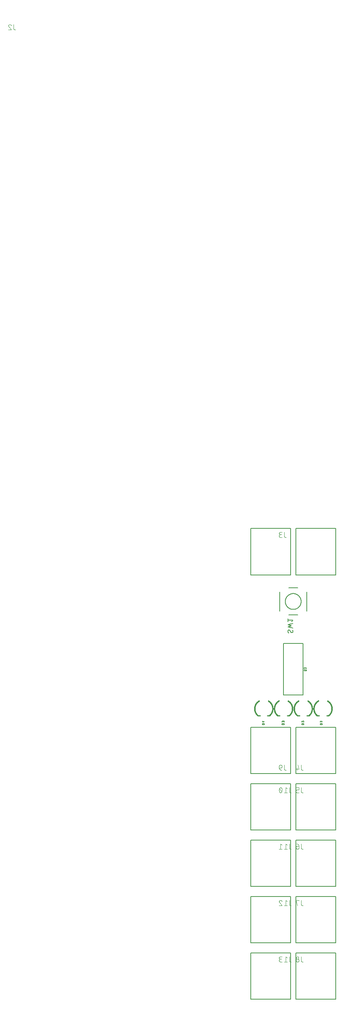
<source format=gbo>
G04 EAGLE Gerber RS-274X export*
G75*
%MOMM*%
%FSLAX34Y34*%
%LPD*%
%INSilkscreen Bottom*%
%IPPOS*%
%AMOC8*
5,1,8,0,0,1.08239X$1,22.5*%
G01*
%ADD10C,0.127000*%
%ADD11C,0.101600*%
%ADD12C,0.025400*%
%ADD13C,0.254000*%
%ADD14C,0.203200*%


D10*
X107442Y745744D02*
X107442Y640842D01*
X197358Y640842D01*
X197358Y745744D01*
X107442Y745744D01*
D11*
X119673Y660692D02*
X119673Y651604D01*
X119675Y651505D01*
X119681Y651405D01*
X119690Y651306D01*
X119703Y651208D01*
X119720Y651110D01*
X119741Y651012D01*
X119766Y650916D01*
X119794Y650821D01*
X119826Y650727D01*
X119861Y650634D01*
X119900Y650542D01*
X119943Y650452D01*
X119988Y650364D01*
X120038Y650277D01*
X120090Y650193D01*
X120146Y650110D01*
X120204Y650030D01*
X120266Y649952D01*
X120331Y649877D01*
X120399Y649804D01*
X120469Y649734D01*
X120542Y649666D01*
X120617Y649601D01*
X120695Y649539D01*
X120775Y649481D01*
X120858Y649425D01*
X120942Y649373D01*
X121029Y649323D01*
X121117Y649278D01*
X121207Y649235D01*
X121299Y649196D01*
X121392Y649161D01*
X121486Y649129D01*
X121581Y649101D01*
X121677Y649076D01*
X121775Y649055D01*
X121873Y649038D01*
X121971Y649025D01*
X122070Y649016D01*
X122170Y649010D01*
X122269Y649008D01*
X123567Y649008D01*
X114399Y651604D02*
X111803Y660692D01*
X114399Y651604D02*
X107908Y651604D01*
X109855Y654201D02*
X109855Y649008D01*
D10*
X107442Y618744D02*
X107442Y513842D01*
X197358Y513842D01*
X197358Y618744D01*
X107442Y618744D01*
D11*
X119673Y609892D02*
X119673Y600804D01*
X119675Y600705D01*
X119681Y600605D01*
X119690Y600506D01*
X119703Y600408D01*
X119720Y600310D01*
X119741Y600212D01*
X119766Y600116D01*
X119794Y600021D01*
X119826Y599927D01*
X119861Y599834D01*
X119900Y599742D01*
X119943Y599652D01*
X119988Y599564D01*
X120038Y599477D01*
X120090Y599393D01*
X120146Y599310D01*
X120204Y599230D01*
X120266Y599152D01*
X120331Y599077D01*
X120399Y599004D01*
X120469Y598934D01*
X120542Y598866D01*
X120617Y598801D01*
X120695Y598739D01*
X120775Y598681D01*
X120858Y598625D01*
X120942Y598573D01*
X121029Y598523D01*
X121117Y598478D01*
X121207Y598435D01*
X121299Y598396D01*
X121392Y598361D01*
X121486Y598329D01*
X121581Y598301D01*
X121677Y598276D01*
X121775Y598255D01*
X121873Y598238D01*
X121971Y598225D01*
X122070Y598216D01*
X122170Y598210D01*
X122269Y598208D01*
X123567Y598208D01*
X114399Y598208D02*
X110504Y598208D01*
X110405Y598210D01*
X110305Y598216D01*
X110206Y598225D01*
X110108Y598238D01*
X110010Y598255D01*
X109912Y598276D01*
X109816Y598301D01*
X109721Y598329D01*
X109627Y598361D01*
X109534Y598396D01*
X109442Y598435D01*
X109352Y598478D01*
X109264Y598523D01*
X109177Y598573D01*
X109093Y598625D01*
X109010Y598681D01*
X108930Y598739D01*
X108852Y598801D01*
X108777Y598866D01*
X108704Y598934D01*
X108634Y599004D01*
X108566Y599077D01*
X108501Y599152D01*
X108439Y599230D01*
X108381Y599310D01*
X108325Y599393D01*
X108273Y599477D01*
X108223Y599564D01*
X108178Y599652D01*
X108135Y599742D01*
X108096Y599834D01*
X108061Y599927D01*
X108029Y600021D01*
X108001Y600116D01*
X107976Y600212D01*
X107955Y600310D01*
X107938Y600408D01*
X107925Y600506D01*
X107916Y600605D01*
X107910Y600705D01*
X107908Y600804D01*
X107908Y602103D01*
X107910Y602202D01*
X107916Y602302D01*
X107925Y602401D01*
X107938Y602499D01*
X107955Y602597D01*
X107976Y602695D01*
X108001Y602791D01*
X108029Y602886D01*
X108061Y602980D01*
X108096Y603073D01*
X108135Y603165D01*
X108178Y603255D01*
X108223Y603343D01*
X108273Y603430D01*
X108325Y603514D01*
X108381Y603597D01*
X108439Y603677D01*
X108501Y603755D01*
X108566Y603830D01*
X108634Y603903D01*
X108704Y603973D01*
X108777Y604041D01*
X108852Y604106D01*
X108930Y604168D01*
X109010Y604226D01*
X109093Y604282D01*
X109177Y604334D01*
X109264Y604384D01*
X109352Y604429D01*
X109442Y604472D01*
X109534Y604511D01*
X109627Y604546D01*
X109721Y604578D01*
X109816Y604606D01*
X109912Y604631D01*
X110010Y604652D01*
X110108Y604669D01*
X110206Y604682D01*
X110305Y604691D01*
X110405Y604697D01*
X110504Y604699D01*
X114399Y604699D01*
X114399Y609892D01*
X107908Y609892D01*
D10*
X107442Y491744D02*
X107442Y386842D01*
X197358Y386842D01*
X197358Y491744D01*
X107442Y491744D01*
D11*
X119673Y482892D02*
X119673Y473804D01*
X119675Y473705D01*
X119681Y473605D01*
X119690Y473506D01*
X119703Y473408D01*
X119720Y473310D01*
X119741Y473212D01*
X119766Y473116D01*
X119794Y473021D01*
X119826Y472927D01*
X119861Y472834D01*
X119900Y472742D01*
X119943Y472652D01*
X119988Y472564D01*
X120038Y472477D01*
X120090Y472393D01*
X120146Y472310D01*
X120204Y472230D01*
X120266Y472152D01*
X120331Y472077D01*
X120399Y472004D01*
X120469Y471934D01*
X120542Y471866D01*
X120617Y471801D01*
X120695Y471739D01*
X120775Y471681D01*
X120858Y471625D01*
X120942Y471573D01*
X121029Y471523D01*
X121117Y471478D01*
X121207Y471435D01*
X121299Y471396D01*
X121392Y471361D01*
X121486Y471329D01*
X121581Y471301D01*
X121677Y471276D01*
X121775Y471255D01*
X121873Y471238D01*
X121971Y471225D01*
X122070Y471216D01*
X122170Y471210D01*
X122269Y471208D01*
X123567Y471208D01*
X114399Y477699D02*
X110504Y477699D01*
X110405Y477697D01*
X110305Y477691D01*
X110206Y477682D01*
X110108Y477669D01*
X110010Y477652D01*
X109912Y477631D01*
X109816Y477606D01*
X109721Y477578D01*
X109627Y477546D01*
X109534Y477511D01*
X109442Y477472D01*
X109352Y477429D01*
X109264Y477384D01*
X109177Y477334D01*
X109093Y477282D01*
X109010Y477226D01*
X108930Y477168D01*
X108852Y477106D01*
X108777Y477041D01*
X108704Y476973D01*
X108634Y476903D01*
X108566Y476830D01*
X108501Y476755D01*
X108439Y476677D01*
X108381Y476597D01*
X108325Y476514D01*
X108273Y476430D01*
X108223Y476343D01*
X108178Y476255D01*
X108135Y476165D01*
X108096Y476073D01*
X108061Y475980D01*
X108029Y475886D01*
X108001Y475791D01*
X107976Y475695D01*
X107955Y475597D01*
X107938Y475499D01*
X107925Y475401D01*
X107916Y475302D01*
X107910Y475202D01*
X107908Y475103D01*
X107908Y474454D01*
X107910Y474341D01*
X107916Y474228D01*
X107926Y474115D01*
X107940Y474002D01*
X107957Y473890D01*
X107979Y473779D01*
X108004Y473669D01*
X108034Y473559D01*
X108067Y473451D01*
X108104Y473344D01*
X108144Y473238D01*
X108189Y473134D01*
X108237Y473031D01*
X108288Y472930D01*
X108343Y472831D01*
X108401Y472734D01*
X108463Y472639D01*
X108528Y472546D01*
X108596Y472456D01*
X108667Y472368D01*
X108742Y472282D01*
X108819Y472199D01*
X108899Y472119D01*
X108982Y472042D01*
X109068Y471967D01*
X109156Y471896D01*
X109246Y471828D01*
X109339Y471763D01*
X109434Y471701D01*
X109531Y471643D01*
X109630Y471588D01*
X109731Y471537D01*
X109834Y471489D01*
X109938Y471444D01*
X110044Y471404D01*
X110151Y471367D01*
X110259Y471334D01*
X110369Y471304D01*
X110479Y471279D01*
X110590Y471257D01*
X110702Y471240D01*
X110815Y471226D01*
X110928Y471216D01*
X111041Y471210D01*
X111154Y471208D01*
X111267Y471210D01*
X111380Y471216D01*
X111493Y471226D01*
X111606Y471240D01*
X111718Y471257D01*
X111829Y471279D01*
X111939Y471304D01*
X112049Y471334D01*
X112157Y471367D01*
X112264Y471404D01*
X112370Y471444D01*
X112474Y471489D01*
X112577Y471537D01*
X112678Y471588D01*
X112777Y471643D01*
X112874Y471701D01*
X112969Y471763D01*
X113062Y471828D01*
X113152Y471896D01*
X113240Y471967D01*
X113326Y472042D01*
X113409Y472119D01*
X113489Y472199D01*
X113566Y472282D01*
X113641Y472368D01*
X113712Y472456D01*
X113780Y472546D01*
X113845Y472639D01*
X113907Y472734D01*
X113965Y472831D01*
X114020Y472930D01*
X114071Y473031D01*
X114119Y473134D01*
X114164Y473238D01*
X114204Y473344D01*
X114241Y473451D01*
X114274Y473559D01*
X114304Y473669D01*
X114329Y473779D01*
X114351Y473890D01*
X114368Y474002D01*
X114382Y474115D01*
X114392Y474228D01*
X114398Y474341D01*
X114400Y474454D01*
X114399Y474454D02*
X114399Y477699D01*
X114397Y477842D01*
X114391Y477985D01*
X114381Y478128D01*
X114367Y478270D01*
X114350Y478412D01*
X114328Y478554D01*
X114303Y478695D01*
X114273Y478835D01*
X114240Y478974D01*
X114203Y479112D01*
X114162Y479249D01*
X114118Y479385D01*
X114069Y479520D01*
X114017Y479653D01*
X113962Y479785D01*
X113902Y479915D01*
X113839Y480044D01*
X113773Y480171D01*
X113703Y480296D01*
X113630Y480418D01*
X113553Y480539D01*
X113473Y480658D01*
X113390Y480774D01*
X113304Y480889D01*
X113215Y481000D01*
X113122Y481110D01*
X113027Y481216D01*
X112928Y481320D01*
X112827Y481421D01*
X112723Y481520D01*
X112617Y481615D01*
X112507Y481708D01*
X112396Y481797D01*
X112281Y481883D01*
X112165Y481966D01*
X112046Y482046D01*
X111925Y482123D01*
X111803Y482196D01*
X111678Y482266D01*
X111551Y482332D01*
X111422Y482395D01*
X111292Y482455D01*
X111160Y482510D01*
X111027Y482562D01*
X110892Y482611D01*
X110756Y482655D01*
X110619Y482696D01*
X110481Y482733D01*
X110342Y482766D01*
X110202Y482796D01*
X110061Y482821D01*
X109919Y482843D01*
X109777Y482860D01*
X109635Y482874D01*
X109492Y482884D01*
X109349Y482890D01*
X109206Y482892D01*
D10*
X107442Y364744D02*
X107442Y259842D01*
X197358Y259842D01*
X197358Y364744D01*
X107442Y364744D01*
D11*
X119673Y355892D02*
X119673Y346804D01*
X119675Y346705D01*
X119681Y346605D01*
X119690Y346506D01*
X119703Y346408D01*
X119720Y346310D01*
X119741Y346212D01*
X119766Y346116D01*
X119794Y346021D01*
X119826Y345927D01*
X119861Y345834D01*
X119900Y345742D01*
X119943Y345652D01*
X119988Y345564D01*
X120038Y345477D01*
X120090Y345393D01*
X120146Y345310D01*
X120204Y345230D01*
X120266Y345152D01*
X120331Y345077D01*
X120399Y345004D01*
X120469Y344934D01*
X120542Y344866D01*
X120617Y344801D01*
X120695Y344739D01*
X120775Y344681D01*
X120858Y344625D01*
X120942Y344573D01*
X121029Y344523D01*
X121117Y344478D01*
X121207Y344435D01*
X121299Y344396D01*
X121392Y344361D01*
X121486Y344329D01*
X121581Y344301D01*
X121677Y344276D01*
X121775Y344255D01*
X121873Y344238D01*
X121971Y344225D01*
X122070Y344216D01*
X122170Y344210D01*
X122269Y344208D01*
X123567Y344208D01*
X114399Y354594D02*
X114399Y355892D01*
X107908Y355892D01*
X111154Y344208D01*
D10*
X107442Y237744D02*
X107442Y132842D01*
X197358Y132842D01*
X197358Y237744D01*
X107442Y237744D01*
D11*
X119673Y228892D02*
X119673Y219804D01*
X119675Y219705D01*
X119681Y219605D01*
X119690Y219506D01*
X119703Y219408D01*
X119720Y219310D01*
X119741Y219212D01*
X119766Y219116D01*
X119794Y219021D01*
X119826Y218927D01*
X119861Y218834D01*
X119900Y218742D01*
X119943Y218652D01*
X119988Y218564D01*
X120038Y218477D01*
X120090Y218393D01*
X120146Y218310D01*
X120204Y218230D01*
X120266Y218152D01*
X120331Y218077D01*
X120399Y218004D01*
X120469Y217934D01*
X120542Y217866D01*
X120617Y217801D01*
X120695Y217739D01*
X120775Y217681D01*
X120858Y217625D01*
X120942Y217573D01*
X121029Y217523D01*
X121117Y217478D01*
X121207Y217435D01*
X121299Y217396D01*
X121392Y217361D01*
X121486Y217329D01*
X121581Y217301D01*
X121677Y217276D01*
X121775Y217255D01*
X121873Y217238D01*
X121971Y217225D01*
X122070Y217216D01*
X122170Y217210D01*
X122269Y217208D01*
X123567Y217208D01*
X114400Y220454D02*
X114398Y220567D01*
X114392Y220680D01*
X114382Y220793D01*
X114368Y220906D01*
X114351Y221018D01*
X114329Y221129D01*
X114304Y221239D01*
X114274Y221349D01*
X114241Y221457D01*
X114204Y221564D01*
X114164Y221670D01*
X114119Y221774D01*
X114071Y221877D01*
X114020Y221978D01*
X113965Y222077D01*
X113907Y222174D01*
X113845Y222269D01*
X113780Y222362D01*
X113712Y222452D01*
X113641Y222540D01*
X113566Y222626D01*
X113489Y222709D01*
X113409Y222789D01*
X113326Y222866D01*
X113240Y222941D01*
X113152Y223012D01*
X113062Y223080D01*
X112969Y223145D01*
X112874Y223207D01*
X112777Y223265D01*
X112678Y223320D01*
X112577Y223371D01*
X112474Y223419D01*
X112370Y223464D01*
X112264Y223504D01*
X112157Y223541D01*
X112049Y223574D01*
X111939Y223604D01*
X111829Y223629D01*
X111718Y223651D01*
X111606Y223668D01*
X111493Y223682D01*
X111380Y223692D01*
X111267Y223698D01*
X111154Y223700D01*
X111041Y223698D01*
X110928Y223692D01*
X110815Y223682D01*
X110702Y223668D01*
X110590Y223651D01*
X110479Y223629D01*
X110369Y223604D01*
X110259Y223574D01*
X110151Y223541D01*
X110044Y223504D01*
X109938Y223464D01*
X109834Y223419D01*
X109731Y223371D01*
X109630Y223320D01*
X109531Y223265D01*
X109434Y223207D01*
X109339Y223145D01*
X109246Y223080D01*
X109156Y223012D01*
X109068Y222941D01*
X108982Y222866D01*
X108899Y222789D01*
X108819Y222709D01*
X108742Y222626D01*
X108667Y222540D01*
X108596Y222452D01*
X108528Y222362D01*
X108463Y222269D01*
X108401Y222174D01*
X108343Y222077D01*
X108288Y221978D01*
X108237Y221877D01*
X108189Y221774D01*
X108144Y221670D01*
X108104Y221564D01*
X108067Y221457D01*
X108034Y221349D01*
X108004Y221239D01*
X107979Y221129D01*
X107957Y221018D01*
X107940Y220906D01*
X107926Y220793D01*
X107916Y220680D01*
X107910Y220567D01*
X107908Y220454D01*
X107910Y220341D01*
X107916Y220228D01*
X107926Y220115D01*
X107940Y220002D01*
X107957Y219890D01*
X107979Y219779D01*
X108004Y219669D01*
X108034Y219559D01*
X108067Y219451D01*
X108104Y219344D01*
X108144Y219238D01*
X108189Y219134D01*
X108237Y219031D01*
X108288Y218930D01*
X108343Y218831D01*
X108401Y218734D01*
X108463Y218639D01*
X108528Y218546D01*
X108596Y218456D01*
X108667Y218368D01*
X108742Y218282D01*
X108819Y218199D01*
X108899Y218119D01*
X108982Y218042D01*
X109068Y217967D01*
X109156Y217896D01*
X109246Y217828D01*
X109339Y217763D01*
X109434Y217701D01*
X109531Y217643D01*
X109630Y217588D01*
X109731Y217537D01*
X109834Y217489D01*
X109938Y217444D01*
X110044Y217404D01*
X110151Y217367D01*
X110259Y217334D01*
X110369Y217304D01*
X110479Y217279D01*
X110590Y217257D01*
X110702Y217240D01*
X110815Y217226D01*
X110928Y217216D01*
X111041Y217210D01*
X111154Y217208D01*
X111267Y217210D01*
X111380Y217216D01*
X111493Y217226D01*
X111606Y217240D01*
X111718Y217257D01*
X111829Y217279D01*
X111939Y217304D01*
X112049Y217334D01*
X112157Y217367D01*
X112264Y217404D01*
X112370Y217444D01*
X112474Y217489D01*
X112577Y217537D01*
X112678Y217588D01*
X112777Y217643D01*
X112874Y217701D01*
X112969Y217763D01*
X113062Y217828D01*
X113152Y217896D01*
X113240Y217967D01*
X113326Y218042D01*
X113409Y218119D01*
X113489Y218199D01*
X113566Y218282D01*
X113641Y218368D01*
X113712Y218456D01*
X113780Y218546D01*
X113845Y218639D01*
X113907Y218734D01*
X113965Y218831D01*
X114020Y218930D01*
X114071Y219031D01*
X114119Y219134D01*
X114164Y219238D01*
X114204Y219344D01*
X114241Y219451D01*
X114274Y219559D01*
X114304Y219669D01*
X114329Y219779D01*
X114351Y219890D01*
X114368Y220002D01*
X114382Y220115D01*
X114392Y220228D01*
X114398Y220341D01*
X114400Y220454D01*
X113750Y226296D02*
X113748Y226397D01*
X113742Y226497D01*
X113732Y226597D01*
X113719Y226697D01*
X113701Y226796D01*
X113680Y226895D01*
X113655Y226992D01*
X113626Y227089D01*
X113593Y227184D01*
X113557Y227278D01*
X113517Y227370D01*
X113474Y227461D01*
X113427Y227550D01*
X113377Y227637D01*
X113323Y227723D01*
X113266Y227806D01*
X113206Y227886D01*
X113143Y227965D01*
X113076Y228041D01*
X113007Y228114D01*
X112935Y228184D01*
X112861Y228252D01*
X112784Y228317D01*
X112704Y228378D01*
X112622Y228437D01*
X112538Y228492D01*
X112452Y228544D01*
X112364Y228593D01*
X112274Y228638D01*
X112182Y228680D01*
X112089Y228718D01*
X111994Y228752D01*
X111899Y228783D01*
X111802Y228810D01*
X111704Y228833D01*
X111605Y228853D01*
X111505Y228868D01*
X111405Y228880D01*
X111305Y228888D01*
X111204Y228892D01*
X111104Y228892D01*
X111003Y228888D01*
X110903Y228880D01*
X110803Y228868D01*
X110703Y228853D01*
X110604Y228833D01*
X110506Y228810D01*
X110409Y228783D01*
X110314Y228752D01*
X110219Y228718D01*
X110126Y228680D01*
X110034Y228638D01*
X109944Y228593D01*
X109856Y228544D01*
X109770Y228492D01*
X109686Y228437D01*
X109604Y228378D01*
X109524Y228317D01*
X109447Y228252D01*
X109373Y228184D01*
X109301Y228114D01*
X109232Y228041D01*
X109165Y227965D01*
X109102Y227886D01*
X109042Y227806D01*
X108985Y227723D01*
X108931Y227637D01*
X108881Y227550D01*
X108834Y227461D01*
X108791Y227370D01*
X108751Y227278D01*
X108715Y227184D01*
X108682Y227089D01*
X108653Y226992D01*
X108628Y226895D01*
X108607Y226796D01*
X108589Y226697D01*
X108576Y226597D01*
X108566Y226497D01*
X108560Y226397D01*
X108558Y226296D01*
X108560Y226195D01*
X108566Y226095D01*
X108576Y225995D01*
X108589Y225895D01*
X108607Y225796D01*
X108628Y225697D01*
X108653Y225600D01*
X108682Y225503D01*
X108715Y225408D01*
X108751Y225314D01*
X108791Y225222D01*
X108834Y225131D01*
X108881Y225042D01*
X108931Y224955D01*
X108985Y224869D01*
X109042Y224786D01*
X109102Y224706D01*
X109165Y224627D01*
X109232Y224551D01*
X109301Y224478D01*
X109373Y224408D01*
X109447Y224340D01*
X109524Y224275D01*
X109604Y224214D01*
X109686Y224155D01*
X109770Y224100D01*
X109856Y224048D01*
X109944Y223999D01*
X110034Y223954D01*
X110126Y223912D01*
X110219Y223874D01*
X110314Y223840D01*
X110409Y223809D01*
X110506Y223782D01*
X110604Y223759D01*
X110703Y223739D01*
X110803Y223724D01*
X110903Y223712D01*
X111003Y223704D01*
X111104Y223700D01*
X111204Y223700D01*
X111305Y223704D01*
X111405Y223712D01*
X111505Y223724D01*
X111605Y223739D01*
X111704Y223759D01*
X111802Y223782D01*
X111899Y223809D01*
X111994Y223840D01*
X112089Y223874D01*
X112182Y223912D01*
X112274Y223954D01*
X112364Y223999D01*
X112452Y224048D01*
X112538Y224100D01*
X112622Y224155D01*
X112704Y224214D01*
X112784Y224275D01*
X112861Y224340D01*
X112935Y224408D01*
X113007Y224478D01*
X113076Y224551D01*
X113143Y224627D01*
X113206Y224706D01*
X113266Y224786D01*
X113323Y224869D01*
X113377Y224955D01*
X113427Y225042D01*
X113474Y225131D01*
X113517Y225222D01*
X113557Y225314D01*
X113593Y225408D01*
X113626Y225503D01*
X113655Y225600D01*
X113680Y225697D01*
X113701Y225796D01*
X113719Y225895D01*
X113732Y225995D01*
X113742Y226095D01*
X113748Y226195D01*
X113750Y226296D01*
D10*
X5842Y640842D02*
X5842Y745744D01*
X5842Y640842D02*
X95758Y640842D01*
X95758Y745744D01*
X5842Y745744D01*
D11*
X81573Y660692D02*
X81573Y651604D01*
X81575Y651505D01*
X81581Y651405D01*
X81590Y651306D01*
X81603Y651208D01*
X81620Y651110D01*
X81641Y651012D01*
X81666Y650916D01*
X81694Y650821D01*
X81726Y650727D01*
X81761Y650634D01*
X81800Y650542D01*
X81843Y650452D01*
X81888Y650364D01*
X81938Y650277D01*
X81990Y650193D01*
X82046Y650110D01*
X82104Y650030D01*
X82166Y649952D01*
X82231Y649877D01*
X82299Y649804D01*
X82369Y649734D01*
X82442Y649666D01*
X82517Y649601D01*
X82595Y649539D01*
X82675Y649481D01*
X82758Y649425D01*
X82842Y649373D01*
X82929Y649323D01*
X83017Y649278D01*
X83107Y649235D01*
X83199Y649196D01*
X83292Y649161D01*
X83386Y649129D01*
X83481Y649101D01*
X83577Y649076D01*
X83675Y649055D01*
X83773Y649038D01*
X83871Y649025D01*
X83970Y649016D01*
X84070Y649010D01*
X84169Y649008D01*
X85467Y649008D01*
X73703Y654201D02*
X69808Y654201D01*
X73703Y654201D02*
X73802Y654203D01*
X73902Y654209D01*
X74001Y654218D01*
X74099Y654231D01*
X74197Y654248D01*
X74295Y654269D01*
X74391Y654294D01*
X74486Y654322D01*
X74580Y654354D01*
X74673Y654389D01*
X74765Y654428D01*
X74855Y654471D01*
X74943Y654516D01*
X75030Y654566D01*
X75114Y654618D01*
X75197Y654674D01*
X75277Y654732D01*
X75355Y654794D01*
X75430Y654859D01*
X75503Y654927D01*
X75573Y654997D01*
X75641Y655070D01*
X75706Y655145D01*
X75768Y655223D01*
X75826Y655303D01*
X75882Y655386D01*
X75934Y655470D01*
X75984Y655557D01*
X76029Y655645D01*
X76072Y655735D01*
X76111Y655827D01*
X76146Y655920D01*
X76178Y656014D01*
X76206Y656109D01*
X76231Y656205D01*
X76252Y656303D01*
X76269Y656401D01*
X76282Y656499D01*
X76291Y656598D01*
X76297Y656698D01*
X76299Y656797D01*
X76299Y657446D01*
X76300Y657446D02*
X76298Y657559D01*
X76292Y657672D01*
X76282Y657785D01*
X76268Y657898D01*
X76251Y658010D01*
X76229Y658121D01*
X76204Y658231D01*
X76174Y658341D01*
X76141Y658449D01*
X76104Y658556D01*
X76064Y658662D01*
X76019Y658766D01*
X75971Y658869D01*
X75920Y658970D01*
X75865Y659069D01*
X75807Y659166D01*
X75745Y659261D01*
X75680Y659354D01*
X75612Y659444D01*
X75541Y659532D01*
X75466Y659618D01*
X75389Y659701D01*
X75309Y659781D01*
X75226Y659858D01*
X75140Y659933D01*
X75052Y660004D01*
X74962Y660072D01*
X74869Y660137D01*
X74774Y660199D01*
X74677Y660257D01*
X74578Y660312D01*
X74477Y660363D01*
X74374Y660411D01*
X74270Y660456D01*
X74164Y660496D01*
X74057Y660533D01*
X73949Y660566D01*
X73839Y660596D01*
X73729Y660621D01*
X73618Y660643D01*
X73506Y660660D01*
X73393Y660674D01*
X73280Y660684D01*
X73167Y660690D01*
X73054Y660692D01*
X72941Y660690D01*
X72828Y660684D01*
X72715Y660674D01*
X72602Y660660D01*
X72490Y660643D01*
X72379Y660621D01*
X72269Y660596D01*
X72159Y660566D01*
X72051Y660533D01*
X71944Y660496D01*
X71838Y660456D01*
X71734Y660411D01*
X71631Y660363D01*
X71530Y660312D01*
X71431Y660257D01*
X71334Y660199D01*
X71239Y660137D01*
X71146Y660072D01*
X71056Y660004D01*
X70968Y659933D01*
X70882Y659858D01*
X70799Y659781D01*
X70719Y659701D01*
X70642Y659618D01*
X70567Y659532D01*
X70496Y659444D01*
X70428Y659354D01*
X70363Y659261D01*
X70301Y659166D01*
X70243Y659069D01*
X70188Y658970D01*
X70137Y658869D01*
X70089Y658766D01*
X70044Y658662D01*
X70004Y658556D01*
X69967Y658449D01*
X69934Y658341D01*
X69904Y658231D01*
X69879Y658121D01*
X69857Y658010D01*
X69840Y657898D01*
X69826Y657785D01*
X69816Y657672D01*
X69810Y657559D01*
X69808Y657446D01*
X69808Y654201D01*
X69810Y654058D01*
X69816Y653915D01*
X69826Y653772D01*
X69840Y653630D01*
X69857Y653488D01*
X69879Y653346D01*
X69904Y653205D01*
X69934Y653065D01*
X69967Y652926D01*
X70004Y652788D01*
X70045Y652651D01*
X70089Y652515D01*
X70138Y652380D01*
X70190Y652247D01*
X70245Y652115D01*
X70305Y651985D01*
X70368Y651856D01*
X70434Y651729D01*
X70504Y651605D01*
X70577Y651482D01*
X70654Y651361D01*
X70734Y651242D01*
X70817Y651126D01*
X70903Y651011D01*
X70992Y650900D01*
X71085Y650790D01*
X71180Y650684D01*
X71279Y650580D01*
X71380Y650479D01*
X71484Y650380D01*
X71590Y650285D01*
X71700Y650192D01*
X71811Y650103D01*
X71926Y650017D01*
X72042Y649934D01*
X72161Y649854D01*
X72282Y649777D01*
X72404Y649704D01*
X72529Y649634D01*
X72656Y649568D01*
X72785Y649505D01*
X72915Y649445D01*
X73047Y649390D01*
X73180Y649338D01*
X73315Y649289D01*
X73451Y649245D01*
X73588Y649204D01*
X73726Y649167D01*
X73865Y649134D01*
X74005Y649104D01*
X74146Y649079D01*
X74288Y649057D01*
X74430Y649040D01*
X74572Y649026D01*
X74715Y649016D01*
X74858Y649010D01*
X75001Y649008D01*
D10*
X5842Y618744D02*
X5842Y513842D01*
X95758Y513842D01*
X95758Y618744D01*
X5842Y618744D01*
D11*
X93002Y609892D02*
X93002Y600804D01*
X93003Y600804D02*
X93005Y600705D01*
X93011Y600605D01*
X93020Y600506D01*
X93033Y600408D01*
X93050Y600310D01*
X93071Y600212D01*
X93096Y600116D01*
X93124Y600021D01*
X93156Y599927D01*
X93191Y599834D01*
X93230Y599742D01*
X93273Y599652D01*
X93318Y599564D01*
X93368Y599477D01*
X93420Y599393D01*
X93476Y599310D01*
X93534Y599230D01*
X93596Y599152D01*
X93661Y599077D01*
X93729Y599004D01*
X93799Y598934D01*
X93872Y598866D01*
X93947Y598801D01*
X94025Y598739D01*
X94105Y598681D01*
X94188Y598625D01*
X94272Y598573D01*
X94359Y598523D01*
X94447Y598478D01*
X94537Y598435D01*
X94629Y598396D01*
X94722Y598361D01*
X94816Y598329D01*
X94911Y598301D01*
X95007Y598276D01*
X95105Y598255D01*
X95203Y598238D01*
X95301Y598225D01*
X95400Y598216D01*
X95500Y598210D01*
X95599Y598208D01*
X96897Y598208D01*
X87729Y607296D02*
X84484Y609892D01*
X84484Y598208D01*
X87729Y598208D02*
X81238Y598208D01*
X76300Y604050D02*
X76297Y604280D01*
X76289Y604510D01*
X76275Y604739D01*
X76256Y604968D01*
X76231Y605197D01*
X76201Y605425D01*
X76166Y605652D01*
X76125Y605878D01*
X76079Y606103D01*
X76027Y606327D01*
X75970Y606550D01*
X75908Y606771D01*
X75840Y606991D01*
X75767Y607209D01*
X75689Y607425D01*
X75606Y607639D01*
X75518Y607852D01*
X75425Y608062D01*
X75326Y608269D01*
X75293Y608359D01*
X75257Y608448D01*
X75217Y608536D01*
X75173Y608621D01*
X75126Y608705D01*
X75076Y608787D01*
X75022Y608867D01*
X74966Y608944D01*
X74906Y609020D01*
X74843Y609093D01*
X74778Y609163D01*
X74709Y609231D01*
X74638Y609295D01*
X74565Y609357D01*
X74489Y609416D01*
X74411Y609472D01*
X74330Y609525D01*
X74248Y609574D01*
X74164Y609620D01*
X74077Y609663D01*
X73990Y609702D01*
X73900Y609738D01*
X73810Y609770D01*
X73718Y609798D01*
X73625Y609823D01*
X73531Y609844D01*
X73437Y609861D01*
X73342Y609875D01*
X73246Y609884D01*
X73150Y609890D01*
X73054Y609892D01*
X72958Y609890D01*
X72862Y609884D01*
X72766Y609875D01*
X72671Y609861D01*
X72577Y609844D01*
X72483Y609823D01*
X72390Y609798D01*
X72298Y609770D01*
X72208Y609738D01*
X72118Y609702D01*
X72031Y609663D01*
X71944Y609620D01*
X71860Y609574D01*
X71778Y609525D01*
X71697Y609472D01*
X71619Y609416D01*
X71543Y609357D01*
X71470Y609295D01*
X71399Y609231D01*
X71330Y609163D01*
X71265Y609093D01*
X71202Y609020D01*
X71142Y608945D01*
X71086Y608867D01*
X71032Y608787D01*
X70982Y608705D01*
X70935Y608621D01*
X70892Y608536D01*
X70851Y608448D01*
X70815Y608359D01*
X70782Y608269D01*
X70683Y608061D01*
X70590Y607851D01*
X70502Y607639D01*
X70419Y607425D01*
X70341Y607208D01*
X70268Y606990D01*
X70200Y606771D01*
X70138Y606549D01*
X70081Y606327D01*
X70029Y606103D01*
X69983Y605878D01*
X69942Y605652D01*
X69907Y605424D01*
X69877Y605197D01*
X69852Y604968D01*
X69833Y604739D01*
X69819Y604510D01*
X69811Y604280D01*
X69808Y604050D01*
X76299Y604050D02*
X76296Y603820D01*
X76288Y603590D01*
X76274Y603361D01*
X76255Y603132D01*
X76230Y602903D01*
X76200Y602675D01*
X76165Y602448D01*
X76124Y602222D01*
X76078Y601997D01*
X76026Y601773D01*
X75969Y601550D01*
X75907Y601329D01*
X75839Y601109D01*
X75766Y600891D01*
X75688Y600675D01*
X75605Y600461D01*
X75517Y600249D01*
X75424Y600038D01*
X75325Y599831D01*
X75326Y599831D02*
X75293Y599741D01*
X75257Y599652D01*
X75216Y599564D01*
X75173Y599479D01*
X75126Y599395D01*
X75076Y599313D01*
X75022Y599233D01*
X74966Y599156D01*
X74906Y599080D01*
X74843Y599007D01*
X74778Y598937D01*
X74709Y598869D01*
X74638Y598805D01*
X74565Y598743D01*
X74489Y598684D01*
X74411Y598628D01*
X74330Y598575D01*
X74248Y598526D01*
X74164Y598480D01*
X74077Y598437D01*
X73990Y598398D01*
X73900Y598362D01*
X73810Y598330D01*
X73718Y598302D01*
X73625Y598277D01*
X73531Y598256D01*
X73437Y598239D01*
X73342Y598225D01*
X73246Y598216D01*
X73150Y598210D01*
X73054Y598208D01*
X70782Y599831D02*
X70683Y600038D01*
X70590Y600249D01*
X70502Y600461D01*
X70419Y600675D01*
X70341Y600891D01*
X70268Y601109D01*
X70200Y601329D01*
X70138Y601550D01*
X70081Y601773D01*
X70029Y601997D01*
X69983Y602222D01*
X69942Y602448D01*
X69907Y602675D01*
X69877Y602903D01*
X69852Y603132D01*
X69833Y603361D01*
X69819Y603590D01*
X69811Y603820D01*
X69808Y604050D01*
X70782Y599831D02*
X70815Y599741D01*
X70851Y599652D01*
X70892Y599564D01*
X70935Y599479D01*
X70982Y599395D01*
X71032Y599313D01*
X71086Y599233D01*
X71142Y599155D01*
X71202Y599080D01*
X71265Y599007D01*
X71330Y598937D01*
X71399Y598869D01*
X71470Y598805D01*
X71543Y598743D01*
X71619Y598684D01*
X71697Y598628D01*
X71778Y598575D01*
X71860Y598526D01*
X71944Y598480D01*
X72031Y598437D01*
X72118Y598398D01*
X72208Y598362D01*
X72298Y598330D01*
X72390Y598302D01*
X72483Y598277D01*
X72577Y598256D01*
X72671Y598239D01*
X72766Y598225D01*
X72862Y598216D01*
X72958Y598210D01*
X73054Y598208D01*
X75650Y600804D02*
X70457Y607296D01*
D10*
X5842Y491744D02*
X5842Y386842D01*
X95758Y386842D01*
X95758Y491744D01*
X5842Y491744D01*
D11*
X93002Y482892D02*
X93002Y473804D01*
X93003Y473804D02*
X93005Y473705D01*
X93011Y473605D01*
X93020Y473506D01*
X93033Y473408D01*
X93050Y473310D01*
X93071Y473212D01*
X93096Y473116D01*
X93124Y473021D01*
X93156Y472927D01*
X93191Y472834D01*
X93230Y472742D01*
X93273Y472652D01*
X93318Y472564D01*
X93368Y472477D01*
X93420Y472393D01*
X93476Y472310D01*
X93534Y472230D01*
X93596Y472152D01*
X93661Y472077D01*
X93729Y472004D01*
X93799Y471934D01*
X93872Y471866D01*
X93947Y471801D01*
X94025Y471739D01*
X94105Y471681D01*
X94188Y471625D01*
X94272Y471573D01*
X94359Y471523D01*
X94447Y471478D01*
X94537Y471435D01*
X94629Y471396D01*
X94722Y471361D01*
X94816Y471329D01*
X94911Y471301D01*
X95007Y471276D01*
X95105Y471255D01*
X95203Y471238D01*
X95301Y471225D01*
X95400Y471216D01*
X95500Y471210D01*
X95599Y471208D01*
X96897Y471208D01*
X87729Y480296D02*
X84484Y482892D01*
X84484Y471208D01*
X87729Y471208D02*
X81238Y471208D01*
X76299Y480296D02*
X73054Y482892D01*
X73054Y471208D01*
X76299Y471208D02*
X69808Y471208D01*
D10*
X5842Y364744D02*
X5842Y259842D01*
X95758Y259842D01*
X95758Y364744D01*
X5842Y364744D01*
D11*
X93002Y355892D02*
X93002Y346804D01*
X93003Y346804D02*
X93005Y346705D01*
X93011Y346605D01*
X93020Y346506D01*
X93033Y346408D01*
X93050Y346310D01*
X93071Y346212D01*
X93096Y346116D01*
X93124Y346021D01*
X93156Y345927D01*
X93191Y345834D01*
X93230Y345742D01*
X93273Y345652D01*
X93318Y345564D01*
X93368Y345477D01*
X93420Y345393D01*
X93476Y345310D01*
X93534Y345230D01*
X93596Y345152D01*
X93661Y345077D01*
X93729Y345004D01*
X93799Y344934D01*
X93872Y344866D01*
X93947Y344801D01*
X94025Y344739D01*
X94105Y344681D01*
X94188Y344625D01*
X94272Y344573D01*
X94359Y344523D01*
X94447Y344478D01*
X94537Y344435D01*
X94629Y344396D01*
X94722Y344361D01*
X94816Y344329D01*
X94911Y344301D01*
X95007Y344276D01*
X95105Y344255D01*
X95203Y344238D01*
X95301Y344225D01*
X95400Y344216D01*
X95500Y344210D01*
X95599Y344208D01*
X96897Y344208D01*
X87729Y353296D02*
X84484Y355892D01*
X84484Y344208D01*
X87729Y344208D02*
X81238Y344208D01*
X69808Y352971D02*
X69810Y353078D01*
X69816Y353184D01*
X69826Y353290D01*
X69839Y353396D01*
X69857Y353502D01*
X69878Y353606D01*
X69903Y353710D01*
X69932Y353813D01*
X69964Y353914D01*
X70001Y354014D01*
X70041Y354113D01*
X70084Y354211D01*
X70131Y354307D01*
X70182Y354401D01*
X70236Y354493D01*
X70293Y354583D01*
X70353Y354671D01*
X70417Y354756D01*
X70484Y354839D01*
X70554Y354920D01*
X70626Y354998D01*
X70702Y355074D01*
X70780Y355146D01*
X70861Y355216D01*
X70944Y355283D01*
X71029Y355347D01*
X71117Y355407D01*
X71207Y355464D01*
X71299Y355518D01*
X71393Y355569D01*
X71489Y355616D01*
X71587Y355659D01*
X71686Y355699D01*
X71786Y355736D01*
X71887Y355768D01*
X71990Y355797D01*
X72094Y355822D01*
X72198Y355843D01*
X72304Y355861D01*
X72410Y355874D01*
X72516Y355884D01*
X72622Y355890D01*
X72729Y355892D01*
X72850Y355890D01*
X72971Y355884D01*
X73091Y355874D01*
X73212Y355861D01*
X73331Y355843D01*
X73451Y355822D01*
X73569Y355797D01*
X73686Y355768D01*
X73803Y355735D01*
X73918Y355699D01*
X74032Y355658D01*
X74145Y355615D01*
X74257Y355567D01*
X74366Y355516D01*
X74474Y355461D01*
X74581Y355403D01*
X74685Y355342D01*
X74787Y355277D01*
X74887Y355209D01*
X74985Y355138D01*
X75081Y355064D01*
X75174Y354987D01*
X75264Y354906D01*
X75352Y354823D01*
X75437Y354737D01*
X75520Y354648D01*
X75599Y354557D01*
X75676Y354463D01*
X75749Y354367D01*
X75819Y354269D01*
X75886Y354168D01*
X75950Y354065D01*
X76011Y353960D01*
X76068Y353853D01*
X76121Y353745D01*
X76171Y353635D01*
X76217Y353523D01*
X76260Y353410D01*
X76299Y353295D01*
X70782Y350699D02*
X70703Y350777D01*
X70627Y350857D01*
X70554Y350940D01*
X70484Y351026D01*
X70417Y351113D01*
X70353Y351204D01*
X70293Y351296D01*
X70235Y351390D01*
X70181Y351487D01*
X70131Y351585D01*
X70084Y351685D01*
X70040Y351786D01*
X70000Y351889D01*
X69964Y351994D01*
X69932Y352099D01*
X69903Y352206D01*
X69878Y352313D01*
X69856Y352422D01*
X69839Y352531D01*
X69825Y352640D01*
X69816Y352750D01*
X69810Y352861D01*
X69808Y352971D01*
X70782Y350699D02*
X76299Y344208D01*
X69808Y344208D01*
D10*
X5842Y237744D02*
X5842Y132842D01*
X95758Y132842D01*
X95758Y237744D01*
X5842Y237744D01*
D11*
X93002Y228892D02*
X93002Y219804D01*
X93003Y219804D02*
X93005Y219705D01*
X93011Y219605D01*
X93020Y219506D01*
X93033Y219408D01*
X93050Y219310D01*
X93071Y219212D01*
X93096Y219116D01*
X93124Y219021D01*
X93156Y218927D01*
X93191Y218834D01*
X93230Y218742D01*
X93273Y218652D01*
X93318Y218564D01*
X93368Y218477D01*
X93420Y218393D01*
X93476Y218310D01*
X93534Y218230D01*
X93596Y218152D01*
X93661Y218077D01*
X93729Y218004D01*
X93799Y217934D01*
X93872Y217866D01*
X93947Y217801D01*
X94025Y217739D01*
X94105Y217681D01*
X94188Y217625D01*
X94272Y217573D01*
X94359Y217523D01*
X94447Y217478D01*
X94537Y217435D01*
X94629Y217396D01*
X94722Y217361D01*
X94816Y217329D01*
X94911Y217301D01*
X95007Y217276D01*
X95105Y217255D01*
X95203Y217238D01*
X95301Y217225D01*
X95400Y217216D01*
X95500Y217210D01*
X95599Y217208D01*
X96897Y217208D01*
X87729Y226296D02*
X84484Y228892D01*
X84484Y217208D01*
X87729Y217208D02*
X81238Y217208D01*
X76299Y217208D02*
X73054Y217208D01*
X72941Y217210D01*
X72828Y217216D01*
X72715Y217226D01*
X72602Y217240D01*
X72490Y217257D01*
X72379Y217279D01*
X72269Y217304D01*
X72159Y217334D01*
X72051Y217367D01*
X71944Y217404D01*
X71838Y217444D01*
X71734Y217489D01*
X71631Y217537D01*
X71530Y217588D01*
X71431Y217643D01*
X71334Y217701D01*
X71239Y217763D01*
X71146Y217828D01*
X71056Y217896D01*
X70968Y217967D01*
X70882Y218042D01*
X70799Y218119D01*
X70719Y218199D01*
X70642Y218282D01*
X70567Y218368D01*
X70496Y218456D01*
X70428Y218546D01*
X70363Y218639D01*
X70301Y218734D01*
X70243Y218831D01*
X70188Y218930D01*
X70137Y219031D01*
X70089Y219134D01*
X70044Y219238D01*
X70004Y219344D01*
X69967Y219451D01*
X69934Y219559D01*
X69904Y219669D01*
X69879Y219779D01*
X69857Y219890D01*
X69840Y220002D01*
X69826Y220115D01*
X69816Y220228D01*
X69810Y220341D01*
X69808Y220454D01*
X69810Y220567D01*
X69816Y220680D01*
X69826Y220793D01*
X69840Y220906D01*
X69857Y221018D01*
X69879Y221129D01*
X69904Y221239D01*
X69934Y221349D01*
X69967Y221457D01*
X70004Y221564D01*
X70044Y221670D01*
X70089Y221774D01*
X70137Y221877D01*
X70188Y221978D01*
X70243Y222077D01*
X70301Y222174D01*
X70363Y222269D01*
X70428Y222362D01*
X70496Y222452D01*
X70567Y222540D01*
X70642Y222626D01*
X70719Y222709D01*
X70799Y222789D01*
X70882Y222866D01*
X70968Y222941D01*
X71056Y223012D01*
X71146Y223080D01*
X71239Y223145D01*
X71334Y223207D01*
X71431Y223265D01*
X71530Y223320D01*
X71631Y223371D01*
X71734Y223419D01*
X71838Y223464D01*
X71944Y223504D01*
X72051Y223541D01*
X72159Y223574D01*
X72269Y223604D01*
X72379Y223629D01*
X72490Y223651D01*
X72602Y223668D01*
X72715Y223682D01*
X72828Y223692D01*
X72941Y223698D01*
X73054Y223700D01*
X72404Y228892D02*
X76299Y228892D01*
X72404Y228892D02*
X72303Y228890D01*
X72203Y228884D01*
X72103Y228874D01*
X72003Y228861D01*
X71904Y228843D01*
X71805Y228822D01*
X71708Y228797D01*
X71611Y228768D01*
X71516Y228735D01*
X71422Y228699D01*
X71330Y228659D01*
X71239Y228616D01*
X71150Y228569D01*
X71063Y228519D01*
X70977Y228465D01*
X70894Y228408D01*
X70814Y228348D01*
X70735Y228285D01*
X70659Y228218D01*
X70586Y228149D01*
X70516Y228077D01*
X70448Y228003D01*
X70383Y227926D01*
X70322Y227846D01*
X70263Y227764D01*
X70208Y227680D01*
X70156Y227594D01*
X70107Y227506D01*
X70062Y227416D01*
X70020Y227324D01*
X69982Y227231D01*
X69948Y227136D01*
X69917Y227041D01*
X69890Y226944D01*
X69867Y226846D01*
X69847Y226747D01*
X69832Y226647D01*
X69820Y226547D01*
X69812Y226447D01*
X69808Y226346D01*
X69808Y226246D01*
X69812Y226145D01*
X69820Y226045D01*
X69832Y225945D01*
X69847Y225845D01*
X69867Y225746D01*
X69890Y225648D01*
X69917Y225551D01*
X69948Y225456D01*
X69982Y225361D01*
X70020Y225268D01*
X70062Y225176D01*
X70107Y225086D01*
X70156Y224998D01*
X70208Y224912D01*
X70263Y224828D01*
X70322Y224746D01*
X70383Y224666D01*
X70448Y224589D01*
X70516Y224515D01*
X70586Y224443D01*
X70659Y224374D01*
X70735Y224307D01*
X70814Y224244D01*
X70894Y224184D01*
X70977Y224127D01*
X71063Y224073D01*
X71150Y224023D01*
X71239Y223976D01*
X71330Y223933D01*
X71422Y223893D01*
X71516Y223857D01*
X71611Y223824D01*
X71708Y223795D01*
X71805Y223770D01*
X71904Y223749D01*
X72003Y223731D01*
X72103Y223718D01*
X72203Y223708D01*
X72303Y223702D01*
X72404Y223700D01*
X72404Y223699D02*
X75001Y223699D01*
D10*
X107442Y1088517D02*
X107442Y1193419D01*
X107442Y1088517D02*
X197358Y1088517D01*
X197358Y1193419D01*
X107442Y1193419D01*
D11*
X-528028Y2318479D02*
X-528028Y2327567D01*
X-528027Y2318479D02*
X-528025Y2318380D01*
X-528019Y2318280D01*
X-528010Y2318181D01*
X-527997Y2318083D01*
X-527980Y2317985D01*
X-527959Y2317887D01*
X-527934Y2317791D01*
X-527906Y2317696D01*
X-527874Y2317602D01*
X-527839Y2317509D01*
X-527800Y2317417D01*
X-527757Y2317327D01*
X-527712Y2317239D01*
X-527662Y2317152D01*
X-527610Y2317068D01*
X-527554Y2316985D01*
X-527496Y2316905D01*
X-527434Y2316827D01*
X-527369Y2316752D01*
X-527301Y2316679D01*
X-527231Y2316609D01*
X-527158Y2316541D01*
X-527083Y2316476D01*
X-527005Y2316414D01*
X-526925Y2316356D01*
X-526842Y2316300D01*
X-526758Y2316248D01*
X-526671Y2316198D01*
X-526583Y2316153D01*
X-526493Y2316110D01*
X-526401Y2316071D01*
X-526308Y2316036D01*
X-526214Y2316004D01*
X-526119Y2315976D01*
X-526023Y2315951D01*
X-525925Y2315930D01*
X-525827Y2315913D01*
X-525729Y2315900D01*
X-525630Y2315891D01*
X-525530Y2315885D01*
X-525431Y2315883D01*
X-524133Y2315883D01*
X-536871Y2327567D02*
X-536978Y2327565D01*
X-537084Y2327559D01*
X-537190Y2327549D01*
X-537296Y2327536D01*
X-537402Y2327518D01*
X-537506Y2327497D01*
X-537610Y2327472D01*
X-537713Y2327443D01*
X-537814Y2327411D01*
X-537914Y2327374D01*
X-538013Y2327334D01*
X-538111Y2327291D01*
X-538207Y2327244D01*
X-538301Y2327193D01*
X-538393Y2327139D01*
X-538483Y2327082D01*
X-538571Y2327022D01*
X-538656Y2326958D01*
X-538739Y2326891D01*
X-538820Y2326821D01*
X-538898Y2326749D01*
X-538974Y2326673D01*
X-539046Y2326595D01*
X-539116Y2326514D01*
X-539183Y2326431D01*
X-539247Y2326346D01*
X-539307Y2326258D01*
X-539364Y2326168D01*
X-539418Y2326076D01*
X-539469Y2325982D01*
X-539516Y2325886D01*
X-539559Y2325788D01*
X-539599Y2325689D01*
X-539636Y2325589D01*
X-539668Y2325488D01*
X-539697Y2325385D01*
X-539722Y2325281D01*
X-539743Y2325177D01*
X-539761Y2325071D01*
X-539774Y2324965D01*
X-539784Y2324859D01*
X-539790Y2324753D01*
X-539792Y2324646D01*
X-536871Y2327567D02*
X-536750Y2327565D01*
X-536629Y2327559D01*
X-536509Y2327549D01*
X-536388Y2327536D01*
X-536269Y2327518D01*
X-536149Y2327497D01*
X-536031Y2327472D01*
X-535914Y2327443D01*
X-535797Y2327410D01*
X-535682Y2327374D01*
X-535568Y2327333D01*
X-535455Y2327290D01*
X-535343Y2327242D01*
X-535234Y2327191D01*
X-535126Y2327136D01*
X-535019Y2327078D01*
X-534915Y2327017D01*
X-534813Y2326952D01*
X-534713Y2326884D01*
X-534615Y2326813D01*
X-534519Y2326739D01*
X-534426Y2326662D01*
X-534336Y2326581D01*
X-534248Y2326498D01*
X-534163Y2326412D01*
X-534080Y2326323D01*
X-534001Y2326232D01*
X-533924Y2326138D01*
X-533851Y2326042D01*
X-533781Y2325944D01*
X-533714Y2325843D01*
X-533650Y2325740D01*
X-533590Y2325635D01*
X-533533Y2325528D01*
X-533479Y2325420D01*
X-533429Y2325310D01*
X-533383Y2325198D01*
X-533340Y2325085D01*
X-533301Y2324970D01*
X-538819Y2322374D02*
X-538898Y2322451D01*
X-538974Y2322532D01*
X-539047Y2322615D01*
X-539117Y2322700D01*
X-539184Y2322788D01*
X-539248Y2322878D01*
X-539308Y2322970D01*
X-539365Y2323065D01*
X-539419Y2323161D01*
X-539470Y2323259D01*
X-539517Y2323359D01*
X-539561Y2323461D01*
X-539601Y2323564D01*
X-539637Y2323668D01*
X-539669Y2323774D01*
X-539698Y2323880D01*
X-539723Y2323988D01*
X-539745Y2324096D01*
X-539762Y2324206D01*
X-539776Y2324315D01*
X-539785Y2324425D01*
X-539791Y2324536D01*
X-539793Y2324646D01*
X-538818Y2322374D02*
X-533301Y2315883D01*
X-539792Y2315883D01*
D10*
X5842Y1193419D02*
X5842Y1088517D01*
X95758Y1088517D01*
X95758Y1193419D01*
X5842Y1193419D01*
D11*
X81573Y1184567D02*
X81573Y1175479D01*
X81575Y1175380D01*
X81581Y1175280D01*
X81590Y1175181D01*
X81603Y1175083D01*
X81620Y1174985D01*
X81641Y1174887D01*
X81666Y1174791D01*
X81694Y1174696D01*
X81726Y1174602D01*
X81761Y1174509D01*
X81800Y1174417D01*
X81843Y1174327D01*
X81888Y1174239D01*
X81938Y1174152D01*
X81990Y1174068D01*
X82046Y1173985D01*
X82104Y1173905D01*
X82166Y1173827D01*
X82231Y1173752D01*
X82299Y1173679D01*
X82369Y1173609D01*
X82442Y1173541D01*
X82517Y1173476D01*
X82595Y1173414D01*
X82675Y1173356D01*
X82758Y1173300D01*
X82842Y1173248D01*
X82929Y1173198D01*
X83017Y1173153D01*
X83107Y1173110D01*
X83199Y1173071D01*
X83292Y1173036D01*
X83386Y1173004D01*
X83481Y1172976D01*
X83577Y1172951D01*
X83675Y1172930D01*
X83773Y1172913D01*
X83871Y1172900D01*
X83970Y1172891D01*
X84070Y1172885D01*
X84169Y1172883D01*
X85467Y1172883D01*
X76299Y1172883D02*
X73054Y1172883D01*
X72941Y1172885D01*
X72828Y1172891D01*
X72715Y1172901D01*
X72602Y1172915D01*
X72490Y1172932D01*
X72379Y1172954D01*
X72269Y1172979D01*
X72159Y1173009D01*
X72051Y1173042D01*
X71944Y1173079D01*
X71838Y1173119D01*
X71734Y1173164D01*
X71631Y1173212D01*
X71530Y1173263D01*
X71431Y1173318D01*
X71334Y1173376D01*
X71239Y1173438D01*
X71146Y1173503D01*
X71056Y1173571D01*
X70968Y1173642D01*
X70882Y1173717D01*
X70799Y1173794D01*
X70719Y1173874D01*
X70642Y1173957D01*
X70567Y1174043D01*
X70496Y1174131D01*
X70428Y1174221D01*
X70363Y1174314D01*
X70301Y1174409D01*
X70243Y1174506D01*
X70188Y1174605D01*
X70137Y1174706D01*
X70089Y1174809D01*
X70044Y1174913D01*
X70004Y1175019D01*
X69967Y1175126D01*
X69934Y1175234D01*
X69904Y1175344D01*
X69879Y1175454D01*
X69857Y1175565D01*
X69840Y1175677D01*
X69826Y1175790D01*
X69816Y1175903D01*
X69810Y1176016D01*
X69808Y1176129D01*
X69810Y1176242D01*
X69816Y1176355D01*
X69826Y1176468D01*
X69840Y1176581D01*
X69857Y1176693D01*
X69879Y1176804D01*
X69904Y1176914D01*
X69934Y1177024D01*
X69967Y1177132D01*
X70004Y1177239D01*
X70044Y1177345D01*
X70089Y1177449D01*
X70137Y1177552D01*
X70188Y1177653D01*
X70243Y1177752D01*
X70301Y1177849D01*
X70363Y1177944D01*
X70428Y1178037D01*
X70496Y1178127D01*
X70567Y1178215D01*
X70642Y1178301D01*
X70719Y1178384D01*
X70799Y1178464D01*
X70882Y1178541D01*
X70968Y1178616D01*
X71056Y1178687D01*
X71146Y1178755D01*
X71239Y1178820D01*
X71334Y1178882D01*
X71431Y1178940D01*
X71530Y1178995D01*
X71631Y1179046D01*
X71734Y1179094D01*
X71838Y1179139D01*
X71944Y1179179D01*
X72051Y1179216D01*
X72159Y1179249D01*
X72269Y1179279D01*
X72379Y1179304D01*
X72490Y1179326D01*
X72602Y1179343D01*
X72715Y1179357D01*
X72828Y1179367D01*
X72941Y1179373D01*
X73054Y1179375D01*
X72404Y1184567D02*
X76299Y1184567D01*
X72404Y1184567D02*
X72303Y1184565D01*
X72203Y1184559D01*
X72103Y1184549D01*
X72003Y1184536D01*
X71904Y1184518D01*
X71805Y1184497D01*
X71708Y1184472D01*
X71611Y1184443D01*
X71516Y1184410D01*
X71422Y1184374D01*
X71330Y1184334D01*
X71239Y1184291D01*
X71150Y1184244D01*
X71063Y1184194D01*
X70977Y1184140D01*
X70894Y1184083D01*
X70814Y1184023D01*
X70735Y1183960D01*
X70659Y1183893D01*
X70586Y1183824D01*
X70516Y1183752D01*
X70448Y1183678D01*
X70383Y1183601D01*
X70322Y1183521D01*
X70263Y1183439D01*
X70208Y1183355D01*
X70156Y1183269D01*
X70107Y1183181D01*
X70062Y1183091D01*
X70020Y1182999D01*
X69982Y1182906D01*
X69948Y1182811D01*
X69917Y1182716D01*
X69890Y1182619D01*
X69867Y1182521D01*
X69847Y1182422D01*
X69832Y1182322D01*
X69820Y1182222D01*
X69812Y1182122D01*
X69808Y1182021D01*
X69808Y1181921D01*
X69812Y1181820D01*
X69820Y1181720D01*
X69832Y1181620D01*
X69847Y1181520D01*
X69867Y1181421D01*
X69890Y1181323D01*
X69917Y1181226D01*
X69948Y1181131D01*
X69982Y1181036D01*
X70020Y1180943D01*
X70062Y1180851D01*
X70107Y1180761D01*
X70156Y1180673D01*
X70208Y1180587D01*
X70263Y1180503D01*
X70322Y1180421D01*
X70383Y1180341D01*
X70448Y1180264D01*
X70516Y1180190D01*
X70586Y1180118D01*
X70659Y1180049D01*
X70735Y1179982D01*
X70814Y1179919D01*
X70894Y1179859D01*
X70977Y1179802D01*
X71063Y1179748D01*
X71150Y1179698D01*
X71239Y1179651D01*
X71330Y1179608D01*
X71422Y1179568D01*
X71516Y1179532D01*
X71611Y1179499D01*
X71708Y1179470D01*
X71805Y1179445D01*
X71904Y1179424D01*
X72003Y1179406D01*
X72103Y1179393D01*
X72203Y1179383D01*
X72303Y1179377D01*
X72404Y1179375D01*
X72404Y1179374D02*
X75001Y1179374D01*
D12*
X146813Y787274D02*
X149099Y787274D01*
X149098Y787273D02*
X149107Y786814D01*
X149127Y786354D01*
X149157Y785896D01*
X149199Y785438D01*
X149251Y784982D01*
X149315Y784526D01*
X149389Y784073D01*
X149474Y783621D01*
X149570Y783172D01*
X149677Y782725D01*
X149794Y782280D01*
X149922Y781839D01*
X150061Y781401D01*
X150210Y780966D01*
X150369Y780535D01*
X150539Y780108D01*
X150718Y779685D01*
X150908Y779266D01*
X151108Y778852D01*
X151318Y778444D01*
X151538Y778040D01*
X151767Y777641D01*
X152005Y777249D01*
X152253Y776862D01*
X152510Y776481D01*
X152777Y776106D01*
X153052Y775738D01*
X153335Y775376D01*
X153628Y775022D01*
X153929Y774674D01*
X154238Y774334D01*
X154555Y774002D01*
X154880Y773677D01*
X155213Y773360D01*
X155553Y773051D01*
X155900Y772750D01*
X154437Y770994D01*
X154047Y771331D01*
X153665Y771677D01*
X153292Y772032D01*
X152928Y772396D01*
X152572Y772769D01*
X152225Y773150D01*
X151888Y773539D01*
X151560Y773936D01*
X151242Y774342D01*
X150933Y774754D01*
X150634Y775174D01*
X150346Y775601D01*
X150068Y776035D01*
X149800Y776475D01*
X149544Y776922D01*
X149297Y777374D01*
X149062Y777833D01*
X148838Y778297D01*
X148625Y778766D01*
X148424Y779240D01*
X148234Y779719D01*
X148055Y780202D01*
X147888Y780690D01*
X147733Y781181D01*
X147589Y781676D01*
X147458Y782174D01*
X147339Y782675D01*
X147231Y783179D01*
X147136Y783685D01*
X147053Y784194D01*
X146982Y784704D01*
X146923Y785216D01*
X146877Y785729D01*
X146843Y786243D01*
X146822Y786758D01*
X146812Y787273D01*
X147052Y787273D01*
X147062Y786764D01*
X147083Y786255D01*
X147117Y785747D01*
X147162Y785239D01*
X147220Y784733D01*
X147290Y784229D01*
X147372Y783726D01*
X147467Y783225D01*
X147573Y782727D01*
X147691Y782232D01*
X147821Y781739D01*
X147963Y781250D01*
X148116Y780764D01*
X148281Y780282D01*
X148458Y779805D01*
X148646Y779331D01*
X148845Y778862D01*
X149056Y778398D01*
X149277Y777940D01*
X149510Y777487D01*
X149753Y777039D01*
X150007Y776598D01*
X150271Y776162D01*
X150546Y775733D01*
X150831Y775311D01*
X151127Y774896D01*
X151432Y774488D01*
X151746Y774088D01*
X152071Y773695D01*
X152404Y773310D01*
X152747Y772933D01*
X153099Y772565D01*
X153459Y772205D01*
X153828Y771853D01*
X154205Y771511D01*
X154591Y771178D01*
X154744Y771362D01*
X154363Y771692D01*
X153990Y772030D01*
X153626Y772377D01*
X153269Y772733D01*
X152922Y773097D01*
X152583Y773470D01*
X152253Y773850D01*
X151933Y774239D01*
X151622Y774635D01*
X151320Y775038D01*
X151028Y775448D01*
X150747Y775866D01*
X150475Y776290D01*
X150213Y776720D01*
X149962Y777156D01*
X149722Y777599D01*
X149492Y778047D01*
X149273Y778500D01*
X149065Y778959D01*
X148868Y779422D01*
X148682Y779890D01*
X148507Y780363D01*
X148344Y780839D01*
X148192Y781319D01*
X148052Y781803D01*
X147924Y782290D01*
X147807Y782779D01*
X147702Y783272D01*
X147609Y783767D01*
X147528Y784264D01*
X147458Y784762D01*
X147401Y785263D01*
X147356Y785764D01*
X147323Y786267D01*
X147301Y786770D01*
X147292Y787273D01*
X147532Y787273D01*
X147541Y786776D01*
X147562Y786278D01*
X147595Y785782D01*
X147640Y785286D01*
X147697Y784791D01*
X147765Y784299D01*
X147845Y783807D01*
X147938Y783318D01*
X148041Y782831D01*
X148157Y782347D01*
X148284Y781866D01*
X148422Y781388D01*
X148572Y780914D01*
X148734Y780443D01*
X148906Y779976D01*
X149090Y779513D01*
X149285Y779055D01*
X149490Y778602D01*
X149707Y778154D01*
X149934Y777711D01*
X150172Y777274D01*
X150420Y776842D01*
X150678Y776417D01*
X150947Y775998D01*
X151225Y775586D01*
X151514Y775180D01*
X151812Y774781D01*
X152119Y774390D01*
X152436Y774006D01*
X152762Y773630D01*
X153097Y773262D01*
X153440Y772902D01*
X153792Y772550D01*
X154153Y772207D01*
X154521Y771872D01*
X154898Y771547D01*
X155052Y771731D01*
X154679Y772053D01*
X154315Y772383D01*
X153959Y772723D01*
X153611Y773070D01*
X153272Y773426D01*
X152941Y773790D01*
X152619Y774162D01*
X152306Y774541D01*
X152002Y774928D01*
X151707Y775322D01*
X151422Y775723D01*
X151147Y776130D01*
X150882Y776545D01*
X150626Y776965D01*
X150381Y777391D01*
X150146Y777823D01*
X149921Y778261D01*
X149708Y778704D01*
X149504Y779152D01*
X149312Y779604D01*
X149130Y780062D01*
X148960Y780523D01*
X148800Y780988D01*
X148652Y781457D01*
X148515Y781930D01*
X148390Y782405D01*
X148276Y782884D01*
X148173Y783365D01*
X148082Y783848D01*
X148003Y784333D01*
X147935Y784821D01*
X147879Y785309D01*
X147835Y785799D01*
X147802Y786290D01*
X147781Y786781D01*
X147772Y787273D01*
X148012Y787273D01*
X148021Y786787D01*
X148042Y786302D01*
X148074Y785817D01*
X148118Y785333D01*
X148173Y784850D01*
X148240Y784368D01*
X148319Y783889D01*
X148408Y783411D01*
X148510Y782936D01*
X148623Y782463D01*
X148747Y781993D01*
X148882Y781526D01*
X149028Y781063D01*
X149186Y780603D01*
X149354Y780147D01*
X149534Y779696D01*
X149724Y779248D01*
X149925Y778806D01*
X150136Y778368D01*
X150358Y777936D01*
X150590Y777509D01*
X150833Y777087D01*
X151085Y776672D01*
X151347Y776263D01*
X151619Y775860D01*
X151901Y775464D01*
X152192Y775075D01*
X152492Y774692D01*
X152801Y774317D01*
X153120Y773950D01*
X153446Y773590D01*
X153782Y773239D01*
X154126Y772895D01*
X154478Y772560D01*
X154838Y772233D01*
X155205Y771916D01*
X155359Y772100D01*
X154996Y772414D01*
X154640Y772737D01*
X154292Y773068D01*
X153953Y773407D01*
X153621Y773755D01*
X153298Y774110D01*
X152984Y774473D01*
X152678Y774843D01*
X152382Y775221D01*
X152094Y775606D01*
X151816Y775997D01*
X151547Y776395D01*
X151288Y776799D01*
X151039Y777210D01*
X150800Y777626D01*
X150570Y778048D01*
X150351Y778475D01*
X150142Y778907D01*
X149944Y779345D01*
X149756Y779787D01*
X149579Y780233D01*
X149412Y780683D01*
X149257Y781138D01*
X149112Y781595D01*
X148978Y782057D01*
X148856Y782521D01*
X148744Y782988D01*
X148644Y783458D01*
X148555Y783929D01*
X148478Y784403D01*
X148411Y784879D01*
X148357Y785356D01*
X148313Y785834D01*
X148282Y786313D01*
X148261Y786793D01*
X148252Y787273D01*
X148492Y787273D01*
X148501Y786799D01*
X148521Y786325D01*
X148553Y785852D01*
X148595Y785379D01*
X148650Y784908D01*
X148715Y784438D01*
X148792Y783970D01*
X148879Y783504D01*
X148978Y783040D01*
X149088Y782579D01*
X149210Y782120D01*
X149342Y781664D01*
X149485Y781212D01*
X149638Y780763D01*
X149803Y780319D01*
X149978Y779878D01*
X150164Y779441D01*
X150360Y779009D01*
X150566Y778582D01*
X150782Y778160D01*
X151009Y777743D01*
X151245Y777332D01*
X151492Y776927D01*
X151748Y776527D01*
X152013Y776134D01*
X152288Y775748D01*
X152572Y775368D01*
X152865Y774995D01*
X153167Y774629D01*
X153477Y774270D01*
X153796Y773919D01*
X154124Y773576D01*
X154459Y773241D01*
X154803Y772913D01*
X155154Y772595D01*
X155512Y772284D01*
X155666Y772469D01*
X155312Y772775D01*
X154965Y773090D01*
X154626Y773413D01*
X154294Y773744D01*
X153971Y774084D01*
X153656Y774430D01*
X153349Y774784D01*
X153051Y775146D01*
X152762Y775514D01*
X152481Y775890D01*
X152210Y776271D01*
X151948Y776660D01*
X151695Y777054D01*
X151452Y777455D01*
X151218Y777861D01*
X150995Y778272D01*
X150781Y778689D01*
X150577Y779111D01*
X150383Y779538D01*
X150200Y779969D01*
X150027Y780404D01*
X149865Y780844D01*
X149713Y781287D01*
X149572Y781734D01*
X149441Y782184D01*
X149321Y782636D01*
X149213Y783092D01*
X149115Y783550D01*
X149028Y784011D01*
X148952Y784473D01*
X148888Y784937D01*
X148834Y785403D01*
X148792Y785869D01*
X148761Y786337D01*
X148741Y786805D01*
X148732Y787273D01*
X148972Y787273D01*
X148981Y786811D01*
X149001Y786348D01*
X149031Y785887D01*
X149073Y785426D01*
X149126Y784966D01*
X149190Y784508D01*
X149265Y784051D01*
X149350Y783597D01*
X149447Y783144D01*
X149554Y782694D01*
X149673Y782247D01*
X149801Y781803D01*
X149941Y781362D01*
X150091Y780924D01*
X150251Y780490D01*
X150422Y780060D01*
X150603Y779634D01*
X150794Y779213D01*
X150996Y778796D01*
X151207Y778385D01*
X151428Y777978D01*
X151658Y777577D01*
X151898Y777182D01*
X152148Y776792D01*
X152407Y776409D01*
X152675Y776031D01*
X152952Y775661D01*
X153238Y775297D01*
X153532Y774940D01*
X153835Y774590D01*
X154146Y774248D01*
X154465Y773913D01*
X154792Y773586D01*
X155127Y773267D01*
X155470Y772956D01*
X155820Y772653D01*
X158064Y806277D02*
X159140Y804259D01*
X159139Y804260D02*
X158733Y804033D01*
X158332Y803797D01*
X157937Y803551D01*
X157548Y803295D01*
X157166Y803030D01*
X156790Y802756D01*
X156420Y802473D01*
X156058Y802181D01*
X155703Y801880D01*
X155356Y801571D01*
X155016Y801253D01*
X154683Y800928D01*
X154359Y800594D01*
X154043Y800252D01*
X153735Y799903D01*
X153436Y799547D01*
X153146Y799183D01*
X152865Y798813D01*
X152592Y798436D01*
X152329Y798052D01*
X152075Y797662D01*
X151831Y797266D01*
X151597Y796864D01*
X151372Y796457D01*
X151157Y796044D01*
X150952Y795626D01*
X150758Y795203D01*
X150574Y794776D01*
X150400Y794344D01*
X150237Y793909D01*
X150084Y793469D01*
X149942Y793026D01*
X149811Y792580D01*
X149691Y792130D01*
X149581Y791678D01*
X149483Y791223D01*
X149396Y790766D01*
X149320Y790307D01*
X149255Y789846D01*
X149201Y789384D01*
X149158Y788921D01*
X149127Y788457D01*
X149107Y787992D01*
X149098Y787527D01*
X146813Y787526D01*
X146812Y787527D01*
X146822Y788048D01*
X146844Y788569D01*
X146879Y789089D01*
X146926Y789609D01*
X146986Y790126D01*
X147059Y790643D01*
X147144Y791157D01*
X147241Y791670D01*
X147351Y792179D01*
X147473Y792686D01*
X147608Y793190D01*
X147755Y793690D01*
X147914Y794187D01*
X148085Y794680D01*
X148267Y795168D01*
X148462Y795652D01*
X148668Y796131D01*
X148886Y796604D01*
X149116Y797073D01*
X149356Y797535D01*
X149608Y797992D01*
X149871Y798442D01*
X150145Y798886D01*
X150429Y799323D01*
X150724Y799753D01*
X151029Y800176D01*
X151345Y800591D01*
X151670Y800998D01*
X152005Y801398D01*
X152350Y801789D01*
X152705Y802171D01*
X153068Y802545D01*
X153440Y802910D01*
X153822Y803266D01*
X154211Y803612D01*
X154609Y803949D01*
X155015Y804276D01*
X155429Y804594D01*
X155851Y804900D01*
X156280Y805197D01*
X156716Y805483D01*
X157158Y805759D01*
X157608Y806023D01*
X158063Y806277D01*
X158176Y806065D01*
X157726Y805814D01*
X157282Y805553D01*
X156844Y805280D01*
X156413Y804997D01*
X155989Y804704D01*
X155572Y804401D01*
X155163Y804087D01*
X154762Y803764D01*
X154368Y803431D01*
X153983Y803088D01*
X153606Y802736D01*
X153238Y802375D01*
X152878Y802006D01*
X152528Y801627D01*
X152187Y801241D01*
X151856Y800846D01*
X151534Y800443D01*
X151222Y800033D01*
X150920Y799615D01*
X150628Y799190D01*
X150347Y798757D01*
X150077Y798319D01*
X149817Y797873D01*
X149568Y797422D01*
X149330Y796965D01*
X149103Y796502D01*
X148888Y796033D01*
X148684Y795560D01*
X148491Y795081D01*
X148311Y794599D01*
X148142Y794112D01*
X147984Y793621D01*
X147839Y793126D01*
X147706Y792628D01*
X147585Y792127D01*
X147477Y791623D01*
X147380Y791116D01*
X147296Y790608D01*
X147224Y790097D01*
X147165Y789585D01*
X147118Y789072D01*
X147084Y788557D01*
X147062Y788042D01*
X147052Y787527D01*
X147292Y787527D01*
X147302Y788036D01*
X147323Y788545D01*
X147357Y789054D01*
X147404Y789561D01*
X147462Y790068D01*
X147533Y790572D01*
X147617Y791075D01*
X147712Y791576D01*
X147819Y792074D01*
X147939Y792569D01*
X148071Y793062D01*
X148214Y793551D01*
X148369Y794036D01*
X148536Y794518D01*
X148715Y794995D01*
X148905Y795468D01*
X149107Y795936D01*
X149320Y796399D01*
X149544Y796857D01*
X149779Y797309D01*
X150026Y797755D01*
X150282Y798195D01*
X150550Y798629D01*
X150828Y799056D01*
X151116Y799476D01*
X151415Y799890D01*
X151723Y800295D01*
X152041Y800694D01*
X152369Y801084D01*
X152706Y801466D01*
X153052Y801840D01*
X153407Y802206D01*
X153771Y802562D01*
X154144Y802910D01*
X154525Y803249D01*
X154914Y803578D01*
X155311Y803898D01*
X155715Y804208D01*
X156127Y804508D01*
X156546Y804798D01*
X156972Y805078D01*
X157405Y805347D01*
X157844Y805606D01*
X158289Y805854D01*
X158402Y805642D01*
X157962Y805397D01*
X157528Y805141D01*
X157100Y804875D01*
X156679Y804598D01*
X156265Y804311D01*
X155858Y804015D01*
X155458Y803708D01*
X155066Y803392D01*
X154681Y803067D01*
X154305Y802732D01*
X153937Y802388D01*
X153577Y802036D01*
X153226Y801675D01*
X152883Y801305D01*
X152550Y800927D01*
X152226Y800541D01*
X151912Y800148D01*
X151607Y799746D01*
X151312Y799338D01*
X151027Y798923D01*
X150753Y798500D01*
X150488Y798072D01*
X150234Y797637D01*
X149991Y797195D01*
X149759Y796749D01*
X149537Y796296D01*
X149326Y795838D01*
X149127Y795376D01*
X148939Y794909D01*
X148762Y794437D01*
X148597Y793961D01*
X148444Y793481D01*
X148302Y792998D01*
X148172Y792511D01*
X148054Y792021D01*
X147947Y791529D01*
X147853Y791034D01*
X147771Y790537D01*
X147701Y790038D01*
X147643Y789538D01*
X147597Y789036D01*
X147563Y788534D01*
X147542Y788030D01*
X147532Y787527D01*
X147772Y787527D01*
X147782Y788024D01*
X147803Y788522D01*
X147836Y789019D01*
X147881Y789514D01*
X147939Y790009D01*
X148008Y790502D01*
X148089Y790993D01*
X148183Y791482D01*
X148288Y791969D01*
X148405Y792453D01*
X148533Y792934D01*
X148673Y793411D01*
X148825Y793886D01*
X148988Y794356D01*
X149163Y794822D01*
X149349Y795284D01*
X149546Y795741D01*
X149754Y796193D01*
X149973Y796641D01*
X150203Y797082D01*
X150443Y797518D01*
X150694Y797948D01*
X150955Y798372D01*
X151227Y798789D01*
X151509Y799200D01*
X151800Y799603D01*
X152101Y800000D01*
X152412Y800389D01*
X152732Y800770D01*
X153061Y801144D01*
X153399Y801509D01*
X153746Y801866D01*
X154102Y802214D01*
X154466Y802554D01*
X154838Y802885D01*
X155218Y803207D01*
X155606Y803519D01*
X156001Y803822D01*
X156403Y804115D01*
X156812Y804398D01*
X157229Y804672D01*
X157651Y804935D01*
X158080Y805188D01*
X158515Y805430D01*
X158628Y805218D01*
X158198Y804979D01*
X157774Y804729D01*
X157357Y804469D01*
X156946Y804199D01*
X156541Y803919D01*
X156143Y803629D01*
X155753Y803330D01*
X155370Y803021D01*
X154995Y802703D01*
X154627Y802376D01*
X154267Y802041D01*
X153916Y801696D01*
X153573Y801343D01*
X153239Y800982D01*
X152914Y800613D01*
X152597Y800236D01*
X152290Y799852D01*
X151993Y799460D01*
X151705Y799061D01*
X151426Y798656D01*
X151158Y798243D01*
X150900Y797825D01*
X150652Y797400D01*
X150414Y796969D01*
X150187Y796533D01*
X149971Y796091D01*
X149765Y795644D01*
X149571Y795192D01*
X149387Y794736D01*
X149214Y794275D01*
X149053Y793810D01*
X148903Y793342D01*
X148764Y792870D01*
X148637Y792394D01*
X148522Y791916D01*
X148418Y791435D01*
X148326Y790952D01*
X148246Y790467D01*
X148177Y789979D01*
X148120Y789491D01*
X148075Y789001D01*
X148042Y788510D01*
X148021Y788018D01*
X148012Y787527D01*
X148252Y787527D01*
X148261Y788013D01*
X148282Y788498D01*
X148315Y788983D01*
X148359Y789467D01*
X148415Y789950D01*
X148483Y790431D01*
X148562Y790911D01*
X148653Y791388D01*
X148756Y791863D01*
X148870Y792336D01*
X148996Y792806D01*
X149133Y793272D01*
X149281Y793735D01*
X149440Y794194D01*
X149611Y794649D01*
X149792Y795100D01*
X149985Y795546D01*
X150188Y795988D01*
X150402Y796425D01*
X150626Y796856D01*
X150861Y797281D01*
X151106Y797701D01*
X151361Y798115D01*
X151626Y798522D01*
X151901Y798923D01*
X152185Y799317D01*
X152479Y799704D01*
X152783Y800084D01*
X153095Y800456D01*
X153417Y800821D01*
X153747Y801178D01*
X154086Y801526D01*
X154433Y801867D01*
X154788Y802198D01*
X155151Y802521D01*
X155522Y802835D01*
X155901Y803140D01*
X156286Y803436D01*
X156679Y803722D01*
X157079Y803999D01*
X157485Y804266D01*
X157898Y804523D01*
X158316Y804770D01*
X158741Y805006D01*
X158854Y804795D01*
X158434Y804561D01*
X158021Y804317D01*
X157613Y804063D01*
X157212Y803799D01*
X156817Y803526D01*
X156429Y803243D01*
X156048Y802951D01*
X155674Y802650D01*
X155308Y802339D01*
X154949Y802020D01*
X154598Y801693D01*
X154255Y801356D01*
X153921Y801012D01*
X153594Y800660D01*
X153277Y800300D01*
X152968Y799932D01*
X152669Y799557D01*
X152378Y799174D01*
X152097Y798785D01*
X151825Y798389D01*
X151564Y797986D01*
X151311Y797578D01*
X151069Y797163D01*
X150838Y796743D01*
X150616Y796317D01*
X150405Y795885D01*
X150204Y795449D01*
X150014Y795008D01*
X149835Y794563D01*
X149666Y794113D01*
X149509Y793659D01*
X149362Y793202D01*
X149227Y792741D01*
X149103Y792278D01*
X148990Y791811D01*
X148889Y791341D01*
X148799Y790870D01*
X148720Y790396D01*
X148653Y789921D01*
X148598Y789444D01*
X148554Y788965D01*
X148522Y788486D01*
X148501Y788007D01*
X148492Y787527D01*
X148732Y787527D01*
X148741Y788001D01*
X148762Y788475D01*
X148793Y788948D01*
X148837Y789420D01*
X148892Y789891D01*
X148958Y790361D01*
X149035Y790829D01*
X149124Y791295D01*
X149224Y791758D01*
X149336Y792219D01*
X149458Y792677D01*
X149592Y793132D01*
X149737Y793584D01*
X149892Y794032D01*
X150058Y794476D01*
X150236Y794916D01*
X150423Y795352D01*
X150622Y795783D01*
X150830Y796209D01*
X151049Y796629D01*
X151278Y797045D01*
X151517Y797454D01*
X151766Y797858D01*
X152025Y798255D01*
X152293Y798647D01*
X152571Y799031D01*
X152858Y799409D01*
X153154Y799779D01*
X153458Y800143D01*
X153772Y800498D01*
X154094Y800846D01*
X154425Y801187D01*
X154763Y801519D01*
X155110Y801842D01*
X155464Y802158D01*
X155826Y802464D01*
X156196Y802762D01*
X156572Y803050D01*
X156955Y803330D01*
X157345Y803600D01*
X157741Y803860D01*
X158144Y804111D01*
X158553Y804352D01*
X158967Y804583D01*
X159080Y804371D01*
X158671Y804143D01*
X158267Y803905D01*
X157870Y803657D01*
X157478Y803400D01*
X157093Y803133D01*
X156715Y802858D01*
X156343Y802572D01*
X155978Y802279D01*
X155621Y801976D01*
X155271Y801664D01*
X154929Y801345D01*
X154594Y801017D01*
X154268Y800681D01*
X153950Y800337D01*
X153640Y799986D01*
X153339Y799627D01*
X153047Y799261D01*
X152763Y798888D01*
X152489Y798508D01*
X152224Y798122D01*
X151969Y797729D01*
X151723Y797331D01*
X151487Y796926D01*
X151261Y796516D01*
X151045Y796101D01*
X150838Y795680D01*
X150643Y795254D01*
X150457Y794824D01*
X150282Y794390D01*
X150118Y793951D01*
X149964Y793509D01*
X149822Y793063D01*
X149690Y792613D01*
X149569Y792161D01*
X149459Y791706D01*
X149360Y791248D01*
X149272Y790788D01*
X149195Y790326D01*
X149130Y789862D01*
X149076Y789397D01*
X149033Y788930D01*
X149001Y788463D01*
X148981Y787995D01*
X148972Y787527D01*
X182236Y771099D02*
X180759Y772844D01*
X180759Y772843D02*
X181111Y773153D01*
X181456Y773471D01*
X181792Y773797D01*
X182120Y774131D01*
X182440Y774473D01*
X182752Y774823D01*
X183055Y775181D01*
X183349Y775546D01*
X183634Y775917D01*
X183910Y776296D01*
X184177Y776682D01*
X184434Y777073D01*
X184682Y777471D01*
X184919Y777875D01*
X185147Y778285D01*
X185365Y778700D01*
X185572Y779120D01*
X185769Y779545D01*
X185956Y779975D01*
X186132Y780409D01*
X186298Y780847D01*
X186452Y781290D01*
X186596Y781736D01*
X186729Y782185D01*
X186851Y782637D01*
X186962Y783093D01*
X187062Y783551D01*
X187150Y784011D01*
X187227Y784473D01*
X187293Y784937D01*
X187348Y785402D01*
X187391Y785869D01*
X187422Y786337D01*
X187443Y786805D01*
X187452Y787273D01*
X189737Y787274D01*
X189738Y787273D01*
X189728Y786748D01*
X189706Y786223D01*
X189670Y785699D01*
X189622Y785176D01*
X189562Y784654D01*
X189488Y784134D01*
X189402Y783616D01*
X189303Y783100D01*
X189191Y782587D01*
X189067Y782076D01*
X188931Y781569D01*
X188782Y781065D01*
X188621Y780565D01*
X188447Y780069D01*
X188262Y779578D01*
X188064Y779091D01*
X187855Y778609D01*
X187634Y778132D01*
X187401Y777661D01*
X187157Y777196D01*
X186902Y776737D01*
X186635Y776284D01*
X186358Y775838D01*
X186069Y775399D01*
X185770Y774967D01*
X185461Y774543D01*
X185141Y774126D01*
X184811Y773717D01*
X184471Y773317D01*
X184122Y772924D01*
X183763Y772541D01*
X183394Y772166D01*
X183017Y771801D01*
X182631Y771445D01*
X182236Y771098D01*
X182081Y771281D01*
X182471Y771624D01*
X182853Y771976D01*
X183226Y772338D01*
X183590Y772708D01*
X183945Y773087D01*
X184291Y773475D01*
X184627Y773871D01*
X184953Y774275D01*
X185269Y774687D01*
X185575Y775107D01*
X185871Y775534D01*
X186156Y775968D01*
X186430Y776409D01*
X186694Y776857D01*
X186946Y777310D01*
X187188Y777770D01*
X187418Y778236D01*
X187636Y778707D01*
X187843Y779184D01*
X188038Y779665D01*
X188222Y780151D01*
X188393Y780641D01*
X188552Y781135D01*
X188700Y781633D01*
X188835Y782135D01*
X188957Y782640D01*
X189068Y783147D01*
X189165Y783657D01*
X189251Y784170D01*
X189323Y784684D01*
X189384Y785200D01*
X189431Y785717D01*
X189466Y786235D01*
X189488Y786754D01*
X189498Y787273D01*
X189258Y787273D01*
X189248Y786760D01*
X189226Y786247D01*
X189192Y785735D01*
X189145Y785224D01*
X189085Y784714D01*
X189013Y784205D01*
X188929Y783699D01*
X188832Y783195D01*
X188723Y782693D01*
X188602Y782194D01*
X188468Y781698D01*
X188323Y781206D01*
X188165Y780717D01*
X187996Y780233D01*
X187815Y779752D01*
X187622Y779276D01*
X187417Y778805D01*
X187201Y778340D01*
X186974Y777879D01*
X186735Y777425D01*
X186486Y776976D01*
X186225Y776534D01*
X185954Y776098D01*
X185672Y775668D01*
X185380Y775246D01*
X185077Y774831D01*
X184765Y774424D01*
X184442Y774025D01*
X184110Y773633D01*
X183769Y773250D01*
X183418Y772875D01*
X183058Y772509D01*
X182689Y772151D01*
X182312Y771803D01*
X181926Y771465D01*
X181771Y771648D01*
X182152Y771983D01*
X182525Y772327D01*
X182890Y772680D01*
X183245Y773042D01*
X183592Y773412D01*
X183930Y773791D01*
X184258Y774178D01*
X184577Y774573D01*
X184886Y774976D01*
X185185Y775386D01*
X185473Y775803D01*
X185752Y776227D01*
X186020Y776658D01*
X186277Y777095D01*
X186524Y777539D01*
X186760Y777988D01*
X186985Y778443D01*
X187198Y778904D01*
X187400Y779369D01*
X187591Y779839D01*
X187770Y780314D01*
X187938Y780793D01*
X188093Y781276D01*
X188237Y781763D01*
X188369Y782253D01*
X188489Y782746D01*
X188597Y783242D01*
X188693Y783740D01*
X188776Y784241D01*
X188847Y784743D01*
X188906Y785247D01*
X188952Y785753D01*
X188987Y786259D01*
X189008Y786766D01*
X189018Y787273D01*
X188778Y787273D01*
X188768Y786772D01*
X188747Y786271D01*
X188713Y785771D01*
X188667Y785271D01*
X188609Y784773D01*
X188539Y784276D01*
X188456Y783782D01*
X188362Y783289D01*
X188255Y782799D01*
X188137Y782312D01*
X188006Y781828D01*
X187864Y781347D01*
X187710Y780869D01*
X187545Y780396D01*
X187367Y779927D01*
X187179Y779462D01*
X186979Y779002D01*
X186768Y778547D01*
X186546Y778097D01*
X186313Y777653D01*
X186069Y777215D01*
X185815Y776783D01*
X185550Y776357D01*
X185275Y775938D01*
X184989Y775525D01*
X184694Y775120D01*
X184389Y774722D01*
X184074Y774332D01*
X183749Y773949D01*
X183416Y773575D01*
X183073Y773209D01*
X182721Y772851D01*
X182361Y772502D01*
X181993Y772162D01*
X181616Y771831D01*
X181461Y772014D01*
X181833Y772341D01*
X182197Y772677D01*
X182553Y773022D01*
X182901Y773376D01*
X183239Y773738D01*
X183569Y774108D01*
X183889Y774486D01*
X184200Y774871D01*
X184502Y775264D01*
X184794Y775665D01*
X185076Y776072D01*
X185348Y776487D01*
X185610Y776907D01*
X185861Y777334D01*
X186102Y777768D01*
X186332Y778206D01*
X186552Y778651D01*
X186760Y779100D01*
X186958Y779555D01*
X187144Y780014D01*
X187319Y780478D01*
X187482Y780945D01*
X187635Y781417D01*
X187775Y781892D01*
X187904Y782371D01*
X188021Y782852D01*
X188126Y783337D01*
X188220Y783823D01*
X188301Y784312D01*
X188371Y784803D01*
X188428Y785295D01*
X188474Y785788D01*
X188507Y786283D01*
X188528Y786778D01*
X188538Y787273D01*
X188298Y787273D01*
X188289Y786784D01*
X188267Y786295D01*
X188234Y785806D01*
X188190Y785319D01*
X188133Y784832D01*
X188064Y784348D01*
X187983Y783865D01*
X187891Y783384D01*
X187787Y782905D01*
X187671Y782430D01*
X187544Y781957D01*
X187405Y781487D01*
X187255Y781021D01*
X187093Y780559D01*
X186920Y780101D01*
X186736Y779648D01*
X186541Y779199D01*
X186335Y778754D01*
X186118Y778315D01*
X185891Y777882D01*
X185653Y777454D01*
X185405Y777032D01*
X185146Y776616D01*
X184877Y776207D01*
X184599Y775804D01*
X184310Y775409D01*
X184012Y775020D01*
X183705Y774639D01*
X183388Y774266D01*
X183063Y773900D01*
X182728Y773543D01*
X182385Y773193D01*
X182033Y772853D01*
X181674Y772521D01*
X181306Y772197D01*
X181151Y772381D01*
X181514Y772700D01*
X181870Y773028D01*
X182217Y773365D01*
X182556Y773710D01*
X182886Y774063D01*
X183208Y774424D01*
X183521Y774793D01*
X183824Y775169D01*
X184119Y775553D01*
X184403Y775944D01*
X184679Y776342D01*
X184944Y776746D01*
X185200Y777157D01*
X185445Y777573D01*
X185680Y777996D01*
X185905Y778424D01*
X186119Y778858D01*
X186322Y779297D01*
X186515Y779740D01*
X186697Y780189D01*
X186868Y780641D01*
X187027Y781098D01*
X187176Y781558D01*
X187313Y782022D01*
X187439Y782489D01*
X187553Y782959D01*
X187656Y783431D01*
X187747Y783906D01*
X187827Y784383D01*
X187895Y784862D01*
X187951Y785342D01*
X187995Y785824D01*
X188028Y786307D01*
X188049Y786790D01*
X188058Y787273D01*
X187818Y787273D01*
X187809Y786796D01*
X187788Y786319D01*
X187756Y785842D01*
X187712Y785366D01*
X187656Y784892D01*
X187589Y784419D01*
X187511Y783948D01*
X187421Y783479D01*
X187319Y783012D01*
X187206Y782548D01*
X187082Y782086D01*
X186946Y781628D01*
X186800Y781174D01*
X186642Y780723D01*
X186473Y780276D01*
X186294Y779833D01*
X186103Y779395D01*
X185902Y778962D01*
X185691Y778533D01*
X185469Y778110D01*
X185237Y777693D01*
X184994Y777281D01*
X184742Y776876D01*
X184480Y776476D01*
X184208Y776083D01*
X183927Y775697D01*
X183636Y775318D01*
X183336Y774947D01*
X183027Y774582D01*
X182710Y774225D01*
X182383Y773877D01*
X182049Y773536D01*
X181706Y773203D01*
X181355Y772879D01*
X180996Y772564D01*
X180841Y772747D01*
X181195Y773059D01*
X181542Y773379D01*
X181880Y773707D01*
X182211Y774043D01*
X182533Y774388D01*
X182847Y774740D01*
X183152Y775100D01*
X183448Y775467D01*
X183735Y775842D01*
X184013Y776223D01*
X184281Y776611D01*
X184540Y777005D01*
X184789Y777406D01*
X185029Y777812D01*
X185258Y778225D01*
X185477Y778642D01*
X185686Y779065D01*
X185884Y779493D01*
X186072Y779926D01*
X186250Y780363D01*
X186416Y780804D01*
X186572Y781250D01*
X186717Y781699D01*
X186851Y782151D01*
X186973Y782607D01*
X187085Y783065D01*
X187185Y783526D01*
X187274Y783989D01*
X187352Y784454D01*
X187418Y784921D01*
X187473Y785390D01*
X187516Y785860D01*
X187548Y786330D01*
X187569Y786802D01*
X187578Y787273D01*
X189737Y787527D02*
X187451Y787527D01*
X187452Y787527D02*
X187443Y787990D01*
X187423Y788453D01*
X187392Y788915D01*
X187350Y789376D01*
X187297Y789836D01*
X187232Y790295D01*
X187157Y790752D01*
X187071Y791207D01*
X186973Y791660D01*
X186865Y792110D01*
X186746Y792557D01*
X186616Y793002D01*
X186475Y793443D01*
X186324Y793881D01*
X186162Y794315D01*
X185990Y794745D01*
X185808Y795170D01*
X185615Y795591D01*
X185412Y796008D01*
X185199Y796419D01*
X184977Y796825D01*
X184744Y797226D01*
X184502Y797620D01*
X184251Y798009D01*
X183990Y798392D01*
X183720Y798768D01*
X183441Y799138D01*
X183153Y799501D01*
X182857Y799856D01*
X182552Y800205D01*
X182238Y800546D01*
X181917Y800879D01*
X181587Y801205D01*
X181250Y801522D01*
X180905Y801831D01*
X180553Y802132D01*
X180194Y802424D01*
X179828Y802708D01*
X179455Y802982D01*
X179075Y803247D01*
X178690Y803504D01*
X178298Y803750D01*
X177900Y803988D01*
X179034Y805972D01*
X179480Y805707D01*
X179919Y805431D01*
X180352Y805144D01*
X180777Y804847D01*
X181196Y804539D01*
X181606Y804222D01*
X182009Y803895D01*
X182404Y803558D01*
X182790Y803211D01*
X183168Y802856D01*
X183538Y802491D01*
X183898Y802118D01*
X184249Y801736D01*
X184591Y801345D01*
X184924Y800946D01*
X185246Y800540D01*
X185559Y800126D01*
X185862Y799704D01*
X186154Y799275D01*
X186436Y798839D01*
X186707Y798397D01*
X186968Y797948D01*
X187217Y797493D01*
X187456Y797032D01*
X187683Y796565D01*
X187899Y796094D01*
X188103Y795617D01*
X188296Y795135D01*
X188477Y794648D01*
X188647Y794158D01*
X188804Y793663D01*
X188950Y793165D01*
X189083Y792663D01*
X189204Y792159D01*
X189313Y791651D01*
X189410Y791141D01*
X189494Y790629D01*
X189566Y790115D01*
X189625Y789600D01*
X189672Y789083D01*
X189706Y788565D01*
X189728Y788046D01*
X189738Y787527D01*
X189498Y787527D01*
X189488Y788040D01*
X189467Y788553D01*
X189433Y789065D01*
X189386Y789576D01*
X189327Y790086D01*
X189256Y790594D01*
X189173Y791100D01*
X189078Y791605D01*
X188970Y792106D01*
X188850Y792605D01*
X188718Y793101D01*
X188574Y793594D01*
X188419Y794083D01*
X188251Y794568D01*
X188072Y795049D01*
X187882Y795525D01*
X187679Y795997D01*
X187466Y796463D01*
X187241Y796925D01*
X187005Y797380D01*
X186759Y797830D01*
X186501Y798274D01*
X186233Y798711D01*
X185954Y799142D01*
X185665Y799566D01*
X185366Y799983D01*
X185057Y800393D01*
X184738Y800795D01*
X184409Y801189D01*
X184071Y801575D01*
X183724Y801953D01*
X183368Y802322D01*
X183002Y802682D01*
X182629Y803034D01*
X182247Y803376D01*
X181856Y803709D01*
X181458Y804033D01*
X181052Y804347D01*
X180639Y804651D01*
X180218Y804945D01*
X179790Y805228D01*
X179356Y805502D01*
X178915Y805764D01*
X178796Y805556D01*
X179232Y805296D01*
X179661Y805026D01*
X180084Y804746D01*
X180500Y804455D01*
X180908Y804155D01*
X181310Y803844D01*
X181703Y803524D01*
X182089Y803195D01*
X182467Y802857D01*
X182836Y802509D01*
X183197Y802153D01*
X183550Y801788D01*
X183893Y801414D01*
X184227Y801032D01*
X184552Y800643D01*
X184867Y800246D01*
X185173Y799841D01*
X185469Y799429D01*
X185754Y799009D01*
X186030Y798584D01*
X186295Y798151D01*
X186550Y797712D01*
X186794Y797268D01*
X187027Y796817D01*
X187249Y796361D01*
X187460Y795900D01*
X187660Y795433D01*
X187848Y794963D01*
X188025Y794487D01*
X188191Y794008D01*
X188345Y793524D01*
X188487Y793037D01*
X188617Y792547D01*
X188736Y792054D01*
X188842Y791558D01*
X188937Y791060D01*
X189019Y790559D01*
X189089Y790057D01*
X189147Y789553D01*
X189193Y789048D01*
X189227Y788541D01*
X189248Y788035D01*
X189258Y787527D01*
X189018Y787527D01*
X189008Y788029D01*
X188987Y788530D01*
X188954Y789030D01*
X188909Y789529D01*
X188851Y790027D01*
X188782Y790524D01*
X188700Y791019D01*
X188607Y791511D01*
X188501Y792001D01*
X188384Y792489D01*
X188255Y792974D01*
X188115Y793455D01*
X187963Y793933D01*
X187799Y794407D01*
X187624Y794876D01*
X187438Y795342D01*
X187240Y795803D01*
X187032Y796259D01*
X186812Y796709D01*
X186582Y797155D01*
X186341Y797594D01*
X186089Y798028D01*
X185827Y798456D01*
X185555Y798877D01*
X185272Y799291D01*
X184980Y799698D01*
X184678Y800098D01*
X184366Y800491D01*
X184045Y800876D01*
X183715Y801253D01*
X183375Y801623D01*
X183027Y801983D01*
X182670Y802336D01*
X182305Y802679D01*
X181932Y803014D01*
X181551Y803339D01*
X181161Y803656D01*
X180765Y803962D01*
X180361Y804259D01*
X179950Y804547D01*
X179532Y804824D01*
X179108Y805091D01*
X178677Y805347D01*
X178558Y805139D01*
X178984Y804885D01*
X179403Y804621D01*
X179816Y804347D01*
X180222Y804064D01*
X180621Y803770D01*
X181013Y803467D01*
X181398Y803154D01*
X181775Y802833D01*
X182144Y802502D01*
X182504Y802162D01*
X182857Y801814D01*
X183201Y801457D01*
X183536Y801093D01*
X183863Y800720D01*
X184180Y800339D01*
X184488Y799951D01*
X184787Y799556D01*
X185076Y799153D01*
X185355Y798744D01*
X185624Y798328D01*
X185883Y797905D01*
X186132Y797476D01*
X186370Y797042D01*
X186598Y796602D01*
X186815Y796156D01*
X187021Y795706D01*
X187216Y795250D01*
X187400Y794790D01*
X187573Y794326D01*
X187735Y793858D01*
X187885Y793385D01*
X188024Y792910D01*
X188151Y792431D01*
X188267Y791949D01*
X188371Y791465D01*
X188464Y790978D01*
X188544Y790489D01*
X188613Y789998D01*
X188670Y789506D01*
X188715Y789012D01*
X188748Y788518D01*
X188769Y788023D01*
X188778Y787527D01*
X188538Y787527D01*
X188529Y788017D01*
X188508Y788506D01*
X188475Y788995D01*
X188431Y789482D01*
X188375Y789969D01*
X188307Y790454D01*
X188227Y790937D01*
X188136Y791418D01*
X188033Y791897D01*
X187919Y792373D01*
X187793Y792846D01*
X187655Y793316D01*
X187507Y793783D01*
X187347Y794245D01*
X187176Y794704D01*
X186994Y795159D01*
X186801Y795609D01*
X186597Y796054D01*
X186383Y796494D01*
X186158Y796929D01*
X185923Y797359D01*
X185677Y797782D01*
X185421Y798200D01*
X185155Y798611D01*
X184879Y799015D01*
X184594Y799413D01*
X184299Y799804D01*
X183994Y800187D01*
X183681Y800564D01*
X183358Y800932D01*
X183027Y801292D01*
X182687Y801645D01*
X182338Y801989D01*
X181982Y802325D01*
X181617Y802651D01*
X181245Y802969D01*
X180865Y803278D01*
X180478Y803578D01*
X180083Y803868D01*
X179682Y804148D01*
X179274Y804419D01*
X178859Y804680D01*
X178439Y804931D01*
X178320Y804722D01*
X178735Y804474D01*
X179145Y804217D01*
X179548Y803949D01*
X179944Y803672D01*
X180334Y803385D01*
X180717Y803089D01*
X181092Y802784D01*
X181460Y802470D01*
X181820Y802147D01*
X182172Y801816D01*
X182517Y801476D01*
X182853Y801127D01*
X183180Y800771D01*
X183499Y800407D01*
X183808Y800036D01*
X184109Y799657D01*
X184401Y799271D01*
X184683Y798878D01*
X184955Y798478D01*
X185218Y798072D01*
X185471Y797659D01*
X185714Y797241D01*
X185946Y796816D01*
X186168Y796387D01*
X186380Y795952D01*
X186582Y795512D01*
X186772Y795067D01*
X186952Y794618D01*
X187121Y794165D01*
X187279Y793708D01*
X187426Y793247D01*
X187561Y792782D01*
X187686Y792315D01*
X187799Y791844D01*
X187900Y791371D01*
X187991Y790896D01*
X188069Y790419D01*
X188136Y789940D01*
X188192Y789459D01*
X188236Y788977D01*
X188268Y788494D01*
X188289Y788011D01*
X188298Y787527D01*
X188058Y787527D01*
X188049Y788005D01*
X188028Y788483D01*
X187997Y788960D01*
X187953Y789436D01*
X187898Y789910D01*
X187832Y790384D01*
X187754Y790855D01*
X187665Y791325D01*
X187565Y791792D01*
X187453Y792257D01*
X187330Y792718D01*
X187196Y793177D01*
X187051Y793633D01*
X186895Y794084D01*
X186728Y794532D01*
X186550Y794976D01*
X186362Y795415D01*
X186163Y795850D01*
X185954Y796279D01*
X185734Y796704D01*
X185504Y797123D01*
X185265Y797536D01*
X185015Y797944D01*
X184755Y798345D01*
X184486Y798740D01*
X184207Y799128D01*
X183920Y799509D01*
X183622Y799884D01*
X183316Y800251D01*
X183002Y800611D01*
X182678Y800962D01*
X182346Y801306D01*
X182006Y801642D01*
X181658Y801970D01*
X181303Y802289D01*
X180939Y802599D01*
X180568Y802901D01*
X180190Y803193D01*
X179805Y803476D01*
X179414Y803750D01*
X179016Y804014D01*
X178611Y804269D01*
X178201Y804514D01*
X178082Y804305D01*
X178487Y804064D01*
X178886Y803812D01*
X179280Y803551D01*
X179667Y803281D01*
X180047Y803001D01*
X180420Y802712D01*
X180786Y802414D01*
X181145Y802108D01*
X181497Y801792D01*
X181840Y801469D01*
X182176Y801137D01*
X182504Y800797D01*
X182823Y800450D01*
X183134Y800095D01*
X183437Y799732D01*
X183730Y799362D01*
X184014Y798986D01*
X184290Y798602D01*
X184555Y798212D01*
X184812Y797816D01*
X185059Y797413D01*
X185295Y797005D01*
X185522Y796591D01*
X185739Y796172D01*
X185946Y795747D01*
X186143Y795318D01*
X186329Y794884D01*
X186504Y794446D01*
X186669Y794004D01*
X186823Y793558D01*
X186966Y793108D01*
X187099Y792655D01*
X187220Y792198D01*
X187330Y791740D01*
X187430Y791278D01*
X187518Y790814D01*
X187594Y790349D01*
X187660Y789881D01*
X187714Y789412D01*
X187757Y788942D01*
X187789Y788471D01*
X187809Y787999D01*
X187818Y787527D01*
X187578Y787527D01*
X187569Y787994D01*
X187549Y788459D01*
X187518Y788924D01*
X187475Y789389D01*
X187422Y789852D01*
X187357Y790313D01*
X187281Y790773D01*
X187194Y791231D01*
X187096Y791687D01*
X186987Y792140D01*
X186867Y792591D01*
X186736Y793038D01*
X186595Y793483D01*
X186443Y793923D01*
X186280Y794360D01*
X186107Y794793D01*
X185923Y795221D01*
X185729Y795645D01*
X185525Y796064D01*
X185311Y796478D01*
X185086Y796887D01*
X184852Y797290D01*
X184609Y797688D01*
X184356Y798079D01*
X184093Y798464D01*
X183821Y798843D01*
X183540Y799215D01*
X183251Y799580D01*
X182952Y799938D01*
X182645Y800289D01*
X182330Y800632D01*
X182006Y800968D01*
X181674Y801296D01*
X181335Y801615D01*
X180988Y801926D01*
X180634Y802229D01*
X180272Y802523D01*
X179903Y802809D01*
X179528Y803085D01*
X179146Y803352D01*
X178757Y803610D01*
X178363Y803858D01*
X177962Y804097D01*
D13*
X160401Y771652D02*
X155321Y771652D01*
X176657Y771652D02*
X181229Y771652D01*
D10*
X167005Y751475D02*
X162179Y751475D01*
X167005Y751475D02*
X167005Y752815D01*
X167003Y752885D01*
X166998Y752955D01*
X166988Y753025D01*
X166976Y753094D01*
X166959Y753162D01*
X166939Y753229D01*
X166916Y753296D01*
X166889Y753360D01*
X166859Y753424D01*
X166825Y753486D01*
X166789Y753545D01*
X166749Y753603D01*
X166706Y753659D01*
X166661Y753712D01*
X166612Y753763D01*
X166561Y753812D01*
X166508Y753857D01*
X166452Y753900D01*
X166394Y753940D01*
X166335Y753976D01*
X166273Y754010D01*
X166209Y754040D01*
X166145Y754067D01*
X166078Y754090D01*
X166011Y754110D01*
X165943Y754127D01*
X165874Y754139D01*
X165804Y754149D01*
X165734Y754154D01*
X165664Y754156D01*
X163520Y754156D01*
X163450Y754154D01*
X163380Y754149D01*
X163310Y754139D01*
X163241Y754127D01*
X163173Y754110D01*
X163106Y754090D01*
X163039Y754067D01*
X162975Y754040D01*
X162911Y754010D01*
X162850Y753976D01*
X162790Y753940D01*
X162732Y753900D01*
X162676Y753857D01*
X162623Y753812D01*
X162572Y753763D01*
X162523Y753712D01*
X162478Y753659D01*
X162435Y753603D01*
X162395Y753545D01*
X162359Y753486D01*
X162325Y753424D01*
X162295Y753360D01*
X162268Y753296D01*
X162245Y753229D01*
X162225Y753162D01*
X162208Y753094D01*
X162196Y753025D01*
X162186Y752955D01*
X162181Y752885D01*
X162179Y752815D01*
X162179Y751475D01*
X165933Y757144D02*
X167005Y758485D01*
X162179Y758485D01*
X162179Y759825D02*
X162179Y757144D01*
D12*
X102363Y787274D02*
X104649Y787274D01*
X104648Y787273D02*
X104657Y786814D01*
X104677Y786354D01*
X104707Y785896D01*
X104749Y785438D01*
X104801Y784982D01*
X104865Y784526D01*
X104939Y784073D01*
X105024Y783621D01*
X105120Y783172D01*
X105227Y782725D01*
X105344Y782280D01*
X105472Y781839D01*
X105611Y781401D01*
X105760Y780966D01*
X105919Y780535D01*
X106089Y780108D01*
X106268Y779685D01*
X106458Y779266D01*
X106658Y778852D01*
X106868Y778444D01*
X107088Y778040D01*
X107317Y777641D01*
X107555Y777249D01*
X107803Y776862D01*
X108060Y776481D01*
X108327Y776106D01*
X108602Y775738D01*
X108885Y775376D01*
X109178Y775022D01*
X109479Y774674D01*
X109788Y774334D01*
X110105Y774002D01*
X110430Y773677D01*
X110763Y773360D01*
X111103Y773051D01*
X111450Y772750D01*
X109987Y770994D01*
X109597Y771331D01*
X109215Y771677D01*
X108842Y772032D01*
X108478Y772396D01*
X108122Y772769D01*
X107775Y773150D01*
X107438Y773539D01*
X107110Y773936D01*
X106792Y774342D01*
X106483Y774754D01*
X106184Y775174D01*
X105896Y775601D01*
X105618Y776035D01*
X105350Y776475D01*
X105094Y776922D01*
X104847Y777374D01*
X104612Y777833D01*
X104388Y778297D01*
X104175Y778766D01*
X103974Y779240D01*
X103784Y779719D01*
X103605Y780202D01*
X103438Y780690D01*
X103283Y781181D01*
X103139Y781676D01*
X103008Y782174D01*
X102889Y782675D01*
X102781Y783179D01*
X102686Y783685D01*
X102603Y784194D01*
X102532Y784704D01*
X102473Y785216D01*
X102427Y785729D01*
X102393Y786243D01*
X102372Y786758D01*
X102362Y787273D01*
X102602Y787273D01*
X102612Y786764D01*
X102633Y786255D01*
X102667Y785747D01*
X102712Y785239D01*
X102770Y784733D01*
X102840Y784229D01*
X102922Y783726D01*
X103017Y783225D01*
X103123Y782727D01*
X103241Y782232D01*
X103371Y781739D01*
X103513Y781250D01*
X103666Y780764D01*
X103831Y780282D01*
X104008Y779805D01*
X104196Y779331D01*
X104395Y778862D01*
X104606Y778398D01*
X104827Y777940D01*
X105060Y777487D01*
X105303Y777039D01*
X105557Y776598D01*
X105821Y776162D01*
X106096Y775733D01*
X106381Y775311D01*
X106677Y774896D01*
X106982Y774488D01*
X107296Y774088D01*
X107621Y773695D01*
X107954Y773310D01*
X108297Y772933D01*
X108649Y772565D01*
X109009Y772205D01*
X109378Y771853D01*
X109755Y771511D01*
X110141Y771178D01*
X110294Y771362D01*
X109913Y771692D01*
X109540Y772030D01*
X109176Y772377D01*
X108819Y772733D01*
X108472Y773097D01*
X108133Y773470D01*
X107803Y773850D01*
X107483Y774239D01*
X107172Y774635D01*
X106870Y775038D01*
X106578Y775448D01*
X106297Y775866D01*
X106025Y776290D01*
X105763Y776720D01*
X105512Y777156D01*
X105272Y777599D01*
X105042Y778047D01*
X104823Y778500D01*
X104615Y778959D01*
X104418Y779422D01*
X104232Y779890D01*
X104057Y780363D01*
X103894Y780839D01*
X103742Y781319D01*
X103602Y781803D01*
X103474Y782290D01*
X103357Y782779D01*
X103252Y783272D01*
X103159Y783767D01*
X103078Y784264D01*
X103008Y784762D01*
X102951Y785263D01*
X102906Y785764D01*
X102873Y786267D01*
X102851Y786770D01*
X102842Y787273D01*
X103082Y787273D01*
X103091Y786776D01*
X103112Y786278D01*
X103145Y785782D01*
X103190Y785286D01*
X103247Y784791D01*
X103315Y784299D01*
X103395Y783807D01*
X103488Y783318D01*
X103591Y782831D01*
X103707Y782347D01*
X103834Y781866D01*
X103972Y781388D01*
X104122Y780914D01*
X104284Y780443D01*
X104456Y779976D01*
X104640Y779513D01*
X104835Y779055D01*
X105040Y778602D01*
X105257Y778154D01*
X105484Y777711D01*
X105722Y777274D01*
X105970Y776842D01*
X106228Y776417D01*
X106497Y775998D01*
X106775Y775586D01*
X107064Y775180D01*
X107362Y774781D01*
X107669Y774390D01*
X107986Y774006D01*
X108312Y773630D01*
X108647Y773262D01*
X108990Y772902D01*
X109342Y772550D01*
X109703Y772207D01*
X110071Y771872D01*
X110448Y771547D01*
X110602Y771731D01*
X110229Y772053D01*
X109865Y772383D01*
X109509Y772723D01*
X109161Y773070D01*
X108822Y773426D01*
X108491Y773790D01*
X108169Y774162D01*
X107856Y774541D01*
X107552Y774928D01*
X107257Y775322D01*
X106972Y775723D01*
X106697Y776130D01*
X106432Y776545D01*
X106176Y776965D01*
X105931Y777391D01*
X105696Y777823D01*
X105471Y778261D01*
X105258Y778704D01*
X105054Y779152D01*
X104862Y779604D01*
X104680Y780062D01*
X104510Y780523D01*
X104350Y780988D01*
X104202Y781457D01*
X104065Y781930D01*
X103940Y782405D01*
X103826Y782884D01*
X103723Y783365D01*
X103632Y783848D01*
X103553Y784333D01*
X103485Y784821D01*
X103429Y785309D01*
X103385Y785799D01*
X103352Y786290D01*
X103331Y786781D01*
X103322Y787273D01*
X103562Y787273D01*
X103571Y786787D01*
X103592Y786302D01*
X103624Y785817D01*
X103668Y785333D01*
X103723Y784850D01*
X103790Y784368D01*
X103869Y783889D01*
X103958Y783411D01*
X104060Y782936D01*
X104173Y782463D01*
X104297Y781993D01*
X104432Y781526D01*
X104578Y781063D01*
X104736Y780603D01*
X104904Y780147D01*
X105084Y779696D01*
X105274Y779248D01*
X105475Y778806D01*
X105686Y778368D01*
X105908Y777936D01*
X106140Y777509D01*
X106383Y777087D01*
X106635Y776672D01*
X106897Y776263D01*
X107169Y775860D01*
X107451Y775464D01*
X107742Y775075D01*
X108042Y774692D01*
X108351Y774317D01*
X108670Y773950D01*
X108996Y773590D01*
X109332Y773239D01*
X109676Y772895D01*
X110028Y772560D01*
X110388Y772233D01*
X110755Y771916D01*
X110909Y772100D01*
X110546Y772414D01*
X110190Y772737D01*
X109842Y773068D01*
X109503Y773407D01*
X109171Y773755D01*
X108848Y774110D01*
X108534Y774473D01*
X108228Y774843D01*
X107932Y775221D01*
X107644Y775606D01*
X107366Y775997D01*
X107097Y776395D01*
X106838Y776799D01*
X106589Y777210D01*
X106350Y777626D01*
X106120Y778048D01*
X105901Y778475D01*
X105692Y778907D01*
X105494Y779345D01*
X105306Y779787D01*
X105129Y780233D01*
X104962Y780683D01*
X104807Y781138D01*
X104662Y781595D01*
X104528Y782057D01*
X104406Y782521D01*
X104294Y782988D01*
X104194Y783458D01*
X104105Y783929D01*
X104028Y784403D01*
X103961Y784879D01*
X103907Y785356D01*
X103863Y785834D01*
X103832Y786313D01*
X103811Y786793D01*
X103802Y787273D01*
X104042Y787273D01*
X104051Y786799D01*
X104071Y786325D01*
X104103Y785852D01*
X104145Y785379D01*
X104200Y784908D01*
X104265Y784438D01*
X104342Y783970D01*
X104429Y783504D01*
X104528Y783040D01*
X104638Y782579D01*
X104760Y782120D01*
X104892Y781664D01*
X105035Y781212D01*
X105188Y780763D01*
X105353Y780319D01*
X105528Y779878D01*
X105714Y779441D01*
X105910Y779009D01*
X106116Y778582D01*
X106332Y778160D01*
X106559Y777743D01*
X106795Y777332D01*
X107042Y776927D01*
X107298Y776527D01*
X107563Y776134D01*
X107838Y775748D01*
X108122Y775368D01*
X108415Y774995D01*
X108717Y774629D01*
X109027Y774270D01*
X109346Y773919D01*
X109674Y773576D01*
X110009Y773241D01*
X110353Y772913D01*
X110704Y772595D01*
X111062Y772284D01*
X111216Y772469D01*
X110862Y772775D01*
X110515Y773090D01*
X110176Y773413D01*
X109844Y773744D01*
X109521Y774084D01*
X109206Y774430D01*
X108899Y774784D01*
X108601Y775146D01*
X108312Y775514D01*
X108031Y775890D01*
X107760Y776271D01*
X107498Y776660D01*
X107245Y777054D01*
X107002Y777455D01*
X106768Y777861D01*
X106545Y778272D01*
X106331Y778689D01*
X106127Y779111D01*
X105933Y779538D01*
X105750Y779969D01*
X105577Y780404D01*
X105415Y780844D01*
X105263Y781287D01*
X105122Y781734D01*
X104991Y782184D01*
X104871Y782636D01*
X104763Y783092D01*
X104665Y783550D01*
X104578Y784011D01*
X104502Y784473D01*
X104438Y784937D01*
X104384Y785403D01*
X104342Y785869D01*
X104311Y786337D01*
X104291Y786805D01*
X104282Y787273D01*
X104522Y787273D01*
X104531Y786811D01*
X104551Y786348D01*
X104581Y785887D01*
X104623Y785426D01*
X104676Y784966D01*
X104740Y784508D01*
X104815Y784051D01*
X104900Y783597D01*
X104997Y783144D01*
X105104Y782694D01*
X105223Y782247D01*
X105351Y781803D01*
X105491Y781362D01*
X105641Y780924D01*
X105801Y780490D01*
X105972Y780060D01*
X106153Y779634D01*
X106344Y779213D01*
X106546Y778796D01*
X106757Y778385D01*
X106978Y777978D01*
X107208Y777577D01*
X107448Y777182D01*
X107698Y776792D01*
X107957Y776409D01*
X108225Y776031D01*
X108502Y775661D01*
X108788Y775297D01*
X109082Y774940D01*
X109385Y774590D01*
X109696Y774248D01*
X110015Y773913D01*
X110342Y773586D01*
X110677Y773267D01*
X111020Y772956D01*
X111370Y772653D01*
X113614Y806277D02*
X114690Y804259D01*
X114689Y804260D02*
X114283Y804033D01*
X113882Y803797D01*
X113487Y803551D01*
X113098Y803295D01*
X112716Y803030D01*
X112340Y802756D01*
X111970Y802473D01*
X111608Y802181D01*
X111253Y801880D01*
X110906Y801571D01*
X110566Y801253D01*
X110233Y800928D01*
X109909Y800594D01*
X109593Y800252D01*
X109285Y799903D01*
X108986Y799547D01*
X108696Y799183D01*
X108415Y798813D01*
X108142Y798436D01*
X107879Y798052D01*
X107625Y797662D01*
X107381Y797266D01*
X107147Y796864D01*
X106922Y796457D01*
X106707Y796044D01*
X106502Y795626D01*
X106308Y795203D01*
X106124Y794776D01*
X105950Y794344D01*
X105787Y793909D01*
X105634Y793469D01*
X105492Y793026D01*
X105361Y792580D01*
X105241Y792130D01*
X105131Y791678D01*
X105033Y791223D01*
X104946Y790766D01*
X104870Y790307D01*
X104805Y789846D01*
X104751Y789384D01*
X104708Y788921D01*
X104677Y788457D01*
X104657Y787992D01*
X104648Y787527D01*
X102363Y787526D01*
X102362Y787527D01*
X102372Y788048D01*
X102394Y788569D01*
X102429Y789089D01*
X102476Y789609D01*
X102536Y790126D01*
X102609Y790643D01*
X102694Y791157D01*
X102791Y791670D01*
X102901Y792179D01*
X103023Y792686D01*
X103158Y793190D01*
X103305Y793690D01*
X103464Y794187D01*
X103635Y794680D01*
X103817Y795168D01*
X104012Y795652D01*
X104218Y796131D01*
X104436Y796604D01*
X104666Y797073D01*
X104906Y797535D01*
X105158Y797992D01*
X105421Y798442D01*
X105695Y798886D01*
X105979Y799323D01*
X106274Y799753D01*
X106579Y800176D01*
X106895Y800591D01*
X107220Y800998D01*
X107555Y801398D01*
X107900Y801789D01*
X108255Y802171D01*
X108618Y802545D01*
X108990Y802910D01*
X109372Y803266D01*
X109761Y803612D01*
X110159Y803949D01*
X110565Y804276D01*
X110979Y804594D01*
X111401Y804900D01*
X111830Y805197D01*
X112266Y805483D01*
X112708Y805759D01*
X113158Y806023D01*
X113613Y806277D01*
X113726Y806065D01*
X113276Y805814D01*
X112832Y805553D01*
X112394Y805280D01*
X111963Y804997D01*
X111539Y804704D01*
X111122Y804401D01*
X110713Y804087D01*
X110312Y803764D01*
X109918Y803431D01*
X109533Y803088D01*
X109156Y802736D01*
X108788Y802375D01*
X108428Y802006D01*
X108078Y801627D01*
X107737Y801241D01*
X107406Y800846D01*
X107084Y800443D01*
X106772Y800033D01*
X106470Y799615D01*
X106178Y799190D01*
X105897Y798757D01*
X105627Y798319D01*
X105367Y797873D01*
X105118Y797422D01*
X104880Y796965D01*
X104653Y796502D01*
X104438Y796033D01*
X104234Y795560D01*
X104041Y795081D01*
X103861Y794599D01*
X103692Y794112D01*
X103534Y793621D01*
X103389Y793126D01*
X103256Y792628D01*
X103135Y792127D01*
X103027Y791623D01*
X102930Y791116D01*
X102846Y790608D01*
X102774Y790097D01*
X102715Y789585D01*
X102668Y789072D01*
X102634Y788557D01*
X102612Y788042D01*
X102602Y787527D01*
X102842Y787527D01*
X102852Y788036D01*
X102873Y788545D01*
X102907Y789054D01*
X102954Y789561D01*
X103012Y790068D01*
X103083Y790572D01*
X103167Y791075D01*
X103262Y791576D01*
X103369Y792074D01*
X103489Y792569D01*
X103621Y793062D01*
X103764Y793551D01*
X103919Y794036D01*
X104086Y794518D01*
X104265Y794995D01*
X104455Y795468D01*
X104657Y795936D01*
X104870Y796399D01*
X105094Y796857D01*
X105329Y797309D01*
X105576Y797755D01*
X105832Y798195D01*
X106100Y798629D01*
X106378Y799056D01*
X106666Y799476D01*
X106965Y799890D01*
X107273Y800295D01*
X107591Y800694D01*
X107919Y801084D01*
X108256Y801466D01*
X108602Y801840D01*
X108957Y802206D01*
X109321Y802562D01*
X109694Y802910D01*
X110075Y803249D01*
X110464Y803578D01*
X110861Y803898D01*
X111265Y804208D01*
X111677Y804508D01*
X112096Y804798D01*
X112522Y805078D01*
X112955Y805347D01*
X113394Y805606D01*
X113839Y805854D01*
X113952Y805642D01*
X113512Y805397D01*
X113078Y805141D01*
X112650Y804875D01*
X112229Y804598D01*
X111815Y804311D01*
X111408Y804015D01*
X111008Y803708D01*
X110616Y803392D01*
X110231Y803067D01*
X109855Y802732D01*
X109487Y802388D01*
X109127Y802036D01*
X108776Y801675D01*
X108433Y801305D01*
X108100Y800927D01*
X107776Y800541D01*
X107462Y800148D01*
X107157Y799746D01*
X106862Y799338D01*
X106577Y798923D01*
X106303Y798500D01*
X106038Y798072D01*
X105784Y797637D01*
X105541Y797195D01*
X105309Y796749D01*
X105087Y796296D01*
X104876Y795838D01*
X104677Y795376D01*
X104489Y794909D01*
X104312Y794437D01*
X104147Y793961D01*
X103994Y793481D01*
X103852Y792998D01*
X103722Y792511D01*
X103604Y792021D01*
X103497Y791529D01*
X103403Y791034D01*
X103321Y790537D01*
X103251Y790038D01*
X103193Y789538D01*
X103147Y789036D01*
X103113Y788534D01*
X103092Y788030D01*
X103082Y787527D01*
X103322Y787527D01*
X103332Y788024D01*
X103353Y788522D01*
X103386Y789019D01*
X103431Y789514D01*
X103489Y790009D01*
X103558Y790502D01*
X103639Y790993D01*
X103733Y791482D01*
X103838Y791969D01*
X103955Y792453D01*
X104083Y792934D01*
X104223Y793411D01*
X104375Y793886D01*
X104538Y794356D01*
X104713Y794822D01*
X104899Y795284D01*
X105096Y795741D01*
X105304Y796193D01*
X105523Y796641D01*
X105753Y797082D01*
X105993Y797518D01*
X106244Y797948D01*
X106505Y798372D01*
X106777Y798789D01*
X107059Y799200D01*
X107350Y799603D01*
X107651Y800000D01*
X107962Y800389D01*
X108282Y800770D01*
X108611Y801144D01*
X108949Y801509D01*
X109296Y801866D01*
X109652Y802214D01*
X110016Y802554D01*
X110388Y802885D01*
X110768Y803207D01*
X111156Y803519D01*
X111551Y803822D01*
X111953Y804115D01*
X112362Y804398D01*
X112779Y804672D01*
X113201Y804935D01*
X113630Y805188D01*
X114065Y805430D01*
X114178Y805218D01*
X113748Y804979D01*
X113324Y804729D01*
X112907Y804469D01*
X112496Y804199D01*
X112091Y803919D01*
X111693Y803629D01*
X111303Y803330D01*
X110920Y803021D01*
X110545Y802703D01*
X110177Y802376D01*
X109817Y802041D01*
X109466Y801696D01*
X109123Y801343D01*
X108789Y800982D01*
X108464Y800613D01*
X108147Y800236D01*
X107840Y799852D01*
X107543Y799460D01*
X107255Y799061D01*
X106976Y798656D01*
X106708Y798243D01*
X106450Y797825D01*
X106202Y797400D01*
X105964Y796969D01*
X105737Y796533D01*
X105521Y796091D01*
X105315Y795644D01*
X105121Y795192D01*
X104937Y794736D01*
X104764Y794275D01*
X104603Y793810D01*
X104453Y793342D01*
X104314Y792870D01*
X104187Y792394D01*
X104072Y791916D01*
X103968Y791435D01*
X103876Y790952D01*
X103796Y790467D01*
X103727Y789979D01*
X103670Y789491D01*
X103625Y789001D01*
X103592Y788510D01*
X103571Y788018D01*
X103562Y787527D01*
X103802Y787527D01*
X103811Y788013D01*
X103832Y788498D01*
X103865Y788983D01*
X103909Y789467D01*
X103965Y789950D01*
X104033Y790431D01*
X104112Y790911D01*
X104203Y791388D01*
X104306Y791863D01*
X104420Y792336D01*
X104546Y792806D01*
X104683Y793272D01*
X104831Y793735D01*
X104990Y794194D01*
X105161Y794649D01*
X105342Y795100D01*
X105535Y795546D01*
X105738Y795988D01*
X105952Y796425D01*
X106176Y796856D01*
X106411Y797281D01*
X106656Y797701D01*
X106911Y798115D01*
X107176Y798522D01*
X107451Y798923D01*
X107735Y799317D01*
X108029Y799704D01*
X108333Y800084D01*
X108645Y800456D01*
X108967Y800821D01*
X109297Y801178D01*
X109636Y801526D01*
X109983Y801867D01*
X110338Y802198D01*
X110701Y802521D01*
X111072Y802835D01*
X111451Y803140D01*
X111836Y803436D01*
X112229Y803722D01*
X112629Y803999D01*
X113035Y804266D01*
X113448Y804523D01*
X113866Y804770D01*
X114291Y805006D01*
X114404Y804795D01*
X113984Y804561D01*
X113571Y804317D01*
X113163Y804063D01*
X112762Y803799D01*
X112367Y803526D01*
X111979Y803243D01*
X111598Y802951D01*
X111224Y802650D01*
X110858Y802339D01*
X110499Y802020D01*
X110148Y801693D01*
X109805Y801356D01*
X109471Y801012D01*
X109144Y800660D01*
X108827Y800300D01*
X108518Y799932D01*
X108219Y799557D01*
X107928Y799174D01*
X107647Y798785D01*
X107375Y798389D01*
X107114Y797986D01*
X106861Y797578D01*
X106619Y797163D01*
X106388Y796743D01*
X106166Y796317D01*
X105955Y795885D01*
X105754Y795449D01*
X105564Y795008D01*
X105385Y794563D01*
X105216Y794113D01*
X105059Y793659D01*
X104912Y793202D01*
X104777Y792741D01*
X104653Y792278D01*
X104540Y791811D01*
X104439Y791341D01*
X104349Y790870D01*
X104270Y790396D01*
X104203Y789921D01*
X104148Y789444D01*
X104104Y788965D01*
X104072Y788486D01*
X104051Y788007D01*
X104042Y787527D01*
X104282Y787527D01*
X104291Y788001D01*
X104312Y788475D01*
X104343Y788948D01*
X104387Y789420D01*
X104442Y789891D01*
X104508Y790361D01*
X104585Y790829D01*
X104674Y791295D01*
X104774Y791758D01*
X104886Y792219D01*
X105008Y792677D01*
X105142Y793132D01*
X105287Y793584D01*
X105442Y794032D01*
X105608Y794476D01*
X105786Y794916D01*
X105973Y795352D01*
X106172Y795783D01*
X106380Y796209D01*
X106599Y796629D01*
X106828Y797045D01*
X107067Y797454D01*
X107316Y797858D01*
X107575Y798255D01*
X107843Y798647D01*
X108121Y799031D01*
X108408Y799409D01*
X108704Y799779D01*
X109008Y800143D01*
X109322Y800498D01*
X109644Y800846D01*
X109975Y801187D01*
X110313Y801519D01*
X110660Y801842D01*
X111014Y802158D01*
X111376Y802464D01*
X111746Y802762D01*
X112122Y803050D01*
X112505Y803330D01*
X112895Y803600D01*
X113291Y803860D01*
X113694Y804111D01*
X114103Y804352D01*
X114517Y804583D01*
X114630Y804371D01*
X114221Y804143D01*
X113817Y803905D01*
X113420Y803657D01*
X113028Y803400D01*
X112643Y803133D01*
X112265Y802858D01*
X111893Y802572D01*
X111528Y802279D01*
X111171Y801976D01*
X110821Y801664D01*
X110479Y801345D01*
X110144Y801017D01*
X109818Y800681D01*
X109500Y800337D01*
X109190Y799986D01*
X108889Y799627D01*
X108597Y799261D01*
X108313Y798888D01*
X108039Y798508D01*
X107774Y798122D01*
X107519Y797729D01*
X107273Y797331D01*
X107037Y796926D01*
X106811Y796516D01*
X106595Y796101D01*
X106388Y795680D01*
X106193Y795254D01*
X106007Y794824D01*
X105832Y794390D01*
X105668Y793951D01*
X105514Y793509D01*
X105372Y793063D01*
X105240Y792613D01*
X105119Y792161D01*
X105009Y791706D01*
X104910Y791248D01*
X104822Y790788D01*
X104745Y790326D01*
X104680Y789862D01*
X104626Y789397D01*
X104583Y788930D01*
X104551Y788463D01*
X104531Y787995D01*
X104522Y787527D01*
X137786Y771099D02*
X136309Y772844D01*
X136309Y772843D02*
X136661Y773153D01*
X137006Y773471D01*
X137342Y773797D01*
X137670Y774131D01*
X137990Y774473D01*
X138302Y774823D01*
X138605Y775181D01*
X138899Y775546D01*
X139184Y775917D01*
X139460Y776296D01*
X139727Y776682D01*
X139984Y777073D01*
X140232Y777471D01*
X140469Y777875D01*
X140697Y778285D01*
X140915Y778700D01*
X141122Y779120D01*
X141319Y779545D01*
X141506Y779975D01*
X141682Y780409D01*
X141848Y780847D01*
X142002Y781290D01*
X142146Y781736D01*
X142279Y782185D01*
X142401Y782637D01*
X142512Y783093D01*
X142612Y783551D01*
X142700Y784011D01*
X142777Y784473D01*
X142843Y784937D01*
X142898Y785402D01*
X142941Y785869D01*
X142972Y786337D01*
X142993Y786805D01*
X143002Y787273D01*
X145287Y787274D01*
X145288Y787273D01*
X145278Y786748D01*
X145256Y786223D01*
X145220Y785699D01*
X145172Y785176D01*
X145112Y784654D01*
X145038Y784134D01*
X144952Y783616D01*
X144853Y783100D01*
X144741Y782587D01*
X144617Y782076D01*
X144481Y781569D01*
X144332Y781065D01*
X144171Y780565D01*
X143997Y780069D01*
X143812Y779578D01*
X143614Y779091D01*
X143405Y778609D01*
X143184Y778132D01*
X142951Y777661D01*
X142707Y777196D01*
X142452Y776737D01*
X142185Y776284D01*
X141908Y775838D01*
X141619Y775399D01*
X141320Y774967D01*
X141011Y774543D01*
X140691Y774126D01*
X140361Y773717D01*
X140021Y773317D01*
X139672Y772924D01*
X139313Y772541D01*
X138944Y772166D01*
X138567Y771801D01*
X138181Y771445D01*
X137786Y771098D01*
X137631Y771281D01*
X138021Y771624D01*
X138403Y771976D01*
X138776Y772338D01*
X139140Y772708D01*
X139495Y773087D01*
X139841Y773475D01*
X140177Y773871D01*
X140503Y774275D01*
X140819Y774687D01*
X141125Y775107D01*
X141421Y775534D01*
X141706Y775968D01*
X141980Y776409D01*
X142244Y776857D01*
X142496Y777310D01*
X142738Y777770D01*
X142968Y778236D01*
X143186Y778707D01*
X143393Y779184D01*
X143588Y779665D01*
X143772Y780151D01*
X143943Y780641D01*
X144102Y781135D01*
X144250Y781633D01*
X144385Y782135D01*
X144507Y782640D01*
X144618Y783147D01*
X144715Y783657D01*
X144801Y784170D01*
X144873Y784684D01*
X144934Y785200D01*
X144981Y785717D01*
X145016Y786235D01*
X145038Y786754D01*
X145048Y787273D01*
X144808Y787273D01*
X144798Y786760D01*
X144776Y786247D01*
X144742Y785735D01*
X144695Y785224D01*
X144635Y784714D01*
X144563Y784205D01*
X144479Y783699D01*
X144382Y783195D01*
X144273Y782693D01*
X144152Y782194D01*
X144018Y781698D01*
X143873Y781206D01*
X143715Y780717D01*
X143546Y780233D01*
X143365Y779752D01*
X143172Y779276D01*
X142967Y778805D01*
X142751Y778340D01*
X142524Y777879D01*
X142285Y777425D01*
X142036Y776976D01*
X141775Y776534D01*
X141504Y776098D01*
X141222Y775668D01*
X140930Y775246D01*
X140627Y774831D01*
X140315Y774424D01*
X139992Y774025D01*
X139660Y773633D01*
X139319Y773250D01*
X138968Y772875D01*
X138608Y772509D01*
X138239Y772151D01*
X137862Y771803D01*
X137476Y771465D01*
X137321Y771648D01*
X137702Y771983D01*
X138075Y772327D01*
X138440Y772680D01*
X138795Y773042D01*
X139142Y773412D01*
X139480Y773791D01*
X139808Y774178D01*
X140127Y774573D01*
X140436Y774976D01*
X140735Y775386D01*
X141023Y775803D01*
X141302Y776227D01*
X141570Y776658D01*
X141827Y777095D01*
X142074Y777539D01*
X142310Y777988D01*
X142535Y778443D01*
X142748Y778904D01*
X142950Y779369D01*
X143141Y779839D01*
X143320Y780314D01*
X143488Y780793D01*
X143643Y781276D01*
X143787Y781763D01*
X143919Y782253D01*
X144039Y782746D01*
X144147Y783242D01*
X144243Y783740D01*
X144326Y784241D01*
X144397Y784743D01*
X144456Y785247D01*
X144502Y785753D01*
X144537Y786259D01*
X144558Y786766D01*
X144568Y787273D01*
X144328Y787273D01*
X144318Y786772D01*
X144297Y786271D01*
X144263Y785771D01*
X144217Y785271D01*
X144159Y784773D01*
X144089Y784276D01*
X144006Y783782D01*
X143912Y783289D01*
X143805Y782799D01*
X143687Y782312D01*
X143556Y781828D01*
X143414Y781347D01*
X143260Y780869D01*
X143095Y780396D01*
X142917Y779927D01*
X142729Y779462D01*
X142529Y779002D01*
X142318Y778547D01*
X142096Y778097D01*
X141863Y777653D01*
X141619Y777215D01*
X141365Y776783D01*
X141100Y776357D01*
X140825Y775938D01*
X140539Y775525D01*
X140244Y775120D01*
X139939Y774722D01*
X139624Y774332D01*
X139299Y773949D01*
X138966Y773575D01*
X138623Y773209D01*
X138271Y772851D01*
X137911Y772502D01*
X137543Y772162D01*
X137166Y771831D01*
X137011Y772014D01*
X137383Y772341D01*
X137747Y772677D01*
X138103Y773022D01*
X138451Y773376D01*
X138789Y773738D01*
X139119Y774108D01*
X139439Y774486D01*
X139750Y774871D01*
X140052Y775264D01*
X140344Y775665D01*
X140626Y776072D01*
X140898Y776487D01*
X141160Y776907D01*
X141411Y777334D01*
X141652Y777768D01*
X141882Y778206D01*
X142102Y778651D01*
X142310Y779100D01*
X142508Y779555D01*
X142694Y780014D01*
X142869Y780478D01*
X143032Y780945D01*
X143185Y781417D01*
X143325Y781892D01*
X143454Y782371D01*
X143571Y782852D01*
X143676Y783337D01*
X143770Y783823D01*
X143851Y784312D01*
X143921Y784803D01*
X143978Y785295D01*
X144024Y785788D01*
X144057Y786283D01*
X144078Y786778D01*
X144088Y787273D01*
X143848Y787273D01*
X143839Y786784D01*
X143817Y786295D01*
X143784Y785806D01*
X143740Y785319D01*
X143683Y784832D01*
X143614Y784348D01*
X143533Y783865D01*
X143441Y783384D01*
X143337Y782905D01*
X143221Y782430D01*
X143094Y781957D01*
X142955Y781487D01*
X142805Y781021D01*
X142643Y780559D01*
X142470Y780101D01*
X142286Y779648D01*
X142091Y779199D01*
X141885Y778754D01*
X141668Y778315D01*
X141441Y777882D01*
X141203Y777454D01*
X140955Y777032D01*
X140696Y776616D01*
X140427Y776207D01*
X140149Y775804D01*
X139860Y775409D01*
X139562Y775020D01*
X139255Y774639D01*
X138938Y774266D01*
X138613Y773900D01*
X138278Y773543D01*
X137935Y773193D01*
X137583Y772853D01*
X137224Y772521D01*
X136856Y772197D01*
X136701Y772381D01*
X137064Y772700D01*
X137420Y773028D01*
X137767Y773365D01*
X138106Y773710D01*
X138436Y774063D01*
X138758Y774424D01*
X139071Y774793D01*
X139374Y775169D01*
X139669Y775553D01*
X139953Y775944D01*
X140229Y776342D01*
X140494Y776746D01*
X140750Y777157D01*
X140995Y777573D01*
X141230Y777996D01*
X141455Y778424D01*
X141669Y778858D01*
X141872Y779297D01*
X142065Y779740D01*
X142247Y780189D01*
X142418Y780641D01*
X142577Y781098D01*
X142726Y781558D01*
X142863Y782022D01*
X142989Y782489D01*
X143103Y782959D01*
X143206Y783431D01*
X143297Y783906D01*
X143377Y784383D01*
X143445Y784862D01*
X143501Y785342D01*
X143545Y785824D01*
X143578Y786307D01*
X143599Y786790D01*
X143608Y787273D01*
X143368Y787273D01*
X143359Y786796D01*
X143338Y786319D01*
X143306Y785842D01*
X143262Y785366D01*
X143206Y784892D01*
X143139Y784419D01*
X143061Y783948D01*
X142971Y783479D01*
X142869Y783012D01*
X142756Y782548D01*
X142632Y782086D01*
X142496Y781628D01*
X142350Y781174D01*
X142192Y780723D01*
X142023Y780276D01*
X141844Y779833D01*
X141653Y779395D01*
X141452Y778962D01*
X141241Y778533D01*
X141019Y778110D01*
X140787Y777693D01*
X140544Y777281D01*
X140292Y776876D01*
X140030Y776476D01*
X139758Y776083D01*
X139477Y775697D01*
X139186Y775318D01*
X138886Y774947D01*
X138577Y774582D01*
X138260Y774225D01*
X137933Y773877D01*
X137599Y773536D01*
X137256Y773203D01*
X136905Y772879D01*
X136546Y772564D01*
X136391Y772747D01*
X136745Y773059D01*
X137092Y773379D01*
X137430Y773707D01*
X137761Y774043D01*
X138083Y774388D01*
X138397Y774740D01*
X138702Y775100D01*
X138998Y775467D01*
X139285Y775842D01*
X139563Y776223D01*
X139831Y776611D01*
X140090Y777005D01*
X140339Y777406D01*
X140579Y777812D01*
X140808Y778225D01*
X141027Y778642D01*
X141236Y779065D01*
X141434Y779493D01*
X141622Y779926D01*
X141800Y780363D01*
X141966Y780804D01*
X142122Y781250D01*
X142267Y781699D01*
X142401Y782151D01*
X142523Y782607D01*
X142635Y783065D01*
X142735Y783526D01*
X142824Y783989D01*
X142902Y784454D01*
X142968Y784921D01*
X143023Y785390D01*
X143066Y785860D01*
X143098Y786330D01*
X143119Y786802D01*
X143128Y787273D01*
X145287Y787527D02*
X143001Y787527D01*
X143002Y787527D02*
X142993Y787990D01*
X142973Y788453D01*
X142942Y788915D01*
X142900Y789376D01*
X142847Y789836D01*
X142782Y790295D01*
X142707Y790752D01*
X142621Y791207D01*
X142523Y791660D01*
X142415Y792110D01*
X142296Y792557D01*
X142166Y793002D01*
X142025Y793443D01*
X141874Y793881D01*
X141712Y794315D01*
X141540Y794745D01*
X141358Y795170D01*
X141165Y795591D01*
X140962Y796008D01*
X140749Y796419D01*
X140527Y796825D01*
X140294Y797226D01*
X140052Y797620D01*
X139801Y798009D01*
X139540Y798392D01*
X139270Y798768D01*
X138991Y799138D01*
X138703Y799501D01*
X138407Y799856D01*
X138102Y800205D01*
X137788Y800546D01*
X137467Y800879D01*
X137137Y801205D01*
X136800Y801522D01*
X136455Y801831D01*
X136103Y802132D01*
X135744Y802424D01*
X135378Y802708D01*
X135005Y802982D01*
X134625Y803247D01*
X134240Y803504D01*
X133848Y803750D01*
X133450Y803988D01*
X134584Y805972D01*
X135030Y805707D01*
X135469Y805431D01*
X135902Y805144D01*
X136327Y804847D01*
X136746Y804539D01*
X137156Y804222D01*
X137559Y803895D01*
X137954Y803558D01*
X138340Y803211D01*
X138718Y802856D01*
X139088Y802491D01*
X139448Y802118D01*
X139799Y801736D01*
X140141Y801345D01*
X140474Y800946D01*
X140796Y800540D01*
X141109Y800126D01*
X141412Y799704D01*
X141704Y799275D01*
X141986Y798839D01*
X142257Y798397D01*
X142518Y797948D01*
X142767Y797493D01*
X143006Y797032D01*
X143233Y796565D01*
X143449Y796094D01*
X143653Y795617D01*
X143846Y795135D01*
X144027Y794648D01*
X144197Y794158D01*
X144354Y793663D01*
X144500Y793165D01*
X144633Y792663D01*
X144754Y792159D01*
X144863Y791651D01*
X144960Y791141D01*
X145044Y790629D01*
X145116Y790115D01*
X145175Y789600D01*
X145222Y789083D01*
X145256Y788565D01*
X145278Y788046D01*
X145288Y787527D01*
X145048Y787527D01*
X145038Y788040D01*
X145017Y788553D01*
X144983Y789065D01*
X144936Y789576D01*
X144877Y790086D01*
X144806Y790594D01*
X144723Y791100D01*
X144628Y791605D01*
X144520Y792106D01*
X144400Y792605D01*
X144268Y793101D01*
X144124Y793594D01*
X143969Y794083D01*
X143801Y794568D01*
X143622Y795049D01*
X143432Y795525D01*
X143229Y795997D01*
X143016Y796463D01*
X142791Y796925D01*
X142555Y797380D01*
X142309Y797830D01*
X142051Y798274D01*
X141783Y798711D01*
X141504Y799142D01*
X141215Y799566D01*
X140916Y799983D01*
X140607Y800393D01*
X140288Y800795D01*
X139959Y801189D01*
X139621Y801575D01*
X139274Y801953D01*
X138918Y802322D01*
X138552Y802682D01*
X138179Y803034D01*
X137797Y803376D01*
X137406Y803709D01*
X137008Y804033D01*
X136602Y804347D01*
X136189Y804651D01*
X135768Y804945D01*
X135340Y805228D01*
X134906Y805502D01*
X134465Y805764D01*
X134346Y805556D01*
X134782Y805296D01*
X135211Y805026D01*
X135634Y804746D01*
X136050Y804455D01*
X136458Y804155D01*
X136860Y803844D01*
X137253Y803524D01*
X137639Y803195D01*
X138017Y802857D01*
X138386Y802509D01*
X138747Y802153D01*
X139100Y801788D01*
X139443Y801414D01*
X139777Y801032D01*
X140102Y800643D01*
X140417Y800246D01*
X140723Y799841D01*
X141019Y799429D01*
X141304Y799009D01*
X141580Y798584D01*
X141845Y798151D01*
X142100Y797712D01*
X142344Y797268D01*
X142577Y796817D01*
X142799Y796361D01*
X143010Y795900D01*
X143210Y795433D01*
X143398Y794963D01*
X143575Y794487D01*
X143741Y794008D01*
X143895Y793524D01*
X144037Y793037D01*
X144167Y792547D01*
X144286Y792054D01*
X144392Y791558D01*
X144487Y791060D01*
X144569Y790559D01*
X144639Y790057D01*
X144697Y789553D01*
X144743Y789048D01*
X144777Y788541D01*
X144798Y788035D01*
X144808Y787527D01*
X144568Y787527D01*
X144558Y788029D01*
X144537Y788530D01*
X144504Y789030D01*
X144459Y789529D01*
X144401Y790027D01*
X144332Y790524D01*
X144250Y791019D01*
X144157Y791511D01*
X144051Y792001D01*
X143934Y792489D01*
X143805Y792974D01*
X143665Y793455D01*
X143513Y793933D01*
X143349Y794407D01*
X143174Y794876D01*
X142988Y795342D01*
X142790Y795803D01*
X142582Y796259D01*
X142362Y796709D01*
X142132Y797155D01*
X141891Y797594D01*
X141639Y798028D01*
X141377Y798456D01*
X141105Y798877D01*
X140822Y799291D01*
X140530Y799698D01*
X140228Y800098D01*
X139916Y800491D01*
X139595Y800876D01*
X139265Y801253D01*
X138925Y801623D01*
X138577Y801983D01*
X138220Y802336D01*
X137855Y802679D01*
X137482Y803014D01*
X137101Y803339D01*
X136711Y803656D01*
X136315Y803962D01*
X135911Y804259D01*
X135500Y804547D01*
X135082Y804824D01*
X134658Y805091D01*
X134227Y805347D01*
X134108Y805139D01*
X134534Y804885D01*
X134953Y804621D01*
X135366Y804347D01*
X135772Y804064D01*
X136171Y803770D01*
X136563Y803467D01*
X136948Y803154D01*
X137325Y802833D01*
X137694Y802502D01*
X138054Y802162D01*
X138407Y801814D01*
X138751Y801457D01*
X139086Y801093D01*
X139413Y800720D01*
X139730Y800339D01*
X140038Y799951D01*
X140337Y799556D01*
X140626Y799153D01*
X140905Y798744D01*
X141174Y798328D01*
X141433Y797905D01*
X141682Y797476D01*
X141920Y797042D01*
X142148Y796602D01*
X142365Y796156D01*
X142571Y795706D01*
X142766Y795250D01*
X142950Y794790D01*
X143123Y794326D01*
X143285Y793858D01*
X143435Y793385D01*
X143574Y792910D01*
X143701Y792431D01*
X143817Y791949D01*
X143921Y791465D01*
X144014Y790978D01*
X144094Y790489D01*
X144163Y789998D01*
X144220Y789506D01*
X144265Y789012D01*
X144298Y788518D01*
X144319Y788023D01*
X144328Y787527D01*
X144088Y787527D01*
X144079Y788017D01*
X144058Y788506D01*
X144025Y788995D01*
X143981Y789482D01*
X143925Y789969D01*
X143857Y790454D01*
X143777Y790937D01*
X143686Y791418D01*
X143583Y791897D01*
X143469Y792373D01*
X143343Y792846D01*
X143205Y793316D01*
X143057Y793783D01*
X142897Y794245D01*
X142726Y794704D01*
X142544Y795159D01*
X142351Y795609D01*
X142147Y796054D01*
X141933Y796494D01*
X141708Y796929D01*
X141473Y797359D01*
X141227Y797782D01*
X140971Y798200D01*
X140705Y798611D01*
X140429Y799015D01*
X140144Y799413D01*
X139849Y799804D01*
X139544Y800187D01*
X139231Y800564D01*
X138908Y800932D01*
X138577Y801292D01*
X138237Y801645D01*
X137888Y801989D01*
X137532Y802325D01*
X137167Y802651D01*
X136795Y802969D01*
X136415Y803278D01*
X136028Y803578D01*
X135633Y803868D01*
X135232Y804148D01*
X134824Y804419D01*
X134409Y804680D01*
X133989Y804931D01*
X133870Y804722D01*
X134285Y804474D01*
X134695Y804217D01*
X135098Y803949D01*
X135494Y803672D01*
X135884Y803385D01*
X136267Y803089D01*
X136642Y802784D01*
X137010Y802470D01*
X137370Y802147D01*
X137722Y801816D01*
X138067Y801476D01*
X138403Y801127D01*
X138730Y800771D01*
X139049Y800407D01*
X139358Y800036D01*
X139659Y799657D01*
X139951Y799271D01*
X140233Y798878D01*
X140505Y798478D01*
X140768Y798072D01*
X141021Y797659D01*
X141264Y797241D01*
X141496Y796816D01*
X141718Y796387D01*
X141930Y795952D01*
X142132Y795512D01*
X142322Y795067D01*
X142502Y794618D01*
X142671Y794165D01*
X142829Y793708D01*
X142976Y793247D01*
X143111Y792782D01*
X143236Y792315D01*
X143349Y791844D01*
X143450Y791371D01*
X143541Y790896D01*
X143619Y790419D01*
X143686Y789940D01*
X143742Y789459D01*
X143786Y788977D01*
X143818Y788494D01*
X143839Y788011D01*
X143848Y787527D01*
X143608Y787527D01*
X143599Y788005D01*
X143578Y788483D01*
X143547Y788960D01*
X143503Y789436D01*
X143448Y789910D01*
X143382Y790384D01*
X143304Y790855D01*
X143215Y791325D01*
X143115Y791792D01*
X143003Y792257D01*
X142880Y792718D01*
X142746Y793177D01*
X142601Y793633D01*
X142445Y794084D01*
X142278Y794532D01*
X142100Y794976D01*
X141912Y795415D01*
X141713Y795850D01*
X141504Y796279D01*
X141284Y796704D01*
X141054Y797123D01*
X140815Y797536D01*
X140565Y797944D01*
X140305Y798345D01*
X140036Y798740D01*
X139757Y799128D01*
X139470Y799509D01*
X139172Y799884D01*
X138866Y800251D01*
X138552Y800611D01*
X138228Y800962D01*
X137896Y801306D01*
X137556Y801642D01*
X137208Y801970D01*
X136853Y802289D01*
X136489Y802599D01*
X136118Y802901D01*
X135740Y803193D01*
X135355Y803476D01*
X134964Y803750D01*
X134566Y804014D01*
X134161Y804269D01*
X133751Y804514D01*
X133632Y804305D01*
X134037Y804064D01*
X134436Y803812D01*
X134830Y803551D01*
X135217Y803281D01*
X135597Y803001D01*
X135970Y802712D01*
X136336Y802414D01*
X136695Y802108D01*
X137047Y801792D01*
X137390Y801469D01*
X137726Y801137D01*
X138054Y800797D01*
X138373Y800450D01*
X138684Y800095D01*
X138987Y799732D01*
X139280Y799362D01*
X139564Y798986D01*
X139840Y798602D01*
X140105Y798212D01*
X140362Y797816D01*
X140609Y797413D01*
X140845Y797005D01*
X141072Y796591D01*
X141289Y796172D01*
X141496Y795747D01*
X141693Y795318D01*
X141879Y794884D01*
X142054Y794446D01*
X142219Y794004D01*
X142373Y793558D01*
X142516Y793108D01*
X142649Y792655D01*
X142770Y792198D01*
X142880Y791740D01*
X142980Y791278D01*
X143068Y790814D01*
X143144Y790349D01*
X143210Y789881D01*
X143264Y789412D01*
X143307Y788942D01*
X143339Y788471D01*
X143359Y787999D01*
X143368Y787527D01*
X143128Y787527D01*
X143119Y787994D01*
X143099Y788459D01*
X143068Y788924D01*
X143025Y789389D01*
X142972Y789852D01*
X142907Y790313D01*
X142831Y790773D01*
X142744Y791231D01*
X142646Y791687D01*
X142537Y792140D01*
X142417Y792591D01*
X142286Y793038D01*
X142145Y793483D01*
X141993Y793923D01*
X141830Y794360D01*
X141657Y794793D01*
X141473Y795221D01*
X141279Y795645D01*
X141075Y796064D01*
X140861Y796478D01*
X140636Y796887D01*
X140402Y797290D01*
X140159Y797688D01*
X139906Y798079D01*
X139643Y798464D01*
X139371Y798843D01*
X139090Y799215D01*
X138801Y799580D01*
X138502Y799938D01*
X138195Y800289D01*
X137880Y800632D01*
X137556Y800968D01*
X137224Y801296D01*
X136885Y801615D01*
X136538Y801926D01*
X136184Y802229D01*
X135822Y802523D01*
X135453Y802809D01*
X135078Y803085D01*
X134696Y803352D01*
X134307Y803610D01*
X133913Y803858D01*
X133512Y804097D01*
D13*
X115951Y771652D02*
X110871Y771652D01*
X132207Y771652D02*
X136779Y771652D01*
D10*
X125730Y751475D02*
X120904Y751475D01*
X125730Y751475D02*
X125730Y752815D01*
X125728Y752885D01*
X125723Y752955D01*
X125713Y753025D01*
X125701Y753094D01*
X125684Y753162D01*
X125664Y753229D01*
X125641Y753296D01*
X125614Y753360D01*
X125584Y753424D01*
X125550Y753486D01*
X125514Y753545D01*
X125474Y753603D01*
X125431Y753659D01*
X125386Y753712D01*
X125337Y753763D01*
X125286Y753812D01*
X125233Y753857D01*
X125177Y753900D01*
X125119Y753940D01*
X125060Y753976D01*
X124998Y754010D01*
X124934Y754040D01*
X124870Y754067D01*
X124803Y754090D01*
X124736Y754110D01*
X124668Y754127D01*
X124599Y754139D01*
X124529Y754149D01*
X124459Y754154D01*
X124389Y754156D01*
X122245Y754156D01*
X122175Y754154D01*
X122105Y754149D01*
X122035Y754139D01*
X121966Y754127D01*
X121898Y754110D01*
X121831Y754090D01*
X121764Y754067D01*
X121700Y754040D01*
X121636Y754010D01*
X121575Y753976D01*
X121515Y753940D01*
X121457Y753900D01*
X121401Y753857D01*
X121348Y753812D01*
X121297Y753763D01*
X121248Y753712D01*
X121203Y753659D01*
X121160Y753603D01*
X121120Y753545D01*
X121084Y753486D01*
X121050Y753424D01*
X121020Y753360D01*
X120993Y753296D01*
X120970Y753229D01*
X120950Y753162D01*
X120933Y753094D01*
X120921Y753025D01*
X120911Y752955D01*
X120906Y752885D01*
X120904Y752815D01*
X120904Y751475D01*
X125730Y758619D02*
X125728Y758687D01*
X125722Y758754D01*
X125713Y758821D01*
X125700Y758888D01*
X125683Y758953D01*
X125662Y759018D01*
X125638Y759081D01*
X125610Y759143D01*
X125579Y759203D01*
X125545Y759261D01*
X125507Y759317D01*
X125467Y759372D01*
X125423Y759423D01*
X125376Y759472D01*
X125327Y759519D01*
X125276Y759563D01*
X125221Y759603D01*
X125165Y759641D01*
X125107Y759675D01*
X125047Y759706D01*
X124985Y759734D01*
X124922Y759758D01*
X124857Y759779D01*
X124792Y759796D01*
X124725Y759809D01*
X124658Y759818D01*
X124591Y759824D01*
X124523Y759826D01*
X125730Y758619D02*
X125728Y758541D01*
X125722Y758463D01*
X125712Y758386D01*
X125699Y758309D01*
X125681Y758233D01*
X125660Y758158D01*
X125635Y758084D01*
X125606Y758012D01*
X125574Y757941D01*
X125538Y757872D01*
X125499Y757804D01*
X125456Y757739D01*
X125410Y757676D01*
X125361Y757615D01*
X125309Y757557D01*
X125254Y757502D01*
X125197Y757449D01*
X125137Y757400D01*
X125074Y757353D01*
X125009Y757310D01*
X124943Y757270D01*
X124874Y757233D01*
X124803Y757200D01*
X124731Y757170D01*
X124658Y757144D01*
X123585Y759423D02*
X123634Y759472D01*
X123686Y759519D01*
X123741Y759562D01*
X123798Y759603D01*
X123857Y759641D01*
X123918Y759675D01*
X123981Y759706D01*
X124045Y759734D01*
X124111Y759758D01*
X124177Y759778D01*
X124245Y759795D01*
X124314Y759808D01*
X124383Y759817D01*
X124453Y759823D01*
X124523Y759825D01*
X123585Y759423D02*
X120904Y757144D01*
X120904Y759825D01*
D12*
X57913Y787274D02*
X60199Y787274D01*
X60198Y787273D02*
X60207Y786814D01*
X60227Y786354D01*
X60257Y785896D01*
X60299Y785438D01*
X60351Y784982D01*
X60415Y784526D01*
X60489Y784073D01*
X60574Y783621D01*
X60670Y783172D01*
X60777Y782725D01*
X60894Y782280D01*
X61022Y781839D01*
X61161Y781401D01*
X61310Y780966D01*
X61469Y780535D01*
X61639Y780108D01*
X61818Y779685D01*
X62008Y779266D01*
X62208Y778852D01*
X62418Y778444D01*
X62638Y778040D01*
X62867Y777641D01*
X63105Y777249D01*
X63353Y776862D01*
X63610Y776481D01*
X63877Y776106D01*
X64152Y775738D01*
X64435Y775376D01*
X64728Y775022D01*
X65029Y774674D01*
X65338Y774334D01*
X65655Y774002D01*
X65980Y773677D01*
X66313Y773360D01*
X66653Y773051D01*
X67000Y772750D01*
X65537Y770994D01*
X65147Y771331D01*
X64765Y771677D01*
X64392Y772032D01*
X64028Y772396D01*
X63672Y772769D01*
X63325Y773150D01*
X62988Y773539D01*
X62660Y773936D01*
X62342Y774342D01*
X62033Y774754D01*
X61734Y775174D01*
X61446Y775601D01*
X61168Y776035D01*
X60900Y776475D01*
X60644Y776922D01*
X60397Y777374D01*
X60162Y777833D01*
X59938Y778297D01*
X59725Y778766D01*
X59524Y779240D01*
X59334Y779719D01*
X59155Y780202D01*
X58988Y780690D01*
X58833Y781181D01*
X58689Y781676D01*
X58558Y782174D01*
X58439Y782675D01*
X58331Y783179D01*
X58236Y783685D01*
X58153Y784194D01*
X58082Y784704D01*
X58023Y785216D01*
X57977Y785729D01*
X57943Y786243D01*
X57922Y786758D01*
X57912Y787273D01*
X58152Y787273D01*
X58162Y786764D01*
X58183Y786255D01*
X58217Y785747D01*
X58262Y785239D01*
X58320Y784733D01*
X58390Y784229D01*
X58472Y783726D01*
X58567Y783225D01*
X58673Y782727D01*
X58791Y782232D01*
X58921Y781739D01*
X59063Y781250D01*
X59216Y780764D01*
X59381Y780282D01*
X59558Y779805D01*
X59746Y779331D01*
X59945Y778862D01*
X60156Y778398D01*
X60377Y777940D01*
X60610Y777487D01*
X60853Y777039D01*
X61107Y776598D01*
X61371Y776162D01*
X61646Y775733D01*
X61931Y775311D01*
X62227Y774896D01*
X62532Y774488D01*
X62846Y774088D01*
X63171Y773695D01*
X63504Y773310D01*
X63847Y772933D01*
X64199Y772565D01*
X64559Y772205D01*
X64928Y771853D01*
X65305Y771511D01*
X65691Y771178D01*
X65844Y771362D01*
X65463Y771692D01*
X65090Y772030D01*
X64726Y772377D01*
X64369Y772733D01*
X64022Y773097D01*
X63683Y773470D01*
X63353Y773850D01*
X63033Y774239D01*
X62722Y774635D01*
X62420Y775038D01*
X62128Y775448D01*
X61847Y775866D01*
X61575Y776290D01*
X61313Y776720D01*
X61062Y777156D01*
X60822Y777599D01*
X60592Y778047D01*
X60373Y778500D01*
X60165Y778959D01*
X59968Y779422D01*
X59782Y779890D01*
X59607Y780363D01*
X59444Y780839D01*
X59292Y781319D01*
X59152Y781803D01*
X59024Y782290D01*
X58907Y782779D01*
X58802Y783272D01*
X58709Y783767D01*
X58628Y784264D01*
X58558Y784762D01*
X58501Y785263D01*
X58456Y785764D01*
X58423Y786267D01*
X58401Y786770D01*
X58392Y787273D01*
X58632Y787273D01*
X58641Y786776D01*
X58662Y786278D01*
X58695Y785782D01*
X58740Y785286D01*
X58797Y784791D01*
X58865Y784299D01*
X58945Y783807D01*
X59038Y783318D01*
X59141Y782831D01*
X59257Y782347D01*
X59384Y781866D01*
X59522Y781388D01*
X59672Y780914D01*
X59834Y780443D01*
X60006Y779976D01*
X60190Y779513D01*
X60385Y779055D01*
X60590Y778602D01*
X60807Y778154D01*
X61034Y777711D01*
X61272Y777274D01*
X61520Y776842D01*
X61778Y776417D01*
X62047Y775998D01*
X62325Y775586D01*
X62614Y775180D01*
X62912Y774781D01*
X63219Y774390D01*
X63536Y774006D01*
X63862Y773630D01*
X64197Y773262D01*
X64540Y772902D01*
X64892Y772550D01*
X65253Y772207D01*
X65621Y771872D01*
X65998Y771547D01*
X66152Y771731D01*
X65779Y772053D01*
X65415Y772383D01*
X65059Y772723D01*
X64711Y773070D01*
X64372Y773426D01*
X64041Y773790D01*
X63719Y774162D01*
X63406Y774541D01*
X63102Y774928D01*
X62807Y775322D01*
X62522Y775723D01*
X62247Y776130D01*
X61982Y776545D01*
X61726Y776965D01*
X61481Y777391D01*
X61246Y777823D01*
X61021Y778261D01*
X60808Y778704D01*
X60604Y779152D01*
X60412Y779604D01*
X60230Y780062D01*
X60060Y780523D01*
X59900Y780988D01*
X59752Y781457D01*
X59615Y781930D01*
X59490Y782405D01*
X59376Y782884D01*
X59273Y783365D01*
X59182Y783848D01*
X59103Y784333D01*
X59035Y784821D01*
X58979Y785309D01*
X58935Y785799D01*
X58902Y786290D01*
X58881Y786781D01*
X58872Y787273D01*
X59112Y787273D01*
X59121Y786787D01*
X59142Y786302D01*
X59174Y785817D01*
X59218Y785333D01*
X59273Y784850D01*
X59340Y784368D01*
X59419Y783889D01*
X59508Y783411D01*
X59610Y782936D01*
X59723Y782463D01*
X59847Y781993D01*
X59982Y781526D01*
X60128Y781063D01*
X60286Y780603D01*
X60454Y780147D01*
X60634Y779696D01*
X60824Y779248D01*
X61025Y778806D01*
X61236Y778368D01*
X61458Y777936D01*
X61690Y777509D01*
X61933Y777087D01*
X62185Y776672D01*
X62447Y776263D01*
X62719Y775860D01*
X63001Y775464D01*
X63292Y775075D01*
X63592Y774692D01*
X63901Y774317D01*
X64220Y773950D01*
X64546Y773590D01*
X64882Y773239D01*
X65226Y772895D01*
X65578Y772560D01*
X65938Y772233D01*
X66305Y771916D01*
X66459Y772100D01*
X66096Y772414D01*
X65740Y772737D01*
X65392Y773068D01*
X65053Y773407D01*
X64721Y773755D01*
X64398Y774110D01*
X64084Y774473D01*
X63778Y774843D01*
X63482Y775221D01*
X63194Y775606D01*
X62916Y775997D01*
X62647Y776395D01*
X62388Y776799D01*
X62139Y777210D01*
X61900Y777626D01*
X61670Y778048D01*
X61451Y778475D01*
X61242Y778907D01*
X61044Y779345D01*
X60856Y779787D01*
X60679Y780233D01*
X60512Y780683D01*
X60357Y781138D01*
X60212Y781595D01*
X60078Y782057D01*
X59956Y782521D01*
X59844Y782988D01*
X59744Y783458D01*
X59655Y783929D01*
X59578Y784403D01*
X59511Y784879D01*
X59457Y785356D01*
X59413Y785834D01*
X59382Y786313D01*
X59361Y786793D01*
X59352Y787273D01*
X59592Y787273D01*
X59601Y786799D01*
X59621Y786325D01*
X59653Y785852D01*
X59695Y785379D01*
X59750Y784908D01*
X59815Y784438D01*
X59892Y783970D01*
X59979Y783504D01*
X60078Y783040D01*
X60188Y782579D01*
X60310Y782120D01*
X60442Y781664D01*
X60585Y781212D01*
X60738Y780763D01*
X60903Y780319D01*
X61078Y779878D01*
X61264Y779441D01*
X61460Y779009D01*
X61666Y778582D01*
X61882Y778160D01*
X62109Y777743D01*
X62345Y777332D01*
X62592Y776927D01*
X62848Y776527D01*
X63113Y776134D01*
X63388Y775748D01*
X63672Y775368D01*
X63965Y774995D01*
X64267Y774629D01*
X64577Y774270D01*
X64896Y773919D01*
X65224Y773576D01*
X65559Y773241D01*
X65903Y772913D01*
X66254Y772595D01*
X66612Y772284D01*
X66766Y772469D01*
X66412Y772775D01*
X66065Y773090D01*
X65726Y773413D01*
X65394Y773744D01*
X65071Y774084D01*
X64756Y774430D01*
X64449Y774784D01*
X64151Y775146D01*
X63862Y775514D01*
X63581Y775890D01*
X63310Y776271D01*
X63048Y776660D01*
X62795Y777054D01*
X62552Y777455D01*
X62318Y777861D01*
X62095Y778272D01*
X61881Y778689D01*
X61677Y779111D01*
X61483Y779538D01*
X61300Y779969D01*
X61127Y780404D01*
X60965Y780844D01*
X60813Y781287D01*
X60672Y781734D01*
X60541Y782184D01*
X60421Y782636D01*
X60313Y783092D01*
X60215Y783550D01*
X60128Y784011D01*
X60052Y784473D01*
X59988Y784937D01*
X59934Y785403D01*
X59892Y785869D01*
X59861Y786337D01*
X59841Y786805D01*
X59832Y787273D01*
X60072Y787273D01*
X60081Y786811D01*
X60101Y786348D01*
X60131Y785887D01*
X60173Y785426D01*
X60226Y784966D01*
X60290Y784508D01*
X60365Y784051D01*
X60450Y783597D01*
X60547Y783144D01*
X60654Y782694D01*
X60773Y782247D01*
X60901Y781803D01*
X61041Y781362D01*
X61191Y780924D01*
X61351Y780490D01*
X61522Y780060D01*
X61703Y779634D01*
X61894Y779213D01*
X62096Y778796D01*
X62307Y778385D01*
X62528Y777978D01*
X62758Y777577D01*
X62998Y777182D01*
X63248Y776792D01*
X63507Y776409D01*
X63775Y776031D01*
X64052Y775661D01*
X64338Y775297D01*
X64632Y774940D01*
X64935Y774590D01*
X65246Y774248D01*
X65565Y773913D01*
X65892Y773586D01*
X66227Y773267D01*
X66570Y772956D01*
X66920Y772653D01*
X69164Y806277D02*
X70240Y804259D01*
X70239Y804260D02*
X69833Y804033D01*
X69432Y803797D01*
X69037Y803551D01*
X68648Y803295D01*
X68266Y803030D01*
X67890Y802756D01*
X67520Y802473D01*
X67158Y802181D01*
X66803Y801880D01*
X66456Y801571D01*
X66116Y801253D01*
X65783Y800928D01*
X65459Y800594D01*
X65143Y800252D01*
X64835Y799903D01*
X64536Y799547D01*
X64246Y799183D01*
X63965Y798813D01*
X63692Y798436D01*
X63429Y798052D01*
X63175Y797662D01*
X62931Y797266D01*
X62697Y796864D01*
X62472Y796457D01*
X62257Y796044D01*
X62052Y795626D01*
X61858Y795203D01*
X61674Y794776D01*
X61500Y794344D01*
X61337Y793909D01*
X61184Y793469D01*
X61042Y793026D01*
X60911Y792580D01*
X60791Y792130D01*
X60681Y791678D01*
X60583Y791223D01*
X60496Y790766D01*
X60420Y790307D01*
X60355Y789846D01*
X60301Y789384D01*
X60258Y788921D01*
X60227Y788457D01*
X60207Y787992D01*
X60198Y787527D01*
X57913Y787526D01*
X57912Y787527D01*
X57922Y788048D01*
X57944Y788569D01*
X57979Y789089D01*
X58026Y789609D01*
X58086Y790126D01*
X58159Y790643D01*
X58244Y791157D01*
X58341Y791670D01*
X58451Y792179D01*
X58573Y792686D01*
X58708Y793190D01*
X58855Y793690D01*
X59014Y794187D01*
X59185Y794680D01*
X59367Y795168D01*
X59562Y795652D01*
X59768Y796131D01*
X59986Y796604D01*
X60216Y797073D01*
X60456Y797535D01*
X60708Y797992D01*
X60971Y798442D01*
X61245Y798886D01*
X61529Y799323D01*
X61824Y799753D01*
X62129Y800176D01*
X62445Y800591D01*
X62770Y800998D01*
X63105Y801398D01*
X63450Y801789D01*
X63805Y802171D01*
X64168Y802545D01*
X64540Y802910D01*
X64922Y803266D01*
X65311Y803612D01*
X65709Y803949D01*
X66115Y804276D01*
X66529Y804594D01*
X66951Y804900D01*
X67380Y805197D01*
X67816Y805483D01*
X68258Y805759D01*
X68708Y806023D01*
X69163Y806277D01*
X69276Y806065D01*
X68826Y805814D01*
X68382Y805553D01*
X67944Y805280D01*
X67513Y804997D01*
X67089Y804704D01*
X66672Y804401D01*
X66263Y804087D01*
X65862Y803764D01*
X65468Y803431D01*
X65083Y803088D01*
X64706Y802736D01*
X64338Y802375D01*
X63978Y802006D01*
X63628Y801627D01*
X63287Y801241D01*
X62956Y800846D01*
X62634Y800443D01*
X62322Y800033D01*
X62020Y799615D01*
X61728Y799190D01*
X61447Y798757D01*
X61177Y798319D01*
X60917Y797873D01*
X60668Y797422D01*
X60430Y796965D01*
X60203Y796502D01*
X59988Y796033D01*
X59784Y795560D01*
X59591Y795081D01*
X59411Y794599D01*
X59242Y794112D01*
X59084Y793621D01*
X58939Y793126D01*
X58806Y792628D01*
X58685Y792127D01*
X58577Y791623D01*
X58480Y791116D01*
X58396Y790608D01*
X58324Y790097D01*
X58265Y789585D01*
X58218Y789072D01*
X58184Y788557D01*
X58162Y788042D01*
X58152Y787527D01*
X58392Y787527D01*
X58402Y788036D01*
X58423Y788545D01*
X58457Y789054D01*
X58504Y789561D01*
X58562Y790068D01*
X58633Y790572D01*
X58717Y791075D01*
X58812Y791576D01*
X58919Y792074D01*
X59039Y792569D01*
X59171Y793062D01*
X59314Y793551D01*
X59469Y794036D01*
X59636Y794518D01*
X59815Y794995D01*
X60005Y795468D01*
X60207Y795936D01*
X60420Y796399D01*
X60644Y796857D01*
X60879Y797309D01*
X61126Y797755D01*
X61382Y798195D01*
X61650Y798629D01*
X61928Y799056D01*
X62216Y799476D01*
X62515Y799890D01*
X62823Y800295D01*
X63141Y800694D01*
X63469Y801084D01*
X63806Y801466D01*
X64152Y801840D01*
X64507Y802206D01*
X64871Y802562D01*
X65244Y802910D01*
X65625Y803249D01*
X66014Y803578D01*
X66411Y803898D01*
X66815Y804208D01*
X67227Y804508D01*
X67646Y804798D01*
X68072Y805078D01*
X68505Y805347D01*
X68944Y805606D01*
X69389Y805854D01*
X69502Y805642D01*
X69062Y805397D01*
X68628Y805141D01*
X68200Y804875D01*
X67779Y804598D01*
X67365Y804311D01*
X66958Y804015D01*
X66558Y803708D01*
X66166Y803392D01*
X65781Y803067D01*
X65405Y802732D01*
X65037Y802388D01*
X64677Y802036D01*
X64326Y801675D01*
X63983Y801305D01*
X63650Y800927D01*
X63326Y800541D01*
X63012Y800148D01*
X62707Y799746D01*
X62412Y799338D01*
X62127Y798923D01*
X61853Y798500D01*
X61588Y798072D01*
X61334Y797637D01*
X61091Y797195D01*
X60859Y796749D01*
X60637Y796296D01*
X60426Y795838D01*
X60227Y795376D01*
X60039Y794909D01*
X59862Y794437D01*
X59697Y793961D01*
X59544Y793481D01*
X59402Y792998D01*
X59272Y792511D01*
X59154Y792021D01*
X59047Y791529D01*
X58953Y791034D01*
X58871Y790537D01*
X58801Y790038D01*
X58743Y789538D01*
X58697Y789036D01*
X58663Y788534D01*
X58642Y788030D01*
X58632Y787527D01*
X58872Y787527D01*
X58882Y788024D01*
X58903Y788522D01*
X58936Y789019D01*
X58981Y789514D01*
X59039Y790009D01*
X59108Y790502D01*
X59189Y790993D01*
X59283Y791482D01*
X59388Y791969D01*
X59505Y792453D01*
X59633Y792934D01*
X59773Y793411D01*
X59925Y793886D01*
X60088Y794356D01*
X60263Y794822D01*
X60449Y795284D01*
X60646Y795741D01*
X60854Y796193D01*
X61073Y796641D01*
X61303Y797082D01*
X61543Y797518D01*
X61794Y797948D01*
X62055Y798372D01*
X62327Y798789D01*
X62609Y799200D01*
X62900Y799603D01*
X63201Y800000D01*
X63512Y800389D01*
X63832Y800770D01*
X64161Y801144D01*
X64499Y801509D01*
X64846Y801866D01*
X65202Y802214D01*
X65566Y802554D01*
X65938Y802885D01*
X66318Y803207D01*
X66706Y803519D01*
X67101Y803822D01*
X67503Y804115D01*
X67912Y804398D01*
X68329Y804672D01*
X68751Y804935D01*
X69180Y805188D01*
X69615Y805430D01*
X69728Y805218D01*
X69298Y804979D01*
X68874Y804729D01*
X68457Y804469D01*
X68046Y804199D01*
X67641Y803919D01*
X67243Y803629D01*
X66853Y803330D01*
X66470Y803021D01*
X66095Y802703D01*
X65727Y802376D01*
X65367Y802041D01*
X65016Y801696D01*
X64673Y801343D01*
X64339Y800982D01*
X64014Y800613D01*
X63697Y800236D01*
X63390Y799852D01*
X63093Y799460D01*
X62805Y799061D01*
X62526Y798656D01*
X62258Y798243D01*
X62000Y797825D01*
X61752Y797400D01*
X61514Y796969D01*
X61287Y796533D01*
X61071Y796091D01*
X60865Y795644D01*
X60671Y795192D01*
X60487Y794736D01*
X60314Y794275D01*
X60153Y793810D01*
X60003Y793342D01*
X59864Y792870D01*
X59737Y792394D01*
X59622Y791916D01*
X59518Y791435D01*
X59426Y790952D01*
X59346Y790467D01*
X59277Y789979D01*
X59220Y789491D01*
X59175Y789001D01*
X59142Y788510D01*
X59121Y788018D01*
X59112Y787527D01*
X59352Y787527D01*
X59361Y788013D01*
X59382Y788498D01*
X59415Y788983D01*
X59459Y789467D01*
X59515Y789950D01*
X59583Y790431D01*
X59662Y790911D01*
X59753Y791388D01*
X59856Y791863D01*
X59970Y792336D01*
X60096Y792806D01*
X60233Y793272D01*
X60381Y793735D01*
X60540Y794194D01*
X60711Y794649D01*
X60892Y795100D01*
X61085Y795546D01*
X61288Y795988D01*
X61502Y796425D01*
X61726Y796856D01*
X61961Y797281D01*
X62206Y797701D01*
X62461Y798115D01*
X62726Y798522D01*
X63001Y798923D01*
X63285Y799317D01*
X63579Y799704D01*
X63883Y800084D01*
X64195Y800456D01*
X64517Y800821D01*
X64847Y801178D01*
X65186Y801526D01*
X65533Y801867D01*
X65888Y802198D01*
X66251Y802521D01*
X66622Y802835D01*
X67001Y803140D01*
X67386Y803436D01*
X67779Y803722D01*
X68179Y803999D01*
X68585Y804266D01*
X68998Y804523D01*
X69416Y804770D01*
X69841Y805006D01*
X69954Y804795D01*
X69534Y804561D01*
X69121Y804317D01*
X68713Y804063D01*
X68312Y803799D01*
X67917Y803526D01*
X67529Y803243D01*
X67148Y802951D01*
X66774Y802650D01*
X66408Y802339D01*
X66049Y802020D01*
X65698Y801693D01*
X65355Y801356D01*
X65021Y801012D01*
X64694Y800660D01*
X64377Y800300D01*
X64068Y799932D01*
X63769Y799557D01*
X63478Y799174D01*
X63197Y798785D01*
X62925Y798389D01*
X62664Y797986D01*
X62411Y797578D01*
X62169Y797163D01*
X61938Y796743D01*
X61716Y796317D01*
X61505Y795885D01*
X61304Y795449D01*
X61114Y795008D01*
X60935Y794563D01*
X60766Y794113D01*
X60609Y793659D01*
X60462Y793202D01*
X60327Y792741D01*
X60203Y792278D01*
X60090Y791811D01*
X59989Y791341D01*
X59899Y790870D01*
X59820Y790396D01*
X59753Y789921D01*
X59698Y789444D01*
X59654Y788965D01*
X59622Y788486D01*
X59601Y788007D01*
X59592Y787527D01*
X59832Y787527D01*
X59841Y788001D01*
X59862Y788475D01*
X59893Y788948D01*
X59937Y789420D01*
X59992Y789891D01*
X60058Y790361D01*
X60135Y790829D01*
X60224Y791295D01*
X60324Y791758D01*
X60436Y792219D01*
X60558Y792677D01*
X60692Y793132D01*
X60837Y793584D01*
X60992Y794032D01*
X61158Y794476D01*
X61336Y794916D01*
X61523Y795352D01*
X61722Y795783D01*
X61930Y796209D01*
X62149Y796629D01*
X62378Y797045D01*
X62617Y797454D01*
X62866Y797858D01*
X63125Y798255D01*
X63393Y798647D01*
X63671Y799031D01*
X63958Y799409D01*
X64254Y799779D01*
X64558Y800143D01*
X64872Y800498D01*
X65194Y800846D01*
X65525Y801187D01*
X65863Y801519D01*
X66210Y801842D01*
X66564Y802158D01*
X66926Y802464D01*
X67296Y802762D01*
X67672Y803050D01*
X68055Y803330D01*
X68445Y803600D01*
X68841Y803860D01*
X69244Y804111D01*
X69653Y804352D01*
X70067Y804583D01*
X70180Y804371D01*
X69771Y804143D01*
X69367Y803905D01*
X68970Y803657D01*
X68578Y803400D01*
X68193Y803133D01*
X67815Y802858D01*
X67443Y802572D01*
X67078Y802279D01*
X66721Y801976D01*
X66371Y801664D01*
X66029Y801345D01*
X65694Y801017D01*
X65368Y800681D01*
X65050Y800337D01*
X64740Y799986D01*
X64439Y799627D01*
X64147Y799261D01*
X63863Y798888D01*
X63589Y798508D01*
X63324Y798122D01*
X63069Y797729D01*
X62823Y797331D01*
X62587Y796926D01*
X62361Y796516D01*
X62145Y796101D01*
X61938Y795680D01*
X61743Y795254D01*
X61557Y794824D01*
X61382Y794390D01*
X61218Y793951D01*
X61064Y793509D01*
X60922Y793063D01*
X60790Y792613D01*
X60669Y792161D01*
X60559Y791706D01*
X60460Y791248D01*
X60372Y790788D01*
X60295Y790326D01*
X60230Y789862D01*
X60176Y789397D01*
X60133Y788930D01*
X60101Y788463D01*
X60081Y787995D01*
X60072Y787527D01*
X93336Y771099D02*
X91859Y772844D01*
X91859Y772843D02*
X92211Y773153D01*
X92556Y773471D01*
X92892Y773797D01*
X93220Y774131D01*
X93540Y774473D01*
X93852Y774823D01*
X94155Y775181D01*
X94449Y775546D01*
X94734Y775917D01*
X95010Y776296D01*
X95277Y776682D01*
X95534Y777073D01*
X95782Y777471D01*
X96019Y777875D01*
X96247Y778285D01*
X96465Y778700D01*
X96672Y779120D01*
X96869Y779545D01*
X97056Y779975D01*
X97232Y780409D01*
X97398Y780847D01*
X97552Y781290D01*
X97696Y781736D01*
X97829Y782185D01*
X97951Y782637D01*
X98062Y783093D01*
X98162Y783551D01*
X98250Y784011D01*
X98327Y784473D01*
X98393Y784937D01*
X98448Y785402D01*
X98491Y785869D01*
X98522Y786337D01*
X98543Y786805D01*
X98552Y787273D01*
X100837Y787274D01*
X100838Y787273D01*
X100828Y786748D01*
X100806Y786223D01*
X100770Y785699D01*
X100722Y785176D01*
X100662Y784654D01*
X100588Y784134D01*
X100502Y783616D01*
X100403Y783100D01*
X100291Y782587D01*
X100167Y782076D01*
X100031Y781569D01*
X99882Y781065D01*
X99721Y780565D01*
X99547Y780069D01*
X99362Y779578D01*
X99164Y779091D01*
X98955Y778609D01*
X98734Y778132D01*
X98501Y777661D01*
X98257Y777196D01*
X98002Y776737D01*
X97735Y776284D01*
X97458Y775838D01*
X97169Y775399D01*
X96870Y774967D01*
X96561Y774543D01*
X96241Y774126D01*
X95911Y773717D01*
X95571Y773317D01*
X95222Y772924D01*
X94863Y772541D01*
X94494Y772166D01*
X94117Y771801D01*
X93731Y771445D01*
X93336Y771098D01*
X93181Y771281D01*
X93571Y771624D01*
X93953Y771976D01*
X94326Y772338D01*
X94690Y772708D01*
X95045Y773087D01*
X95391Y773475D01*
X95727Y773871D01*
X96053Y774275D01*
X96369Y774687D01*
X96675Y775107D01*
X96971Y775534D01*
X97256Y775968D01*
X97530Y776409D01*
X97794Y776857D01*
X98046Y777310D01*
X98288Y777770D01*
X98518Y778236D01*
X98736Y778707D01*
X98943Y779184D01*
X99138Y779665D01*
X99322Y780151D01*
X99493Y780641D01*
X99652Y781135D01*
X99800Y781633D01*
X99935Y782135D01*
X100057Y782640D01*
X100168Y783147D01*
X100265Y783657D01*
X100351Y784170D01*
X100423Y784684D01*
X100484Y785200D01*
X100531Y785717D01*
X100566Y786235D01*
X100588Y786754D01*
X100598Y787273D01*
X100358Y787273D01*
X100348Y786760D01*
X100326Y786247D01*
X100292Y785735D01*
X100245Y785224D01*
X100185Y784714D01*
X100113Y784205D01*
X100029Y783699D01*
X99932Y783195D01*
X99823Y782693D01*
X99702Y782194D01*
X99568Y781698D01*
X99423Y781206D01*
X99265Y780717D01*
X99096Y780233D01*
X98915Y779752D01*
X98722Y779276D01*
X98517Y778805D01*
X98301Y778340D01*
X98074Y777879D01*
X97835Y777425D01*
X97586Y776976D01*
X97325Y776534D01*
X97054Y776098D01*
X96772Y775668D01*
X96480Y775246D01*
X96177Y774831D01*
X95865Y774424D01*
X95542Y774025D01*
X95210Y773633D01*
X94869Y773250D01*
X94518Y772875D01*
X94158Y772509D01*
X93789Y772151D01*
X93412Y771803D01*
X93026Y771465D01*
X92871Y771648D01*
X93252Y771983D01*
X93625Y772327D01*
X93990Y772680D01*
X94345Y773042D01*
X94692Y773412D01*
X95030Y773791D01*
X95358Y774178D01*
X95677Y774573D01*
X95986Y774976D01*
X96285Y775386D01*
X96573Y775803D01*
X96852Y776227D01*
X97120Y776658D01*
X97377Y777095D01*
X97624Y777539D01*
X97860Y777988D01*
X98085Y778443D01*
X98298Y778904D01*
X98500Y779369D01*
X98691Y779839D01*
X98870Y780314D01*
X99038Y780793D01*
X99193Y781276D01*
X99337Y781763D01*
X99469Y782253D01*
X99589Y782746D01*
X99697Y783242D01*
X99793Y783740D01*
X99876Y784241D01*
X99947Y784743D01*
X100006Y785247D01*
X100052Y785753D01*
X100087Y786259D01*
X100108Y786766D01*
X100118Y787273D01*
X99878Y787273D01*
X99868Y786772D01*
X99847Y786271D01*
X99813Y785771D01*
X99767Y785271D01*
X99709Y784773D01*
X99639Y784276D01*
X99556Y783782D01*
X99462Y783289D01*
X99355Y782799D01*
X99237Y782312D01*
X99106Y781828D01*
X98964Y781347D01*
X98810Y780869D01*
X98645Y780396D01*
X98467Y779927D01*
X98279Y779462D01*
X98079Y779002D01*
X97868Y778547D01*
X97646Y778097D01*
X97413Y777653D01*
X97169Y777215D01*
X96915Y776783D01*
X96650Y776357D01*
X96375Y775938D01*
X96089Y775525D01*
X95794Y775120D01*
X95489Y774722D01*
X95174Y774332D01*
X94849Y773949D01*
X94516Y773575D01*
X94173Y773209D01*
X93821Y772851D01*
X93461Y772502D01*
X93093Y772162D01*
X92716Y771831D01*
X92561Y772014D01*
X92933Y772341D01*
X93297Y772677D01*
X93653Y773022D01*
X94001Y773376D01*
X94339Y773738D01*
X94669Y774108D01*
X94989Y774486D01*
X95300Y774871D01*
X95602Y775264D01*
X95894Y775665D01*
X96176Y776072D01*
X96448Y776487D01*
X96710Y776907D01*
X96961Y777334D01*
X97202Y777768D01*
X97432Y778206D01*
X97652Y778651D01*
X97860Y779100D01*
X98058Y779555D01*
X98244Y780014D01*
X98419Y780478D01*
X98582Y780945D01*
X98735Y781417D01*
X98875Y781892D01*
X99004Y782371D01*
X99121Y782852D01*
X99226Y783337D01*
X99320Y783823D01*
X99401Y784312D01*
X99471Y784803D01*
X99528Y785295D01*
X99574Y785788D01*
X99607Y786283D01*
X99628Y786778D01*
X99638Y787273D01*
X99398Y787273D01*
X99389Y786784D01*
X99367Y786295D01*
X99334Y785806D01*
X99290Y785319D01*
X99233Y784832D01*
X99164Y784348D01*
X99083Y783865D01*
X98991Y783384D01*
X98887Y782905D01*
X98771Y782430D01*
X98644Y781957D01*
X98505Y781487D01*
X98355Y781021D01*
X98193Y780559D01*
X98020Y780101D01*
X97836Y779648D01*
X97641Y779199D01*
X97435Y778754D01*
X97218Y778315D01*
X96991Y777882D01*
X96753Y777454D01*
X96505Y777032D01*
X96246Y776616D01*
X95977Y776207D01*
X95699Y775804D01*
X95410Y775409D01*
X95112Y775020D01*
X94805Y774639D01*
X94488Y774266D01*
X94163Y773900D01*
X93828Y773543D01*
X93485Y773193D01*
X93133Y772853D01*
X92774Y772521D01*
X92406Y772197D01*
X92251Y772381D01*
X92614Y772700D01*
X92970Y773028D01*
X93317Y773365D01*
X93656Y773710D01*
X93986Y774063D01*
X94308Y774424D01*
X94621Y774793D01*
X94924Y775169D01*
X95219Y775553D01*
X95503Y775944D01*
X95779Y776342D01*
X96044Y776746D01*
X96300Y777157D01*
X96545Y777573D01*
X96780Y777996D01*
X97005Y778424D01*
X97219Y778858D01*
X97422Y779297D01*
X97615Y779740D01*
X97797Y780189D01*
X97968Y780641D01*
X98127Y781098D01*
X98276Y781558D01*
X98413Y782022D01*
X98539Y782489D01*
X98653Y782959D01*
X98756Y783431D01*
X98847Y783906D01*
X98927Y784383D01*
X98995Y784862D01*
X99051Y785342D01*
X99095Y785824D01*
X99128Y786307D01*
X99149Y786790D01*
X99158Y787273D01*
X98918Y787273D01*
X98909Y786796D01*
X98888Y786319D01*
X98856Y785842D01*
X98812Y785366D01*
X98756Y784892D01*
X98689Y784419D01*
X98611Y783948D01*
X98521Y783479D01*
X98419Y783012D01*
X98306Y782548D01*
X98182Y782086D01*
X98046Y781628D01*
X97900Y781174D01*
X97742Y780723D01*
X97573Y780276D01*
X97394Y779833D01*
X97203Y779395D01*
X97002Y778962D01*
X96791Y778533D01*
X96569Y778110D01*
X96337Y777693D01*
X96094Y777281D01*
X95842Y776876D01*
X95580Y776476D01*
X95308Y776083D01*
X95027Y775697D01*
X94736Y775318D01*
X94436Y774947D01*
X94127Y774582D01*
X93810Y774225D01*
X93483Y773877D01*
X93149Y773536D01*
X92806Y773203D01*
X92455Y772879D01*
X92096Y772564D01*
X91941Y772747D01*
X92295Y773059D01*
X92642Y773379D01*
X92980Y773707D01*
X93311Y774043D01*
X93633Y774388D01*
X93947Y774740D01*
X94252Y775100D01*
X94548Y775467D01*
X94835Y775842D01*
X95113Y776223D01*
X95381Y776611D01*
X95640Y777005D01*
X95889Y777406D01*
X96129Y777812D01*
X96358Y778225D01*
X96577Y778642D01*
X96786Y779065D01*
X96984Y779493D01*
X97172Y779926D01*
X97350Y780363D01*
X97516Y780804D01*
X97672Y781250D01*
X97817Y781699D01*
X97951Y782151D01*
X98073Y782607D01*
X98185Y783065D01*
X98285Y783526D01*
X98374Y783989D01*
X98452Y784454D01*
X98518Y784921D01*
X98573Y785390D01*
X98616Y785860D01*
X98648Y786330D01*
X98669Y786802D01*
X98678Y787273D01*
X100837Y787527D02*
X98551Y787527D01*
X98552Y787527D02*
X98543Y787990D01*
X98523Y788453D01*
X98492Y788915D01*
X98450Y789376D01*
X98397Y789836D01*
X98332Y790295D01*
X98257Y790752D01*
X98171Y791207D01*
X98073Y791660D01*
X97965Y792110D01*
X97846Y792557D01*
X97716Y793002D01*
X97575Y793443D01*
X97424Y793881D01*
X97262Y794315D01*
X97090Y794745D01*
X96908Y795170D01*
X96715Y795591D01*
X96512Y796008D01*
X96299Y796419D01*
X96077Y796825D01*
X95844Y797226D01*
X95602Y797620D01*
X95351Y798009D01*
X95090Y798392D01*
X94820Y798768D01*
X94541Y799138D01*
X94253Y799501D01*
X93957Y799856D01*
X93652Y800205D01*
X93338Y800546D01*
X93017Y800879D01*
X92687Y801205D01*
X92350Y801522D01*
X92005Y801831D01*
X91653Y802132D01*
X91294Y802424D01*
X90928Y802708D01*
X90555Y802982D01*
X90175Y803247D01*
X89790Y803504D01*
X89398Y803750D01*
X89000Y803988D01*
X90134Y805972D01*
X90580Y805707D01*
X91019Y805431D01*
X91452Y805144D01*
X91877Y804847D01*
X92296Y804539D01*
X92706Y804222D01*
X93109Y803895D01*
X93504Y803558D01*
X93890Y803211D01*
X94268Y802856D01*
X94638Y802491D01*
X94998Y802118D01*
X95349Y801736D01*
X95691Y801345D01*
X96024Y800946D01*
X96346Y800540D01*
X96659Y800126D01*
X96962Y799704D01*
X97254Y799275D01*
X97536Y798839D01*
X97807Y798397D01*
X98068Y797948D01*
X98317Y797493D01*
X98556Y797032D01*
X98783Y796565D01*
X98999Y796094D01*
X99203Y795617D01*
X99396Y795135D01*
X99577Y794648D01*
X99747Y794158D01*
X99904Y793663D01*
X100050Y793165D01*
X100183Y792663D01*
X100304Y792159D01*
X100413Y791651D01*
X100510Y791141D01*
X100594Y790629D01*
X100666Y790115D01*
X100725Y789600D01*
X100772Y789083D01*
X100806Y788565D01*
X100828Y788046D01*
X100838Y787527D01*
X100598Y787527D01*
X100588Y788040D01*
X100567Y788553D01*
X100533Y789065D01*
X100486Y789576D01*
X100427Y790086D01*
X100356Y790594D01*
X100273Y791100D01*
X100178Y791605D01*
X100070Y792106D01*
X99950Y792605D01*
X99818Y793101D01*
X99674Y793594D01*
X99519Y794083D01*
X99351Y794568D01*
X99172Y795049D01*
X98982Y795525D01*
X98779Y795997D01*
X98566Y796463D01*
X98341Y796925D01*
X98105Y797380D01*
X97859Y797830D01*
X97601Y798274D01*
X97333Y798711D01*
X97054Y799142D01*
X96765Y799566D01*
X96466Y799983D01*
X96157Y800393D01*
X95838Y800795D01*
X95509Y801189D01*
X95171Y801575D01*
X94824Y801953D01*
X94468Y802322D01*
X94102Y802682D01*
X93729Y803034D01*
X93347Y803376D01*
X92956Y803709D01*
X92558Y804033D01*
X92152Y804347D01*
X91739Y804651D01*
X91318Y804945D01*
X90890Y805228D01*
X90456Y805502D01*
X90015Y805764D01*
X89896Y805556D01*
X90332Y805296D01*
X90761Y805026D01*
X91184Y804746D01*
X91600Y804455D01*
X92008Y804155D01*
X92410Y803844D01*
X92803Y803524D01*
X93189Y803195D01*
X93567Y802857D01*
X93936Y802509D01*
X94297Y802153D01*
X94650Y801788D01*
X94993Y801414D01*
X95327Y801032D01*
X95652Y800643D01*
X95967Y800246D01*
X96273Y799841D01*
X96569Y799429D01*
X96854Y799009D01*
X97130Y798584D01*
X97395Y798151D01*
X97650Y797712D01*
X97894Y797268D01*
X98127Y796817D01*
X98349Y796361D01*
X98560Y795900D01*
X98760Y795433D01*
X98948Y794963D01*
X99125Y794487D01*
X99291Y794008D01*
X99445Y793524D01*
X99587Y793037D01*
X99717Y792547D01*
X99836Y792054D01*
X99942Y791558D01*
X100037Y791060D01*
X100119Y790559D01*
X100189Y790057D01*
X100247Y789553D01*
X100293Y789048D01*
X100327Y788541D01*
X100348Y788035D01*
X100358Y787527D01*
X100118Y787527D01*
X100108Y788029D01*
X100087Y788530D01*
X100054Y789030D01*
X100009Y789529D01*
X99951Y790027D01*
X99882Y790524D01*
X99800Y791019D01*
X99707Y791511D01*
X99601Y792001D01*
X99484Y792489D01*
X99355Y792974D01*
X99215Y793455D01*
X99063Y793933D01*
X98899Y794407D01*
X98724Y794876D01*
X98538Y795342D01*
X98340Y795803D01*
X98132Y796259D01*
X97912Y796709D01*
X97682Y797155D01*
X97441Y797594D01*
X97189Y798028D01*
X96927Y798456D01*
X96655Y798877D01*
X96372Y799291D01*
X96080Y799698D01*
X95778Y800098D01*
X95466Y800491D01*
X95145Y800876D01*
X94815Y801253D01*
X94475Y801623D01*
X94127Y801983D01*
X93770Y802336D01*
X93405Y802679D01*
X93032Y803014D01*
X92651Y803339D01*
X92261Y803656D01*
X91865Y803962D01*
X91461Y804259D01*
X91050Y804547D01*
X90632Y804824D01*
X90208Y805091D01*
X89777Y805347D01*
X89658Y805139D01*
X90084Y804885D01*
X90503Y804621D01*
X90916Y804347D01*
X91322Y804064D01*
X91721Y803770D01*
X92113Y803467D01*
X92498Y803154D01*
X92875Y802833D01*
X93244Y802502D01*
X93604Y802162D01*
X93957Y801814D01*
X94301Y801457D01*
X94636Y801093D01*
X94963Y800720D01*
X95280Y800339D01*
X95588Y799951D01*
X95887Y799556D01*
X96176Y799153D01*
X96455Y798744D01*
X96724Y798328D01*
X96983Y797905D01*
X97232Y797476D01*
X97470Y797042D01*
X97698Y796602D01*
X97915Y796156D01*
X98121Y795706D01*
X98316Y795250D01*
X98500Y794790D01*
X98673Y794326D01*
X98835Y793858D01*
X98985Y793385D01*
X99124Y792910D01*
X99251Y792431D01*
X99367Y791949D01*
X99471Y791465D01*
X99564Y790978D01*
X99644Y790489D01*
X99713Y789998D01*
X99770Y789506D01*
X99815Y789012D01*
X99848Y788518D01*
X99869Y788023D01*
X99878Y787527D01*
X99638Y787527D01*
X99629Y788017D01*
X99608Y788506D01*
X99575Y788995D01*
X99531Y789482D01*
X99475Y789969D01*
X99407Y790454D01*
X99327Y790937D01*
X99236Y791418D01*
X99133Y791897D01*
X99019Y792373D01*
X98893Y792846D01*
X98755Y793316D01*
X98607Y793783D01*
X98447Y794245D01*
X98276Y794704D01*
X98094Y795159D01*
X97901Y795609D01*
X97697Y796054D01*
X97483Y796494D01*
X97258Y796929D01*
X97023Y797359D01*
X96777Y797782D01*
X96521Y798200D01*
X96255Y798611D01*
X95979Y799015D01*
X95694Y799413D01*
X95399Y799804D01*
X95094Y800187D01*
X94781Y800564D01*
X94458Y800932D01*
X94127Y801292D01*
X93787Y801645D01*
X93438Y801989D01*
X93082Y802325D01*
X92717Y802651D01*
X92345Y802969D01*
X91965Y803278D01*
X91578Y803578D01*
X91183Y803868D01*
X90782Y804148D01*
X90374Y804419D01*
X89959Y804680D01*
X89539Y804931D01*
X89420Y804722D01*
X89835Y804474D01*
X90245Y804217D01*
X90648Y803949D01*
X91044Y803672D01*
X91434Y803385D01*
X91817Y803089D01*
X92192Y802784D01*
X92560Y802470D01*
X92920Y802147D01*
X93272Y801816D01*
X93617Y801476D01*
X93953Y801127D01*
X94280Y800771D01*
X94599Y800407D01*
X94908Y800036D01*
X95209Y799657D01*
X95501Y799271D01*
X95783Y798878D01*
X96055Y798478D01*
X96318Y798072D01*
X96571Y797659D01*
X96814Y797241D01*
X97046Y796816D01*
X97268Y796387D01*
X97480Y795952D01*
X97682Y795512D01*
X97872Y795067D01*
X98052Y794618D01*
X98221Y794165D01*
X98379Y793708D01*
X98526Y793247D01*
X98661Y792782D01*
X98786Y792315D01*
X98899Y791844D01*
X99000Y791371D01*
X99091Y790896D01*
X99169Y790419D01*
X99236Y789940D01*
X99292Y789459D01*
X99336Y788977D01*
X99368Y788494D01*
X99389Y788011D01*
X99398Y787527D01*
X99158Y787527D01*
X99149Y788005D01*
X99128Y788483D01*
X99097Y788960D01*
X99053Y789436D01*
X98998Y789910D01*
X98932Y790384D01*
X98854Y790855D01*
X98765Y791325D01*
X98665Y791792D01*
X98553Y792257D01*
X98430Y792718D01*
X98296Y793177D01*
X98151Y793633D01*
X97995Y794084D01*
X97828Y794532D01*
X97650Y794976D01*
X97462Y795415D01*
X97263Y795850D01*
X97054Y796279D01*
X96834Y796704D01*
X96604Y797123D01*
X96365Y797536D01*
X96115Y797944D01*
X95855Y798345D01*
X95586Y798740D01*
X95307Y799128D01*
X95020Y799509D01*
X94722Y799884D01*
X94416Y800251D01*
X94102Y800611D01*
X93778Y800962D01*
X93446Y801306D01*
X93106Y801642D01*
X92758Y801970D01*
X92403Y802289D01*
X92039Y802599D01*
X91668Y802901D01*
X91290Y803193D01*
X90905Y803476D01*
X90514Y803750D01*
X90116Y804014D01*
X89711Y804269D01*
X89301Y804514D01*
X89182Y804305D01*
X89587Y804064D01*
X89986Y803812D01*
X90380Y803551D01*
X90767Y803281D01*
X91147Y803001D01*
X91520Y802712D01*
X91886Y802414D01*
X92245Y802108D01*
X92597Y801792D01*
X92940Y801469D01*
X93276Y801137D01*
X93604Y800797D01*
X93923Y800450D01*
X94234Y800095D01*
X94537Y799732D01*
X94830Y799362D01*
X95114Y798986D01*
X95390Y798602D01*
X95655Y798212D01*
X95912Y797816D01*
X96159Y797413D01*
X96395Y797005D01*
X96622Y796591D01*
X96839Y796172D01*
X97046Y795747D01*
X97243Y795318D01*
X97429Y794884D01*
X97604Y794446D01*
X97769Y794004D01*
X97923Y793558D01*
X98066Y793108D01*
X98199Y792655D01*
X98320Y792198D01*
X98430Y791740D01*
X98530Y791278D01*
X98618Y790814D01*
X98694Y790349D01*
X98760Y789881D01*
X98814Y789412D01*
X98857Y788942D01*
X98889Y788471D01*
X98909Y787999D01*
X98918Y787527D01*
X98678Y787527D01*
X98669Y787994D01*
X98649Y788459D01*
X98618Y788924D01*
X98575Y789389D01*
X98522Y789852D01*
X98457Y790313D01*
X98381Y790773D01*
X98294Y791231D01*
X98196Y791687D01*
X98087Y792140D01*
X97967Y792591D01*
X97836Y793038D01*
X97695Y793483D01*
X97543Y793923D01*
X97380Y794360D01*
X97207Y794793D01*
X97023Y795221D01*
X96829Y795645D01*
X96625Y796064D01*
X96411Y796478D01*
X96186Y796887D01*
X95952Y797290D01*
X95709Y797688D01*
X95456Y798079D01*
X95193Y798464D01*
X94921Y798843D01*
X94640Y799215D01*
X94351Y799580D01*
X94052Y799938D01*
X93745Y800289D01*
X93430Y800632D01*
X93106Y800968D01*
X92774Y801296D01*
X92435Y801615D01*
X92088Y801926D01*
X91734Y802229D01*
X91372Y802523D01*
X91003Y802809D01*
X90628Y803085D01*
X90246Y803352D01*
X89857Y803610D01*
X89463Y803858D01*
X89062Y804097D01*
D13*
X71501Y771652D02*
X66421Y771652D01*
X87757Y771652D02*
X92329Y771652D01*
D10*
X81280Y751475D02*
X76454Y751475D01*
X81280Y751475D02*
X81280Y752815D01*
X81278Y752885D01*
X81273Y752955D01*
X81263Y753025D01*
X81251Y753094D01*
X81234Y753162D01*
X81214Y753229D01*
X81191Y753296D01*
X81164Y753360D01*
X81134Y753424D01*
X81100Y753486D01*
X81064Y753545D01*
X81024Y753603D01*
X80981Y753659D01*
X80936Y753712D01*
X80887Y753763D01*
X80836Y753812D01*
X80783Y753857D01*
X80727Y753900D01*
X80669Y753940D01*
X80610Y753976D01*
X80548Y754010D01*
X80484Y754040D01*
X80420Y754067D01*
X80353Y754090D01*
X80286Y754110D01*
X80218Y754127D01*
X80149Y754139D01*
X80079Y754149D01*
X80009Y754154D01*
X79939Y754156D01*
X77795Y754156D01*
X77725Y754154D01*
X77655Y754149D01*
X77585Y754139D01*
X77516Y754127D01*
X77448Y754110D01*
X77381Y754090D01*
X77314Y754067D01*
X77250Y754040D01*
X77186Y754010D01*
X77125Y753976D01*
X77065Y753940D01*
X77007Y753900D01*
X76951Y753857D01*
X76898Y753812D01*
X76847Y753763D01*
X76798Y753712D01*
X76753Y753659D01*
X76710Y753603D01*
X76670Y753545D01*
X76634Y753486D01*
X76600Y753424D01*
X76570Y753360D01*
X76543Y753296D01*
X76520Y753229D01*
X76500Y753162D01*
X76483Y753094D01*
X76471Y753025D01*
X76461Y752955D01*
X76456Y752885D01*
X76454Y752815D01*
X76454Y751475D01*
X76454Y757144D02*
X76454Y758485D01*
X76456Y758556D01*
X76462Y758628D01*
X76471Y758698D01*
X76484Y758768D01*
X76501Y758838D01*
X76522Y758906D01*
X76546Y758973D01*
X76574Y759039D01*
X76605Y759103D01*
X76640Y759166D01*
X76678Y759226D01*
X76719Y759285D01*
X76763Y759341D01*
X76810Y759395D01*
X76859Y759446D01*
X76912Y759494D01*
X76967Y759540D01*
X77024Y759582D01*
X77084Y759622D01*
X77145Y759658D01*
X77209Y759691D01*
X77274Y759720D01*
X77340Y759746D01*
X77408Y759769D01*
X77477Y759788D01*
X77547Y759803D01*
X77617Y759814D01*
X77688Y759822D01*
X77759Y759826D01*
X77831Y759826D01*
X77902Y759822D01*
X77973Y759814D01*
X78043Y759803D01*
X78113Y759788D01*
X78182Y759769D01*
X78250Y759746D01*
X78316Y759720D01*
X78381Y759691D01*
X78445Y759658D01*
X78506Y759622D01*
X78566Y759582D01*
X78623Y759540D01*
X78678Y759494D01*
X78731Y759446D01*
X78780Y759395D01*
X78827Y759341D01*
X78871Y759285D01*
X78912Y759226D01*
X78950Y759166D01*
X78985Y759103D01*
X79016Y759039D01*
X79044Y758973D01*
X79068Y758906D01*
X79089Y758838D01*
X79106Y758768D01*
X79119Y758698D01*
X79128Y758628D01*
X79134Y758556D01*
X79136Y758485D01*
X81280Y758753D02*
X81280Y757144D01*
X81280Y758753D02*
X81278Y758818D01*
X81272Y758882D01*
X81262Y758946D01*
X81249Y759010D01*
X81231Y759072D01*
X81210Y759133D01*
X81186Y759193D01*
X81157Y759251D01*
X81125Y759308D01*
X81090Y759362D01*
X81052Y759414D01*
X81010Y759464D01*
X80966Y759511D01*
X80919Y759555D01*
X80869Y759597D01*
X80817Y759635D01*
X80763Y759670D01*
X80706Y759702D01*
X80648Y759731D01*
X80588Y759755D01*
X80527Y759776D01*
X80465Y759794D01*
X80401Y759807D01*
X80337Y759817D01*
X80273Y759823D01*
X80208Y759825D01*
X80143Y759823D01*
X80079Y759817D01*
X80015Y759807D01*
X79951Y759794D01*
X79889Y759776D01*
X79828Y759755D01*
X79768Y759731D01*
X79710Y759702D01*
X79653Y759670D01*
X79599Y759635D01*
X79547Y759597D01*
X79497Y759555D01*
X79450Y759511D01*
X79406Y759464D01*
X79364Y759414D01*
X79326Y759362D01*
X79291Y759308D01*
X79259Y759251D01*
X79230Y759193D01*
X79206Y759133D01*
X79185Y759072D01*
X79167Y759010D01*
X79154Y758946D01*
X79144Y758882D01*
X79138Y758818D01*
X79136Y758753D01*
X79135Y758753D02*
X79135Y757680D01*
D12*
X13463Y787274D02*
X15749Y787274D01*
X15748Y787273D02*
X15757Y786814D01*
X15777Y786354D01*
X15807Y785896D01*
X15849Y785438D01*
X15901Y784982D01*
X15965Y784526D01*
X16039Y784073D01*
X16124Y783621D01*
X16220Y783172D01*
X16327Y782725D01*
X16444Y782280D01*
X16572Y781839D01*
X16711Y781401D01*
X16860Y780966D01*
X17019Y780535D01*
X17189Y780108D01*
X17368Y779685D01*
X17558Y779266D01*
X17758Y778852D01*
X17968Y778444D01*
X18188Y778040D01*
X18417Y777641D01*
X18655Y777249D01*
X18903Y776862D01*
X19160Y776481D01*
X19427Y776106D01*
X19702Y775738D01*
X19985Y775376D01*
X20278Y775022D01*
X20579Y774674D01*
X20888Y774334D01*
X21205Y774002D01*
X21530Y773677D01*
X21863Y773360D01*
X22203Y773051D01*
X22550Y772750D01*
X21087Y770994D01*
X20697Y771331D01*
X20315Y771677D01*
X19942Y772032D01*
X19578Y772396D01*
X19222Y772769D01*
X18875Y773150D01*
X18538Y773539D01*
X18210Y773936D01*
X17892Y774342D01*
X17583Y774754D01*
X17284Y775174D01*
X16996Y775601D01*
X16718Y776035D01*
X16450Y776475D01*
X16194Y776922D01*
X15947Y777374D01*
X15712Y777833D01*
X15488Y778297D01*
X15275Y778766D01*
X15074Y779240D01*
X14884Y779719D01*
X14705Y780202D01*
X14538Y780690D01*
X14383Y781181D01*
X14239Y781676D01*
X14108Y782174D01*
X13989Y782675D01*
X13881Y783179D01*
X13786Y783685D01*
X13703Y784194D01*
X13632Y784704D01*
X13573Y785216D01*
X13527Y785729D01*
X13493Y786243D01*
X13472Y786758D01*
X13462Y787273D01*
X13702Y787273D01*
X13712Y786764D01*
X13733Y786255D01*
X13767Y785747D01*
X13812Y785239D01*
X13870Y784733D01*
X13940Y784229D01*
X14022Y783726D01*
X14117Y783225D01*
X14223Y782727D01*
X14341Y782232D01*
X14471Y781739D01*
X14613Y781250D01*
X14766Y780764D01*
X14931Y780282D01*
X15108Y779805D01*
X15296Y779331D01*
X15495Y778862D01*
X15706Y778398D01*
X15927Y777940D01*
X16160Y777487D01*
X16403Y777039D01*
X16657Y776598D01*
X16921Y776162D01*
X17196Y775733D01*
X17481Y775311D01*
X17777Y774896D01*
X18082Y774488D01*
X18396Y774088D01*
X18721Y773695D01*
X19054Y773310D01*
X19397Y772933D01*
X19749Y772565D01*
X20109Y772205D01*
X20478Y771853D01*
X20855Y771511D01*
X21241Y771178D01*
X21394Y771362D01*
X21013Y771692D01*
X20640Y772030D01*
X20276Y772377D01*
X19919Y772733D01*
X19572Y773097D01*
X19233Y773470D01*
X18903Y773850D01*
X18583Y774239D01*
X18272Y774635D01*
X17970Y775038D01*
X17678Y775448D01*
X17397Y775866D01*
X17125Y776290D01*
X16863Y776720D01*
X16612Y777156D01*
X16372Y777599D01*
X16142Y778047D01*
X15923Y778500D01*
X15715Y778959D01*
X15518Y779422D01*
X15332Y779890D01*
X15157Y780363D01*
X14994Y780839D01*
X14842Y781319D01*
X14702Y781803D01*
X14574Y782290D01*
X14457Y782779D01*
X14352Y783272D01*
X14259Y783767D01*
X14178Y784264D01*
X14108Y784762D01*
X14051Y785263D01*
X14006Y785764D01*
X13973Y786267D01*
X13951Y786770D01*
X13942Y787273D01*
X14182Y787273D01*
X14191Y786776D01*
X14212Y786278D01*
X14245Y785782D01*
X14290Y785286D01*
X14347Y784791D01*
X14415Y784299D01*
X14495Y783807D01*
X14588Y783318D01*
X14691Y782831D01*
X14807Y782347D01*
X14934Y781866D01*
X15072Y781388D01*
X15222Y780914D01*
X15384Y780443D01*
X15556Y779976D01*
X15740Y779513D01*
X15935Y779055D01*
X16140Y778602D01*
X16357Y778154D01*
X16584Y777711D01*
X16822Y777274D01*
X17070Y776842D01*
X17328Y776417D01*
X17597Y775998D01*
X17875Y775586D01*
X18164Y775180D01*
X18462Y774781D01*
X18769Y774390D01*
X19086Y774006D01*
X19412Y773630D01*
X19747Y773262D01*
X20090Y772902D01*
X20442Y772550D01*
X20803Y772207D01*
X21171Y771872D01*
X21548Y771547D01*
X21702Y771731D01*
X21329Y772053D01*
X20965Y772383D01*
X20609Y772723D01*
X20261Y773070D01*
X19922Y773426D01*
X19591Y773790D01*
X19269Y774162D01*
X18956Y774541D01*
X18652Y774928D01*
X18357Y775322D01*
X18072Y775723D01*
X17797Y776130D01*
X17532Y776545D01*
X17276Y776965D01*
X17031Y777391D01*
X16796Y777823D01*
X16571Y778261D01*
X16358Y778704D01*
X16154Y779152D01*
X15962Y779604D01*
X15780Y780062D01*
X15610Y780523D01*
X15450Y780988D01*
X15302Y781457D01*
X15165Y781930D01*
X15040Y782405D01*
X14926Y782884D01*
X14823Y783365D01*
X14732Y783848D01*
X14653Y784333D01*
X14585Y784821D01*
X14529Y785309D01*
X14485Y785799D01*
X14452Y786290D01*
X14431Y786781D01*
X14422Y787273D01*
X14662Y787273D01*
X14671Y786787D01*
X14692Y786302D01*
X14724Y785817D01*
X14768Y785333D01*
X14823Y784850D01*
X14890Y784368D01*
X14969Y783889D01*
X15058Y783411D01*
X15160Y782936D01*
X15273Y782463D01*
X15397Y781993D01*
X15532Y781526D01*
X15678Y781063D01*
X15836Y780603D01*
X16004Y780147D01*
X16184Y779696D01*
X16374Y779248D01*
X16575Y778806D01*
X16786Y778368D01*
X17008Y777936D01*
X17240Y777509D01*
X17483Y777087D01*
X17735Y776672D01*
X17997Y776263D01*
X18269Y775860D01*
X18551Y775464D01*
X18842Y775075D01*
X19142Y774692D01*
X19451Y774317D01*
X19770Y773950D01*
X20096Y773590D01*
X20432Y773239D01*
X20776Y772895D01*
X21128Y772560D01*
X21488Y772233D01*
X21855Y771916D01*
X22009Y772100D01*
X21646Y772414D01*
X21290Y772737D01*
X20942Y773068D01*
X20603Y773407D01*
X20271Y773755D01*
X19948Y774110D01*
X19634Y774473D01*
X19328Y774843D01*
X19032Y775221D01*
X18744Y775606D01*
X18466Y775997D01*
X18197Y776395D01*
X17938Y776799D01*
X17689Y777210D01*
X17450Y777626D01*
X17220Y778048D01*
X17001Y778475D01*
X16792Y778907D01*
X16594Y779345D01*
X16406Y779787D01*
X16229Y780233D01*
X16062Y780683D01*
X15907Y781138D01*
X15762Y781595D01*
X15628Y782057D01*
X15506Y782521D01*
X15394Y782988D01*
X15294Y783458D01*
X15205Y783929D01*
X15128Y784403D01*
X15061Y784879D01*
X15007Y785356D01*
X14963Y785834D01*
X14932Y786313D01*
X14911Y786793D01*
X14902Y787273D01*
X15142Y787273D01*
X15151Y786799D01*
X15171Y786325D01*
X15203Y785852D01*
X15245Y785379D01*
X15300Y784908D01*
X15365Y784438D01*
X15442Y783970D01*
X15529Y783504D01*
X15628Y783040D01*
X15738Y782579D01*
X15860Y782120D01*
X15992Y781664D01*
X16135Y781212D01*
X16288Y780763D01*
X16453Y780319D01*
X16628Y779878D01*
X16814Y779441D01*
X17010Y779009D01*
X17216Y778582D01*
X17432Y778160D01*
X17659Y777743D01*
X17895Y777332D01*
X18142Y776927D01*
X18398Y776527D01*
X18663Y776134D01*
X18938Y775748D01*
X19222Y775368D01*
X19515Y774995D01*
X19817Y774629D01*
X20127Y774270D01*
X20446Y773919D01*
X20774Y773576D01*
X21109Y773241D01*
X21453Y772913D01*
X21804Y772595D01*
X22162Y772284D01*
X22316Y772469D01*
X21962Y772775D01*
X21615Y773090D01*
X21276Y773413D01*
X20944Y773744D01*
X20621Y774084D01*
X20306Y774430D01*
X19999Y774784D01*
X19701Y775146D01*
X19412Y775514D01*
X19131Y775890D01*
X18860Y776271D01*
X18598Y776660D01*
X18345Y777054D01*
X18102Y777455D01*
X17868Y777861D01*
X17645Y778272D01*
X17431Y778689D01*
X17227Y779111D01*
X17033Y779538D01*
X16850Y779969D01*
X16677Y780404D01*
X16515Y780844D01*
X16363Y781287D01*
X16222Y781734D01*
X16091Y782184D01*
X15971Y782636D01*
X15863Y783092D01*
X15765Y783550D01*
X15678Y784011D01*
X15602Y784473D01*
X15538Y784937D01*
X15484Y785403D01*
X15442Y785869D01*
X15411Y786337D01*
X15391Y786805D01*
X15382Y787273D01*
X15622Y787273D01*
X15631Y786811D01*
X15651Y786348D01*
X15681Y785887D01*
X15723Y785426D01*
X15776Y784966D01*
X15840Y784508D01*
X15915Y784051D01*
X16000Y783597D01*
X16097Y783144D01*
X16204Y782694D01*
X16323Y782247D01*
X16451Y781803D01*
X16591Y781362D01*
X16741Y780924D01*
X16901Y780490D01*
X17072Y780060D01*
X17253Y779634D01*
X17444Y779213D01*
X17646Y778796D01*
X17857Y778385D01*
X18078Y777978D01*
X18308Y777577D01*
X18548Y777182D01*
X18798Y776792D01*
X19057Y776409D01*
X19325Y776031D01*
X19602Y775661D01*
X19888Y775297D01*
X20182Y774940D01*
X20485Y774590D01*
X20796Y774248D01*
X21115Y773913D01*
X21442Y773586D01*
X21777Y773267D01*
X22120Y772956D01*
X22470Y772653D01*
X24714Y806277D02*
X25790Y804259D01*
X25789Y804260D02*
X25383Y804033D01*
X24982Y803797D01*
X24587Y803551D01*
X24198Y803295D01*
X23816Y803030D01*
X23440Y802756D01*
X23070Y802473D01*
X22708Y802181D01*
X22353Y801880D01*
X22006Y801571D01*
X21666Y801253D01*
X21333Y800928D01*
X21009Y800594D01*
X20693Y800252D01*
X20385Y799903D01*
X20086Y799547D01*
X19796Y799183D01*
X19515Y798813D01*
X19242Y798436D01*
X18979Y798052D01*
X18725Y797662D01*
X18481Y797266D01*
X18247Y796864D01*
X18022Y796457D01*
X17807Y796044D01*
X17602Y795626D01*
X17408Y795203D01*
X17224Y794776D01*
X17050Y794344D01*
X16887Y793909D01*
X16734Y793469D01*
X16592Y793026D01*
X16461Y792580D01*
X16341Y792130D01*
X16231Y791678D01*
X16133Y791223D01*
X16046Y790766D01*
X15970Y790307D01*
X15905Y789846D01*
X15851Y789384D01*
X15808Y788921D01*
X15777Y788457D01*
X15757Y787992D01*
X15748Y787527D01*
X13463Y787526D01*
X13462Y787527D01*
X13472Y788048D01*
X13494Y788569D01*
X13529Y789089D01*
X13576Y789609D01*
X13636Y790126D01*
X13709Y790643D01*
X13794Y791157D01*
X13891Y791670D01*
X14001Y792179D01*
X14123Y792686D01*
X14258Y793190D01*
X14405Y793690D01*
X14564Y794187D01*
X14735Y794680D01*
X14917Y795168D01*
X15112Y795652D01*
X15318Y796131D01*
X15536Y796604D01*
X15766Y797073D01*
X16006Y797535D01*
X16258Y797992D01*
X16521Y798442D01*
X16795Y798886D01*
X17079Y799323D01*
X17374Y799753D01*
X17679Y800176D01*
X17995Y800591D01*
X18320Y800998D01*
X18655Y801398D01*
X19000Y801789D01*
X19355Y802171D01*
X19718Y802545D01*
X20090Y802910D01*
X20472Y803266D01*
X20861Y803612D01*
X21259Y803949D01*
X21665Y804276D01*
X22079Y804594D01*
X22501Y804900D01*
X22930Y805197D01*
X23366Y805483D01*
X23808Y805759D01*
X24258Y806023D01*
X24713Y806277D01*
X24826Y806065D01*
X24376Y805814D01*
X23932Y805553D01*
X23494Y805280D01*
X23063Y804997D01*
X22639Y804704D01*
X22222Y804401D01*
X21813Y804087D01*
X21412Y803764D01*
X21018Y803431D01*
X20633Y803088D01*
X20256Y802736D01*
X19888Y802375D01*
X19528Y802006D01*
X19178Y801627D01*
X18837Y801241D01*
X18506Y800846D01*
X18184Y800443D01*
X17872Y800033D01*
X17570Y799615D01*
X17278Y799190D01*
X16997Y798757D01*
X16727Y798319D01*
X16467Y797873D01*
X16218Y797422D01*
X15980Y796965D01*
X15753Y796502D01*
X15538Y796033D01*
X15334Y795560D01*
X15141Y795081D01*
X14961Y794599D01*
X14792Y794112D01*
X14634Y793621D01*
X14489Y793126D01*
X14356Y792628D01*
X14235Y792127D01*
X14127Y791623D01*
X14030Y791116D01*
X13946Y790608D01*
X13874Y790097D01*
X13815Y789585D01*
X13768Y789072D01*
X13734Y788557D01*
X13712Y788042D01*
X13702Y787527D01*
X13942Y787527D01*
X13952Y788036D01*
X13973Y788545D01*
X14007Y789054D01*
X14054Y789561D01*
X14112Y790068D01*
X14183Y790572D01*
X14267Y791075D01*
X14362Y791576D01*
X14469Y792074D01*
X14589Y792569D01*
X14721Y793062D01*
X14864Y793551D01*
X15019Y794036D01*
X15186Y794518D01*
X15365Y794995D01*
X15555Y795468D01*
X15757Y795936D01*
X15970Y796399D01*
X16194Y796857D01*
X16429Y797309D01*
X16676Y797755D01*
X16932Y798195D01*
X17200Y798629D01*
X17478Y799056D01*
X17766Y799476D01*
X18065Y799890D01*
X18373Y800295D01*
X18691Y800694D01*
X19019Y801084D01*
X19356Y801466D01*
X19702Y801840D01*
X20057Y802206D01*
X20421Y802562D01*
X20794Y802910D01*
X21175Y803249D01*
X21564Y803578D01*
X21961Y803898D01*
X22365Y804208D01*
X22777Y804508D01*
X23196Y804798D01*
X23622Y805078D01*
X24055Y805347D01*
X24494Y805606D01*
X24939Y805854D01*
X25052Y805642D01*
X24612Y805397D01*
X24178Y805141D01*
X23750Y804875D01*
X23329Y804598D01*
X22915Y804311D01*
X22508Y804015D01*
X22108Y803708D01*
X21716Y803392D01*
X21331Y803067D01*
X20955Y802732D01*
X20587Y802388D01*
X20227Y802036D01*
X19876Y801675D01*
X19533Y801305D01*
X19200Y800927D01*
X18876Y800541D01*
X18562Y800148D01*
X18257Y799746D01*
X17962Y799338D01*
X17677Y798923D01*
X17403Y798500D01*
X17138Y798072D01*
X16884Y797637D01*
X16641Y797195D01*
X16409Y796749D01*
X16187Y796296D01*
X15976Y795838D01*
X15777Y795376D01*
X15589Y794909D01*
X15412Y794437D01*
X15247Y793961D01*
X15094Y793481D01*
X14952Y792998D01*
X14822Y792511D01*
X14704Y792021D01*
X14597Y791529D01*
X14503Y791034D01*
X14421Y790537D01*
X14351Y790038D01*
X14293Y789538D01*
X14247Y789036D01*
X14213Y788534D01*
X14192Y788030D01*
X14182Y787527D01*
X14422Y787527D01*
X14432Y788024D01*
X14453Y788522D01*
X14486Y789019D01*
X14531Y789514D01*
X14589Y790009D01*
X14658Y790502D01*
X14739Y790993D01*
X14833Y791482D01*
X14938Y791969D01*
X15055Y792453D01*
X15183Y792934D01*
X15323Y793411D01*
X15475Y793886D01*
X15638Y794356D01*
X15813Y794822D01*
X15999Y795284D01*
X16196Y795741D01*
X16404Y796193D01*
X16623Y796641D01*
X16853Y797082D01*
X17093Y797518D01*
X17344Y797948D01*
X17605Y798372D01*
X17877Y798789D01*
X18159Y799200D01*
X18450Y799603D01*
X18751Y800000D01*
X19062Y800389D01*
X19382Y800770D01*
X19711Y801144D01*
X20049Y801509D01*
X20396Y801866D01*
X20752Y802214D01*
X21116Y802554D01*
X21488Y802885D01*
X21868Y803207D01*
X22256Y803519D01*
X22651Y803822D01*
X23053Y804115D01*
X23462Y804398D01*
X23879Y804672D01*
X24301Y804935D01*
X24730Y805188D01*
X25165Y805430D01*
X25278Y805218D01*
X24848Y804979D01*
X24424Y804729D01*
X24007Y804469D01*
X23596Y804199D01*
X23191Y803919D01*
X22793Y803629D01*
X22403Y803330D01*
X22020Y803021D01*
X21645Y802703D01*
X21277Y802376D01*
X20917Y802041D01*
X20566Y801696D01*
X20223Y801343D01*
X19889Y800982D01*
X19564Y800613D01*
X19247Y800236D01*
X18940Y799852D01*
X18643Y799460D01*
X18355Y799061D01*
X18076Y798656D01*
X17808Y798243D01*
X17550Y797825D01*
X17302Y797400D01*
X17064Y796969D01*
X16837Y796533D01*
X16621Y796091D01*
X16415Y795644D01*
X16221Y795192D01*
X16037Y794736D01*
X15864Y794275D01*
X15703Y793810D01*
X15553Y793342D01*
X15414Y792870D01*
X15287Y792394D01*
X15172Y791916D01*
X15068Y791435D01*
X14976Y790952D01*
X14896Y790467D01*
X14827Y789979D01*
X14770Y789491D01*
X14725Y789001D01*
X14692Y788510D01*
X14671Y788018D01*
X14662Y787527D01*
X14902Y787527D01*
X14911Y788013D01*
X14932Y788498D01*
X14965Y788983D01*
X15009Y789467D01*
X15065Y789950D01*
X15133Y790431D01*
X15212Y790911D01*
X15303Y791388D01*
X15406Y791863D01*
X15520Y792336D01*
X15646Y792806D01*
X15783Y793272D01*
X15931Y793735D01*
X16090Y794194D01*
X16261Y794649D01*
X16442Y795100D01*
X16635Y795546D01*
X16838Y795988D01*
X17052Y796425D01*
X17276Y796856D01*
X17511Y797281D01*
X17756Y797701D01*
X18011Y798115D01*
X18276Y798522D01*
X18551Y798923D01*
X18835Y799317D01*
X19129Y799704D01*
X19433Y800084D01*
X19745Y800456D01*
X20067Y800821D01*
X20397Y801178D01*
X20736Y801526D01*
X21083Y801867D01*
X21438Y802198D01*
X21801Y802521D01*
X22172Y802835D01*
X22551Y803140D01*
X22936Y803436D01*
X23329Y803722D01*
X23729Y803999D01*
X24135Y804266D01*
X24548Y804523D01*
X24966Y804770D01*
X25391Y805006D01*
X25504Y804795D01*
X25084Y804561D01*
X24671Y804317D01*
X24263Y804063D01*
X23862Y803799D01*
X23467Y803526D01*
X23079Y803243D01*
X22698Y802951D01*
X22324Y802650D01*
X21958Y802339D01*
X21599Y802020D01*
X21248Y801693D01*
X20905Y801356D01*
X20571Y801012D01*
X20244Y800660D01*
X19927Y800300D01*
X19618Y799932D01*
X19319Y799557D01*
X19028Y799174D01*
X18747Y798785D01*
X18475Y798389D01*
X18214Y797986D01*
X17961Y797578D01*
X17719Y797163D01*
X17488Y796743D01*
X17266Y796317D01*
X17055Y795885D01*
X16854Y795449D01*
X16664Y795008D01*
X16485Y794563D01*
X16316Y794113D01*
X16159Y793659D01*
X16012Y793202D01*
X15877Y792741D01*
X15753Y792278D01*
X15640Y791811D01*
X15539Y791341D01*
X15449Y790870D01*
X15370Y790396D01*
X15303Y789921D01*
X15248Y789444D01*
X15204Y788965D01*
X15172Y788486D01*
X15151Y788007D01*
X15142Y787527D01*
X15382Y787527D01*
X15391Y788001D01*
X15412Y788475D01*
X15443Y788948D01*
X15487Y789420D01*
X15542Y789891D01*
X15608Y790361D01*
X15685Y790829D01*
X15774Y791295D01*
X15874Y791758D01*
X15986Y792219D01*
X16108Y792677D01*
X16242Y793132D01*
X16387Y793584D01*
X16542Y794032D01*
X16708Y794476D01*
X16886Y794916D01*
X17073Y795352D01*
X17272Y795783D01*
X17480Y796209D01*
X17699Y796629D01*
X17928Y797045D01*
X18167Y797454D01*
X18416Y797858D01*
X18675Y798255D01*
X18943Y798647D01*
X19221Y799031D01*
X19508Y799409D01*
X19804Y799779D01*
X20108Y800143D01*
X20422Y800498D01*
X20744Y800846D01*
X21075Y801187D01*
X21413Y801519D01*
X21760Y801842D01*
X22114Y802158D01*
X22476Y802464D01*
X22846Y802762D01*
X23222Y803050D01*
X23605Y803330D01*
X23995Y803600D01*
X24391Y803860D01*
X24794Y804111D01*
X25203Y804352D01*
X25617Y804583D01*
X25730Y804371D01*
X25321Y804143D01*
X24917Y803905D01*
X24520Y803657D01*
X24128Y803400D01*
X23743Y803133D01*
X23365Y802858D01*
X22993Y802572D01*
X22628Y802279D01*
X22271Y801976D01*
X21921Y801664D01*
X21579Y801345D01*
X21244Y801017D01*
X20918Y800681D01*
X20600Y800337D01*
X20290Y799986D01*
X19989Y799627D01*
X19697Y799261D01*
X19413Y798888D01*
X19139Y798508D01*
X18874Y798122D01*
X18619Y797729D01*
X18373Y797331D01*
X18137Y796926D01*
X17911Y796516D01*
X17695Y796101D01*
X17488Y795680D01*
X17293Y795254D01*
X17107Y794824D01*
X16932Y794390D01*
X16768Y793951D01*
X16614Y793509D01*
X16472Y793063D01*
X16340Y792613D01*
X16219Y792161D01*
X16109Y791706D01*
X16010Y791248D01*
X15922Y790788D01*
X15845Y790326D01*
X15780Y789862D01*
X15726Y789397D01*
X15683Y788930D01*
X15651Y788463D01*
X15631Y787995D01*
X15622Y787527D01*
X48886Y771099D02*
X47409Y772844D01*
X47409Y772843D02*
X47761Y773153D01*
X48106Y773471D01*
X48442Y773797D01*
X48770Y774131D01*
X49090Y774473D01*
X49402Y774823D01*
X49705Y775181D01*
X49999Y775546D01*
X50284Y775917D01*
X50560Y776296D01*
X50827Y776682D01*
X51084Y777073D01*
X51332Y777471D01*
X51569Y777875D01*
X51797Y778285D01*
X52015Y778700D01*
X52222Y779120D01*
X52419Y779545D01*
X52606Y779975D01*
X52782Y780409D01*
X52948Y780847D01*
X53102Y781290D01*
X53246Y781736D01*
X53379Y782185D01*
X53501Y782637D01*
X53612Y783093D01*
X53712Y783551D01*
X53800Y784011D01*
X53877Y784473D01*
X53943Y784937D01*
X53998Y785402D01*
X54041Y785869D01*
X54072Y786337D01*
X54093Y786805D01*
X54102Y787273D01*
X56387Y787274D01*
X56388Y787273D01*
X56378Y786748D01*
X56356Y786223D01*
X56320Y785699D01*
X56272Y785176D01*
X56212Y784654D01*
X56138Y784134D01*
X56052Y783616D01*
X55953Y783100D01*
X55841Y782587D01*
X55717Y782076D01*
X55581Y781569D01*
X55432Y781065D01*
X55271Y780565D01*
X55097Y780069D01*
X54912Y779578D01*
X54714Y779091D01*
X54505Y778609D01*
X54284Y778132D01*
X54051Y777661D01*
X53807Y777196D01*
X53552Y776737D01*
X53285Y776284D01*
X53008Y775838D01*
X52719Y775399D01*
X52420Y774967D01*
X52111Y774543D01*
X51791Y774126D01*
X51461Y773717D01*
X51121Y773317D01*
X50772Y772924D01*
X50413Y772541D01*
X50044Y772166D01*
X49667Y771801D01*
X49281Y771445D01*
X48886Y771098D01*
X48731Y771281D01*
X49121Y771624D01*
X49503Y771976D01*
X49876Y772338D01*
X50240Y772708D01*
X50595Y773087D01*
X50941Y773475D01*
X51277Y773871D01*
X51603Y774275D01*
X51919Y774687D01*
X52225Y775107D01*
X52521Y775534D01*
X52806Y775968D01*
X53080Y776409D01*
X53344Y776857D01*
X53596Y777310D01*
X53838Y777770D01*
X54068Y778236D01*
X54286Y778707D01*
X54493Y779184D01*
X54688Y779665D01*
X54872Y780151D01*
X55043Y780641D01*
X55202Y781135D01*
X55350Y781633D01*
X55485Y782135D01*
X55607Y782640D01*
X55718Y783147D01*
X55815Y783657D01*
X55901Y784170D01*
X55973Y784684D01*
X56034Y785200D01*
X56081Y785717D01*
X56116Y786235D01*
X56138Y786754D01*
X56148Y787273D01*
X55908Y787273D01*
X55898Y786760D01*
X55876Y786247D01*
X55842Y785735D01*
X55795Y785224D01*
X55735Y784714D01*
X55663Y784205D01*
X55579Y783699D01*
X55482Y783195D01*
X55373Y782693D01*
X55252Y782194D01*
X55118Y781698D01*
X54973Y781206D01*
X54815Y780717D01*
X54646Y780233D01*
X54465Y779752D01*
X54272Y779276D01*
X54067Y778805D01*
X53851Y778340D01*
X53624Y777879D01*
X53385Y777425D01*
X53136Y776976D01*
X52875Y776534D01*
X52604Y776098D01*
X52322Y775668D01*
X52030Y775246D01*
X51727Y774831D01*
X51415Y774424D01*
X51092Y774025D01*
X50760Y773633D01*
X50419Y773250D01*
X50068Y772875D01*
X49708Y772509D01*
X49339Y772151D01*
X48962Y771803D01*
X48576Y771465D01*
X48421Y771648D01*
X48802Y771983D01*
X49175Y772327D01*
X49540Y772680D01*
X49895Y773042D01*
X50242Y773412D01*
X50580Y773791D01*
X50908Y774178D01*
X51227Y774573D01*
X51536Y774976D01*
X51835Y775386D01*
X52123Y775803D01*
X52402Y776227D01*
X52670Y776658D01*
X52927Y777095D01*
X53174Y777539D01*
X53410Y777988D01*
X53635Y778443D01*
X53848Y778904D01*
X54050Y779369D01*
X54241Y779839D01*
X54420Y780314D01*
X54588Y780793D01*
X54743Y781276D01*
X54887Y781763D01*
X55019Y782253D01*
X55139Y782746D01*
X55247Y783242D01*
X55343Y783740D01*
X55426Y784241D01*
X55497Y784743D01*
X55556Y785247D01*
X55602Y785753D01*
X55637Y786259D01*
X55658Y786766D01*
X55668Y787273D01*
X55428Y787273D01*
X55418Y786772D01*
X55397Y786271D01*
X55363Y785771D01*
X55317Y785271D01*
X55259Y784773D01*
X55189Y784276D01*
X55106Y783782D01*
X55012Y783289D01*
X54905Y782799D01*
X54787Y782312D01*
X54656Y781828D01*
X54514Y781347D01*
X54360Y780869D01*
X54195Y780396D01*
X54017Y779927D01*
X53829Y779462D01*
X53629Y779002D01*
X53418Y778547D01*
X53196Y778097D01*
X52963Y777653D01*
X52719Y777215D01*
X52465Y776783D01*
X52200Y776357D01*
X51925Y775938D01*
X51639Y775525D01*
X51344Y775120D01*
X51039Y774722D01*
X50724Y774332D01*
X50399Y773949D01*
X50066Y773575D01*
X49723Y773209D01*
X49371Y772851D01*
X49011Y772502D01*
X48643Y772162D01*
X48266Y771831D01*
X48111Y772014D01*
X48483Y772341D01*
X48847Y772677D01*
X49203Y773022D01*
X49551Y773376D01*
X49889Y773738D01*
X50219Y774108D01*
X50539Y774486D01*
X50850Y774871D01*
X51152Y775264D01*
X51444Y775665D01*
X51726Y776072D01*
X51998Y776487D01*
X52260Y776907D01*
X52511Y777334D01*
X52752Y777768D01*
X52982Y778206D01*
X53202Y778651D01*
X53410Y779100D01*
X53608Y779555D01*
X53794Y780014D01*
X53969Y780478D01*
X54132Y780945D01*
X54285Y781417D01*
X54425Y781892D01*
X54554Y782371D01*
X54671Y782852D01*
X54776Y783337D01*
X54870Y783823D01*
X54951Y784312D01*
X55021Y784803D01*
X55078Y785295D01*
X55124Y785788D01*
X55157Y786283D01*
X55178Y786778D01*
X55188Y787273D01*
X54948Y787273D01*
X54939Y786784D01*
X54917Y786295D01*
X54884Y785806D01*
X54840Y785319D01*
X54783Y784832D01*
X54714Y784348D01*
X54633Y783865D01*
X54541Y783384D01*
X54437Y782905D01*
X54321Y782430D01*
X54194Y781957D01*
X54055Y781487D01*
X53905Y781021D01*
X53743Y780559D01*
X53570Y780101D01*
X53386Y779648D01*
X53191Y779199D01*
X52985Y778754D01*
X52768Y778315D01*
X52541Y777882D01*
X52303Y777454D01*
X52055Y777032D01*
X51796Y776616D01*
X51527Y776207D01*
X51249Y775804D01*
X50960Y775409D01*
X50662Y775020D01*
X50355Y774639D01*
X50038Y774266D01*
X49713Y773900D01*
X49378Y773543D01*
X49035Y773193D01*
X48683Y772853D01*
X48324Y772521D01*
X47956Y772197D01*
X47801Y772381D01*
X48164Y772700D01*
X48520Y773028D01*
X48867Y773365D01*
X49206Y773710D01*
X49536Y774063D01*
X49858Y774424D01*
X50171Y774793D01*
X50474Y775169D01*
X50769Y775553D01*
X51053Y775944D01*
X51329Y776342D01*
X51594Y776746D01*
X51850Y777157D01*
X52095Y777573D01*
X52330Y777996D01*
X52555Y778424D01*
X52769Y778858D01*
X52972Y779297D01*
X53165Y779740D01*
X53347Y780189D01*
X53518Y780641D01*
X53677Y781098D01*
X53826Y781558D01*
X53963Y782022D01*
X54089Y782489D01*
X54203Y782959D01*
X54306Y783431D01*
X54397Y783906D01*
X54477Y784383D01*
X54545Y784862D01*
X54601Y785342D01*
X54645Y785824D01*
X54678Y786307D01*
X54699Y786790D01*
X54708Y787273D01*
X54468Y787273D01*
X54459Y786796D01*
X54438Y786319D01*
X54406Y785842D01*
X54362Y785366D01*
X54306Y784892D01*
X54239Y784419D01*
X54161Y783948D01*
X54071Y783479D01*
X53969Y783012D01*
X53856Y782548D01*
X53732Y782086D01*
X53596Y781628D01*
X53450Y781174D01*
X53292Y780723D01*
X53123Y780276D01*
X52944Y779833D01*
X52753Y779395D01*
X52552Y778962D01*
X52341Y778533D01*
X52119Y778110D01*
X51887Y777693D01*
X51644Y777281D01*
X51392Y776876D01*
X51130Y776476D01*
X50858Y776083D01*
X50577Y775697D01*
X50286Y775318D01*
X49986Y774947D01*
X49677Y774582D01*
X49360Y774225D01*
X49033Y773877D01*
X48699Y773536D01*
X48356Y773203D01*
X48005Y772879D01*
X47646Y772564D01*
X47491Y772747D01*
X47845Y773059D01*
X48192Y773379D01*
X48530Y773707D01*
X48861Y774043D01*
X49183Y774388D01*
X49497Y774740D01*
X49802Y775100D01*
X50098Y775467D01*
X50385Y775842D01*
X50663Y776223D01*
X50931Y776611D01*
X51190Y777005D01*
X51439Y777406D01*
X51679Y777812D01*
X51908Y778225D01*
X52127Y778642D01*
X52336Y779065D01*
X52534Y779493D01*
X52722Y779926D01*
X52900Y780363D01*
X53066Y780804D01*
X53222Y781250D01*
X53367Y781699D01*
X53501Y782151D01*
X53623Y782607D01*
X53735Y783065D01*
X53835Y783526D01*
X53924Y783989D01*
X54002Y784454D01*
X54068Y784921D01*
X54123Y785390D01*
X54166Y785860D01*
X54198Y786330D01*
X54219Y786802D01*
X54228Y787273D01*
X56387Y787527D02*
X54101Y787527D01*
X54102Y787527D02*
X54093Y787990D01*
X54073Y788453D01*
X54042Y788915D01*
X54000Y789376D01*
X53947Y789836D01*
X53882Y790295D01*
X53807Y790752D01*
X53721Y791207D01*
X53623Y791660D01*
X53515Y792110D01*
X53396Y792557D01*
X53266Y793002D01*
X53125Y793443D01*
X52974Y793881D01*
X52812Y794315D01*
X52640Y794745D01*
X52458Y795170D01*
X52265Y795591D01*
X52062Y796008D01*
X51849Y796419D01*
X51627Y796825D01*
X51394Y797226D01*
X51152Y797620D01*
X50901Y798009D01*
X50640Y798392D01*
X50370Y798768D01*
X50091Y799138D01*
X49803Y799501D01*
X49507Y799856D01*
X49202Y800205D01*
X48888Y800546D01*
X48567Y800879D01*
X48237Y801205D01*
X47900Y801522D01*
X47555Y801831D01*
X47203Y802132D01*
X46844Y802424D01*
X46478Y802708D01*
X46105Y802982D01*
X45725Y803247D01*
X45340Y803504D01*
X44948Y803750D01*
X44550Y803988D01*
X45684Y805972D01*
X46130Y805707D01*
X46569Y805431D01*
X47002Y805144D01*
X47427Y804847D01*
X47846Y804539D01*
X48256Y804222D01*
X48659Y803895D01*
X49054Y803558D01*
X49440Y803211D01*
X49818Y802856D01*
X50188Y802491D01*
X50548Y802118D01*
X50899Y801736D01*
X51241Y801345D01*
X51574Y800946D01*
X51896Y800540D01*
X52209Y800126D01*
X52512Y799704D01*
X52804Y799275D01*
X53086Y798839D01*
X53357Y798397D01*
X53618Y797948D01*
X53867Y797493D01*
X54106Y797032D01*
X54333Y796565D01*
X54549Y796094D01*
X54753Y795617D01*
X54946Y795135D01*
X55127Y794648D01*
X55297Y794158D01*
X55454Y793663D01*
X55600Y793165D01*
X55733Y792663D01*
X55854Y792159D01*
X55963Y791651D01*
X56060Y791141D01*
X56144Y790629D01*
X56216Y790115D01*
X56275Y789600D01*
X56322Y789083D01*
X56356Y788565D01*
X56378Y788046D01*
X56388Y787527D01*
X56148Y787527D01*
X56138Y788040D01*
X56117Y788553D01*
X56083Y789065D01*
X56036Y789576D01*
X55977Y790086D01*
X55906Y790594D01*
X55823Y791100D01*
X55728Y791605D01*
X55620Y792106D01*
X55500Y792605D01*
X55368Y793101D01*
X55224Y793594D01*
X55069Y794083D01*
X54901Y794568D01*
X54722Y795049D01*
X54532Y795525D01*
X54329Y795997D01*
X54116Y796463D01*
X53891Y796925D01*
X53655Y797380D01*
X53409Y797830D01*
X53151Y798274D01*
X52883Y798711D01*
X52604Y799142D01*
X52315Y799566D01*
X52016Y799983D01*
X51707Y800393D01*
X51388Y800795D01*
X51059Y801189D01*
X50721Y801575D01*
X50374Y801953D01*
X50018Y802322D01*
X49652Y802682D01*
X49279Y803034D01*
X48897Y803376D01*
X48506Y803709D01*
X48108Y804033D01*
X47702Y804347D01*
X47289Y804651D01*
X46868Y804945D01*
X46440Y805228D01*
X46006Y805502D01*
X45565Y805764D01*
X45446Y805556D01*
X45882Y805296D01*
X46311Y805026D01*
X46734Y804746D01*
X47150Y804455D01*
X47558Y804155D01*
X47960Y803844D01*
X48353Y803524D01*
X48739Y803195D01*
X49117Y802857D01*
X49486Y802509D01*
X49847Y802153D01*
X50200Y801788D01*
X50543Y801414D01*
X50877Y801032D01*
X51202Y800643D01*
X51517Y800246D01*
X51823Y799841D01*
X52119Y799429D01*
X52404Y799009D01*
X52680Y798584D01*
X52945Y798151D01*
X53200Y797712D01*
X53444Y797268D01*
X53677Y796817D01*
X53899Y796361D01*
X54110Y795900D01*
X54310Y795433D01*
X54498Y794963D01*
X54675Y794487D01*
X54841Y794008D01*
X54995Y793524D01*
X55137Y793037D01*
X55267Y792547D01*
X55386Y792054D01*
X55492Y791558D01*
X55587Y791060D01*
X55669Y790559D01*
X55739Y790057D01*
X55797Y789553D01*
X55843Y789048D01*
X55877Y788541D01*
X55898Y788035D01*
X55908Y787527D01*
X55668Y787527D01*
X55658Y788029D01*
X55637Y788530D01*
X55604Y789030D01*
X55559Y789529D01*
X55501Y790027D01*
X55432Y790524D01*
X55350Y791019D01*
X55257Y791511D01*
X55151Y792001D01*
X55034Y792489D01*
X54905Y792974D01*
X54765Y793455D01*
X54613Y793933D01*
X54449Y794407D01*
X54274Y794876D01*
X54088Y795342D01*
X53890Y795803D01*
X53682Y796259D01*
X53462Y796709D01*
X53232Y797155D01*
X52991Y797594D01*
X52739Y798028D01*
X52477Y798456D01*
X52205Y798877D01*
X51922Y799291D01*
X51630Y799698D01*
X51328Y800098D01*
X51016Y800491D01*
X50695Y800876D01*
X50365Y801253D01*
X50025Y801623D01*
X49677Y801983D01*
X49320Y802336D01*
X48955Y802679D01*
X48582Y803014D01*
X48201Y803339D01*
X47811Y803656D01*
X47415Y803962D01*
X47011Y804259D01*
X46600Y804547D01*
X46182Y804824D01*
X45758Y805091D01*
X45327Y805347D01*
X45208Y805139D01*
X45634Y804885D01*
X46053Y804621D01*
X46466Y804347D01*
X46872Y804064D01*
X47271Y803770D01*
X47663Y803467D01*
X48048Y803154D01*
X48425Y802833D01*
X48794Y802502D01*
X49154Y802162D01*
X49507Y801814D01*
X49851Y801457D01*
X50186Y801093D01*
X50513Y800720D01*
X50830Y800339D01*
X51138Y799951D01*
X51437Y799556D01*
X51726Y799153D01*
X52005Y798744D01*
X52274Y798328D01*
X52533Y797905D01*
X52782Y797476D01*
X53020Y797042D01*
X53248Y796602D01*
X53465Y796156D01*
X53671Y795706D01*
X53866Y795250D01*
X54050Y794790D01*
X54223Y794326D01*
X54385Y793858D01*
X54535Y793385D01*
X54674Y792910D01*
X54801Y792431D01*
X54917Y791949D01*
X55021Y791465D01*
X55114Y790978D01*
X55194Y790489D01*
X55263Y789998D01*
X55320Y789506D01*
X55365Y789012D01*
X55398Y788518D01*
X55419Y788023D01*
X55428Y787527D01*
X55188Y787527D01*
X55179Y788017D01*
X55158Y788506D01*
X55125Y788995D01*
X55081Y789482D01*
X55025Y789969D01*
X54957Y790454D01*
X54877Y790937D01*
X54786Y791418D01*
X54683Y791897D01*
X54569Y792373D01*
X54443Y792846D01*
X54305Y793316D01*
X54157Y793783D01*
X53997Y794245D01*
X53826Y794704D01*
X53644Y795159D01*
X53451Y795609D01*
X53247Y796054D01*
X53033Y796494D01*
X52808Y796929D01*
X52573Y797359D01*
X52327Y797782D01*
X52071Y798200D01*
X51805Y798611D01*
X51529Y799015D01*
X51244Y799413D01*
X50949Y799804D01*
X50644Y800187D01*
X50331Y800564D01*
X50008Y800932D01*
X49677Y801292D01*
X49337Y801645D01*
X48988Y801989D01*
X48632Y802325D01*
X48267Y802651D01*
X47895Y802969D01*
X47515Y803278D01*
X47128Y803578D01*
X46733Y803868D01*
X46332Y804148D01*
X45924Y804419D01*
X45509Y804680D01*
X45089Y804931D01*
X44970Y804722D01*
X45385Y804474D01*
X45795Y804217D01*
X46198Y803949D01*
X46594Y803672D01*
X46984Y803385D01*
X47367Y803089D01*
X47742Y802784D01*
X48110Y802470D01*
X48470Y802147D01*
X48822Y801816D01*
X49167Y801476D01*
X49503Y801127D01*
X49830Y800771D01*
X50149Y800407D01*
X50458Y800036D01*
X50759Y799657D01*
X51051Y799271D01*
X51333Y798878D01*
X51605Y798478D01*
X51868Y798072D01*
X52121Y797659D01*
X52364Y797241D01*
X52596Y796816D01*
X52818Y796387D01*
X53030Y795952D01*
X53232Y795512D01*
X53422Y795067D01*
X53602Y794618D01*
X53771Y794165D01*
X53929Y793708D01*
X54076Y793247D01*
X54211Y792782D01*
X54336Y792315D01*
X54449Y791844D01*
X54550Y791371D01*
X54641Y790896D01*
X54719Y790419D01*
X54786Y789940D01*
X54842Y789459D01*
X54886Y788977D01*
X54918Y788494D01*
X54939Y788011D01*
X54948Y787527D01*
X54708Y787527D01*
X54699Y788005D01*
X54678Y788483D01*
X54647Y788960D01*
X54603Y789436D01*
X54548Y789910D01*
X54482Y790384D01*
X54404Y790855D01*
X54315Y791325D01*
X54215Y791792D01*
X54103Y792257D01*
X53980Y792718D01*
X53846Y793177D01*
X53701Y793633D01*
X53545Y794084D01*
X53378Y794532D01*
X53200Y794976D01*
X53012Y795415D01*
X52813Y795850D01*
X52604Y796279D01*
X52384Y796704D01*
X52154Y797123D01*
X51915Y797536D01*
X51665Y797944D01*
X51405Y798345D01*
X51136Y798740D01*
X50857Y799128D01*
X50570Y799509D01*
X50272Y799884D01*
X49966Y800251D01*
X49652Y800611D01*
X49328Y800962D01*
X48996Y801306D01*
X48656Y801642D01*
X48308Y801970D01*
X47953Y802289D01*
X47589Y802599D01*
X47218Y802901D01*
X46840Y803193D01*
X46455Y803476D01*
X46064Y803750D01*
X45666Y804014D01*
X45261Y804269D01*
X44851Y804514D01*
X44732Y804305D01*
X45137Y804064D01*
X45536Y803812D01*
X45930Y803551D01*
X46317Y803281D01*
X46697Y803001D01*
X47070Y802712D01*
X47436Y802414D01*
X47795Y802108D01*
X48147Y801792D01*
X48490Y801469D01*
X48826Y801137D01*
X49154Y800797D01*
X49473Y800450D01*
X49784Y800095D01*
X50087Y799732D01*
X50380Y799362D01*
X50664Y798986D01*
X50940Y798602D01*
X51205Y798212D01*
X51462Y797816D01*
X51709Y797413D01*
X51945Y797005D01*
X52172Y796591D01*
X52389Y796172D01*
X52596Y795747D01*
X52793Y795318D01*
X52979Y794884D01*
X53154Y794446D01*
X53319Y794004D01*
X53473Y793558D01*
X53616Y793108D01*
X53749Y792655D01*
X53870Y792198D01*
X53980Y791740D01*
X54080Y791278D01*
X54168Y790814D01*
X54244Y790349D01*
X54310Y789881D01*
X54364Y789412D01*
X54407Y788942D01*
X54439Y788471D01*
X54459Y787999D01*
X54468Y787527D01*
X54228Y787527D01*
X54219Y787994D01*
X54199Y788459D01*
X54168Y788924D01*
X54125Y789389D01*
X54072Y789852D01*
X54007Y790313D01*
X53931Y790773D01*
X53844Y791231D01*
X53746Y791687D01*
X53637Y792140D01*
X53517Y792591D01*
X53386Y793038D01*
X53245Y793483D01*
X53093Y793923D01*
X52930Y794360D01*
X52757Y794793D01*
X52573Y795221D01*
X52379Y795645D01*
X52175Y796064D01*
X51961Y796478D01*
X51736Y796887D01*
X51502Y797290D01*
X51259Y797688D01*
X51006Y798079D01*
X50743Y798464D01*
X50471Y798843D01*
X50190Y799215D01*
X49901Y799580D01*
X49602Y799938D01*
X49295Y800289D01*
X48980Y800632D01*
X48656Y800968D01*
X48324Y801296D01*
X47985Y801615D01*
X47638Y801926D01*
X47284Y802229D01*
X46922Y802523D01*
X46553Y802809D01*
X46178Y803085D01*
X45796Y803352D01*
X45407Y803610D01*
X45013Y803858D01*
X44612Y804097D01*
D13*
X27051Y771652D02*
X21971Y771652D01*
X43307Y771652D02*
X47879Y771652D01*
D10*
X36830Y751475D02*
X32004Y751475D01*
X36830Y751475D02*
X36830Y752815D01*
X36828Y752885D01*
X36823Y752955D01*
X36813Y753025D01*
X36801Y753094D01*
X36784Y753162D01*
X36764Y753229D01*
X36741Y753296D01*
X36714Y753360D01*
X36684Y753424D01*
X36650Y753486D01*
X36614Y753545D01*
X36574Y753603D01*
X36531Y753659D01*
X36486Y753712D01*
X36437Y753763D01*
X36386Y753812D01*
X36333Y753857D01*
X36277Y753900D01*
X36219Y753940D01*
X36160Y753976D01*
X36098Y754010D01*
X36034Y754040D01*
X35970Y754067D01*
X35903Y754090D01*
X35836Y754110D01*
X35768Y754127D01*
X35699Y754139D01*
X35629Y754149D01*
X35559Y754154D01*
X35489Y754156D01*
X33345Y754156D01*
X33275Y754154D01*
X33205Y754149D01*
X33135Y754139D01*
X33066Y754127D01*
X32998Y754110D01*
X32931Y754090D01*
X32864Y754067D01*
X32800Y754040D01*
X32736Y754010D01*
X32675Y753976D01*
X32615Y753940D01*
X32557Y753900D01*
X32501Y753857D01*
X32448Y753812D01*
X32397Y753763D01*
X32348Y753712D01*
X32303Y753659D01*
X32260Y753603D01*
X32220Y753545D01*
X32184Y753486D01*
X32150Y753424D01*
X32120Y753360D01*
X32093Y753296D01*
X32070Y753229D01*
X32050Y753162D01*
X32033Y753094D01*
X32021Y753025D01*
X32011Y752955D01*
X32006Y752885D01*
X32004Y752815D01*
X32004Y751475D01*
X33076Y757144D02*
X36830Y758217D01*
X33076Y757144D02*
X33076Y759825D01*
X34149Y759021D02*
X32004Y759021D01*
D14*
X79850Y934450D02*
X123350Y934450D01*
X123350Y818150D01*
X79850Y818150D01*
X79850Y934450D01*
D10*
X127437Y874988D02*
X127372Y874986D01*
X127308Y874980D01*
X127244Y874970D01*
X127180Y874957D01*
X127118Y874939D01*
X127057Y874918D01*
X126997Y874894D01*
X126939Y874865D01*
X126882Y874833D01*
X126828Y874798D01*
X126776Y874760D01*
X126726Y874718D01*
X126679Y874674D01*
X126635Y874627D01*
X126593Y874577D01*
X126555Y874525D01*
X126520Y874471D01*
X126488Y874414D01*
X126459Y874356D01*
X126435Y874296D01*
X126414Y874235D01*
X126396Y874173D01*
X126383Y874109D01*
X126373Y874045D01*
X126367Y873981D01*
X126365Y873916D01*
X126367Y873822D01*
X126373Y873728D01*
X126383Y873634D01*
X126396Y873541D01*
X126414Y873449D01*
X126435Y873357D01*
X126460Y873266D01*
X126489Y873176D01*
X126522Y873088D01*
X126558Y873001D01*
X126598Y872916D01*
X126641Y872832D01*
X126688Y872751D01*
X126738Y872671D01*
X126791Y872593D01*
X126848Y872518D01*
X126907Y872445D01*
X126970Y872375D01*
X127035Y872307D01*
X130119Y872442D02*
X130184Y872444D01*
X130248Y872450D01*
X130312Y872460D01*
X130376Y872473D01*
X130438Y872491D01*
X130499Y872512D01*
X130559Y872536D01*
X130617Y872565D01*
X130674Y872597D01*
X130728Y872632D01*
X130780Y872670D01*
X130830Y872712D01*
X130877Y872756D01*
X130921Y872803D01*
X130963Y872853D01*
X131001Y872905D01*
X131036Y872959D01*
X131068Y873016D01*
X131097Y873074D01*
X131121Y873134D01*
X131142Y873195D01*
X131160Y873257D01*
X131173Y873321D01*
X131183Y873385D01*
X131189Y873449D01*
X131191Y873514D01*
X131189Y873600D01*
X131184Y873686D01*
X131174Y873772D01*
X131161Y873857D01*
X131145Y873942D01*
X131125Y874026D01*
X131101Y874109D01*
X131074Y874191D01*
X131043Y874271D01*
X131009Y874351D01*
X130971Y874428D01*
X130930Y874504D01*
X130886Y874578D01*
X130839Y874650D01*
X130789Y874721D01*
X129181Y872978D02*
X129214Y872925D01*
X129251Y872874D01*
X129290Y872825D01*
X129332Y872778D01*
X129377Y872734D01*
X129424Y872693D01*
X129473Y872654D01*
X129525Y872618D01*
X129579Y872585D01*
X129634Y872556D01*
X129691Y872530D01*
X129750Y872507D01*
X129809Y872487D01*
X129870Y872471D01*
X129931Y872458D01*
X129994Y872449D01*
X130056Y872444D01*
X130119Y872442D01*
X128375Y874453D02*
X128342Y874506D01*
X128305Y874557D01*
X128266Y874606D01*
X128224Y874653D01*
X128179Y874697D01*
X128132Y874738D01*
X128083Y874777D01*
X128031Y874813D01*
X127977Y874846D01*
X127922Y874875D01*
X127865Y874901D01*
X127806Y874924D01*
X127747Y874944D01*
X127686Y874960D01*
X127625Y874973D01*
X127562Y874982D01*
X127500Y874987D01*
X127437Y874989D01*
X128376Y874453D02*
X129180Y872978D01*
X130119Y877611D02*
X131191Y878952D01*
X126365Y878952D01*
X126365Y880292D02*
X126365Y877611D01*
D14*
X132080Y1007110D02*
X132080Y1050290D01*
X71120Y1050290D02*
X71120Y1007110D01*
X91440Y1059180D02*
X111580Y1059180D01*
X111880Y998220D02*
X91440Y998220D01*
X83820Y1028700D02*
X83825Y1029136D01*
X83841Y1029572D01*
X83868Y1030008D01*
X83906Y1030443D01*
X83954Y1030876D01*
X84012Y1031309D01*
X84082Y1031740D01*
X84162Y1032169D01*
X84252Y1032596D01*
X84353Y1033020D01*
X84464Y1033442D01*
X84586Y1033861D01*
X84717Y1034277D01*
X84859Y1034690D01*
X85011Y1035099D01*
X85173Y1035504D01*
X85345Y1035905D01*
X85527Y1036302D01*
X85718Y1036694D01*
X85919Y1037081D01*
X86130Y1037464D01*
X86350Y1037841D01*
X86579Y1038212D01*
X86816Y1038578D01*
X87063Y1038938D01*
X87319Y1039292D01*
X87583Y1039639D01*
X87856Y1039980D01*
X88137Y1040313D01*
X88426Y1040640D01*
X88723Y1040960D01*
X89028Y1041272D01*
X89340Y1041577D01*
X89660Y1041874D01*
X89987Y1042163D01*
X90320Y1042444D01*
X90661Y1042717D01*
X91008Y1042981D01*
X91362Y1043237D01*
X91722Y1043484D01*
X92088Y1043721D01*
X92459Y1043950D01*
X92836Y1044170D01*
X93219Y1044381D01*
X93606Y1044582D01*
X93998Y1044773D01*
X94395Y1044955D01*
X94796Y1045127D01*
X95201Y1045289D01*
X95610Y1045441D01*
X96023Y1045583D01*
X96439Y1045714D01*
X96858Y1045836D01*
X97280Y1045947D01*
X97704Y1046048D01*
X98131Y1046138D01*
X98560Y1046218D01*
X98991Y1046288D01*
X99424Y1046346D01*
X99857Y1046394D01*
X100292Y1046432D01*
X100728Y1046459D01*
X101164Y1046475D01*
X101600Y1046480D01*
X102036Y1046475D01*
X102472Y1046459D01*
X102908Y1046432D01*
X103343Y1046394D01*
X103776Y1046346D01*
X104209Y1046288D01*
X104640Y1046218D01*
X105069Y1046138D01*
X105496Y1046048D01*
X105920Y1045947D01*
X106342Y1045836D01*
X106761Y1045714D01*
X107177Y1045583D01*
X107590Y1045441D01*
X107999Y1045289D01*
X108404Y1045127D01*
X108805Y1044955D01*
X109202Y1044773D01*
X109594Y1044582D01*
X109981Y1044381D01*
X110364Y1044170D01*
X110741Y1043950D01*
X111112Y1043721D01*
X111478Y1043484D01*
X111838Y1043237D01*
X112192Y1042981D01*
X112539Y1042717D01*
X112880Y1042444D01*
X113213Y1042163D01*
X113540Y1041874D01*
X113860Y1041577D01*
X114172Y1041272D01*
X114477Y1040960D01*
X114774Y1040640D01*
X115063Y1040313D01*
X115344Y1039980D01*
X115617Y1039639D01*
X115881Y1039292D01*
X116137Y1038938D01*
X116384Y1038578D01*
X116621Y1038212D01*
X116850Y1037841D01*
X117070Y1037464D01*
X117281Y1037081D01*
X117482Y1036694D01*
X117673Y1036302D01*
X117855Y1035905D01*
X118027Y1035504D01*
X118189Y1035099D01*
X118341Y1034690D01*
X118483Y1034277D01*
X118614Y1033861D01*
X118736Y1033442D01*
X118847Y1033020D01*
X118948Y1032596D01*
X119038Y1032169D01*
X119118Y1031740D01*
X119188Y1031309D01*
X119246Y1030876D01*
X119294Y1030443D01*
X119332Y1030008D01*
X119359Y1029572D01*
X119375Y1029136D01*
X119380Y1028700D01*
X119375Y1028264D01*
X119359Y1027828D01*
X119332Y1027392D01*
X119294Y1026957D01*
X119246Y1026524D01*
X119188Y1026091D01*
X119118Y1025660D01*
X119038Y1025231D01*
X118948Y1024804D01*
X118847Y1024380D01*
X118736Y1023958D01*
X118614Y1023539D01*
X118483Y1023123D01*
X118341Y1022710D01*
X118189Y1022301D01*
X118027Y1021896D01*
X117855Y1021495D01*
X117673Y1021098D01*
X117482Y1020706D01*
X117281Y1020319D01*
X117070Y1019936D01*
X116850Y1019559D01*
X116621Y1019188D01*
X116384Y1018822D01*
X116137Y1018462D01*
X115881Y1018108D01*
X115617Y1017761D01*
X115344Y1017420D01*
X115063Y1017087D01*
X114774Y1016760D01*
X114477Y1016440D01*
X114172Y1016128D01*
X113860Y1015823D01*
X113540Y1015526D01*
X113213Y1015237D01*
X112880Y1014956D01*
X112539Y1014683D01*
X112192Y1014419D01*
X111838Y1014163D01*
X111478Y1013916D01*
X111112Y1013679D01*
X110741Y1013450D01*
X110364Y1013230D01*
X109981Y1013019D01*
X109594Y1012818D01*
X109202Y1012627D01*
X108805Y1012445D01*
X108404Y1012273D01*
X107999Y1012111D01*
X107590Y1011959D01*
X107177Y1011817D01*
X106761Y1011686D01*
X106342Y1011564D01*
X105920Y1011453D01*
X105496Y1011352D01*
X105069Y1011262D01*
X104640Y1011182D01*
X104209Y1011112D01*
X103776Y1011054D01*
X103343Y1011006D01*
X102908Y1010968D01*
X102472Y1010941D01*
X102036Y1010925D01*
X101600Y1010920D01*
X101164Y1010925D01*
X100728Y1010941D01*
X100292Y1010968D01*
X99857Y1011006D01*
X99424Y1011054D01*
X98991Y1011112D01*
X98560Y1011182D01*
X98131Y1011262D01*
X97704Y1011352D01*
X97280Y1011453D01*
X96858Y1011564D01*
X96439Y1011686D01*
X96023Y1011817D01*
X95610Y1011959D01*
X95201Y1012111D01*
X94796Y1012273D01*
X94395Y1012445D01*
X93998Y1012627D01*
X93606Y1012818D01*
X93219Y1013019D01*
X92836Y1013230D01*
X92459Y1013450D01*
X92088Y1013679D01*
X91722Y1013916D01*
X91362Y1014163D01*
X91008Y1014419D01*
X90661Y1014683D01*
X90320Y1014956D01*
X89987Y1015237D01*
X89660Y1015526D01*
X89340Y1015823D01*
X89028Y1016128D01*
X88723Y1016440D01*
X88426Y1016760D01*
X88137Y1017087D01*
X87856Y1017420D01*
X87583Y1017761D01*
X87319Y1018108D01*
X87063Y1018462D01*
X86816Y1018822D01*
X86579Y1019188D01*
X86350Y1019559D01*
X86130Y1019936D01*
X85919Y1020319D01*
X85718Y1020706D01*
X85527Y1021098D01*
X85345Y1021495D01*
X85173Y1021896D01*
X85011Y1022301D01*
X84859Y1022710D01*
X84717Y1023123D01*
X84586Y1023539D01*
X84464Y1023958D01*
X84353Y1024380D01*
X84252Y1024804D01*
X84162Y1025231D01*
X84082Y1025660D01*
X84012Y1026091D01*
X83954Y1026524D01*
X83906Y1026957D01*
X83868Y1027392D01*
X83841Y1027828D01*
X83825Y1028264D01*
X83820Y1028700D01*
D10*
X92075Y964438D02*
X91975Y964436D01*
X91876Y964430D01*
X91776Y964420D01*
X91678Y964407D01*
X91579Y964389D01*
X91482Y964368D01*
X91386Y964343D01*
X91290Y964314D01*
X91196Y964281D01*
X91103Y964245D01*
X91012Y964205D01*
X90922Y964161D01*
X90834Y964114D01*
X90748Y964064D01*
X90664Y964010D01*
X90582Y963953D01*
X90503Y963893D01*
X90425Y963829D01*
X90351Y963763D01*
X90279Y963694D01*
X90210Y963622D01*
X90144Y963548D01*
X90080Y963470D01*
X90020Y963391D01*
X89963Y963309D01*
X89909Y963225D01*
X89859Y963139D01*
X89812Y963051D01*
X89768Y962961D01*
X89728Y962870D01*
X89692Y962777D01*
X89659Y962683D01*
X89630Y962587D01*
X89605Y962491D01*
X89584Y962394D01*
X89566Y962295D01*
X89553Y962197D01*
X89543Y962097D01*
X89537Y961998D01*
X89535Y961898D01*
X89537Y961757D01*
X89542Y961616D01*
X89552Y961475D01*
X89565Y961334D01*
X89581Y961194D01*
X89602Y961054D01*
X89626Y960915D01*
X89654Y960776D01*
X89685Y960639D01*
X89720Y960502D01*
X89758Y960366D01*
X89800Y960231D01*
X89846Y960098D01*
X89895Y959965D01*
X89948Y959834D01*
X90004Y959705D01*
X90063Y959576D01*
X90126Y959450D01*
X90192Y959325D01*
X90261Y959202D01*
X90334Y959081D01*
X90410Y958962D01*
X90489Y958844D01*
X90570Y958729D01*
X90655Y958617D01*
X90743Y958506D01*
X90834Y958398D01*
X90927Y958292D01*
X91024Y958189D01*
X91123Y958088D01*
X98425Y958406D02*
X98525Y958408D01*
X98624Y958414D01*
X98724Y958424D01*
X98822Y958437D01*
X98921Y958455D01*
X99018Y958476D01*
X99114Y958501D01*
X99210Y958530D01*
X99304Y958563D01*
X99397Y958599D01*
X99488Y958639D01*
X99578Y958683D01*
X99666Y958730D01*
X99752Y958780D01*
X99836Y958834D01*
X99918Y958891D01*
X99997Y958951D01*
X100075Y959015D01*
X100149Y959081D01*
X100221Y959150D01*
X100290Y959222D01*
X100356Y959296D01*
X100420Y959374D01*
X100480Y959453D01*
X100537Y959535D01*
X100591Y959619D01*
X100641Y959705D01*
X100688Y959793D01*
X100732Y959883D01*
X100772Y959974D01*
X100808Y960067D01*
X100841Y960161D01*
X100870Y960257D01*
X100895Y960353D01*
X100916Y960450D01*
X100934Y960549D01*
X100947Y960647D01*
X100957Y960747D01*
X100963Y960846D01*
X100965Y960946D01*
X100966Y960946D02*
X100964Y961079D01*
X100959Y961212D01*
X100949Y961345D01*
X100936Y961478D01*
X100919Y961610D01*
X100899Y961742D01*
X100875Y961873D01*
X100847Y962003D01*
X100816Y962133D01*
X100781Y962261D01*
X100742Y962389D01*
X100700Y962515D01*
X100654Y962640D01*
X100605Y962764D01*
X100553Y962887D01*
X100497Y963008D01*
X100437Y963127D01*
X100375Y963245D01*
X100309Y963360D01*
X100240Y963474D01*
X100167Y963586D01*
X100092Y963696D01*
X100013Y963804D01*
X96202Y959675D02*
X96254Y959591D01*
X96309Y959508D01*
X96368Y959428D01*
X96429Y959350D01*
X96493Y959275D01*
X96561Y959202D01*
X96631Y959131D01*
X96703Y959064D01*
X96778Y958999D01*
X96856Y958937D01*
X96936Y958878D01*
X97018Y958822D01*
X97102Y958770D01*
X97188Y958721D01*
X97276Y958675D01*
X97366Y958632D01*
X97457Y958593D01*
X97550Y958558D01*
X97644Y958526D01*
X97739Y958498D01*
X97835Y958473D01*
X97932Y958453D01*
X98030Y958435D01*
X98128Y958422D01*
X98227Y958413D01*
X98326Y958407D01*
X98425Y958405D01*
X94298Y963168D02*
X94246Y963252D01*
X94191Y963335D01*
X94132Y963415D01*
X94071Y963493D01*
X94007Y963568D01*
X93939Y963641D01*
X93869Y963712D01*
X93797Y963779D01*
X93722Y963844D01*
X93644Y963906D01*
X93564Y963965D01*
X93482Y964021D01*
X93398Y964073D01*
X93312Y964122D01*
X93224Y964168D01*
X93134Y964211D01*
X93043Y964250D01*
X92950Y964285D01*
X92856Y964317D01*
X92761Y964345D01*
X92665Y964370D01*
X92568Y964390D01*
X92470Y964408D01*
X92372Y964421D01*
X92273Y964430D01*
X92174Y964436D01*
X92075Y964438D01*
X94298Y963168D02*
X96203Y959676D01*
X100965Y968756D02*
X89535Y971296D01*
X97155Y973836D01*
X89535Y976376D01*
X100965Y978916D01*
X98425Y983615D02*
X100965Y986790D01*
X89535Y986790D01*
X89535Y983615D02*
X89535Y989965D01*
M02*

</source>
